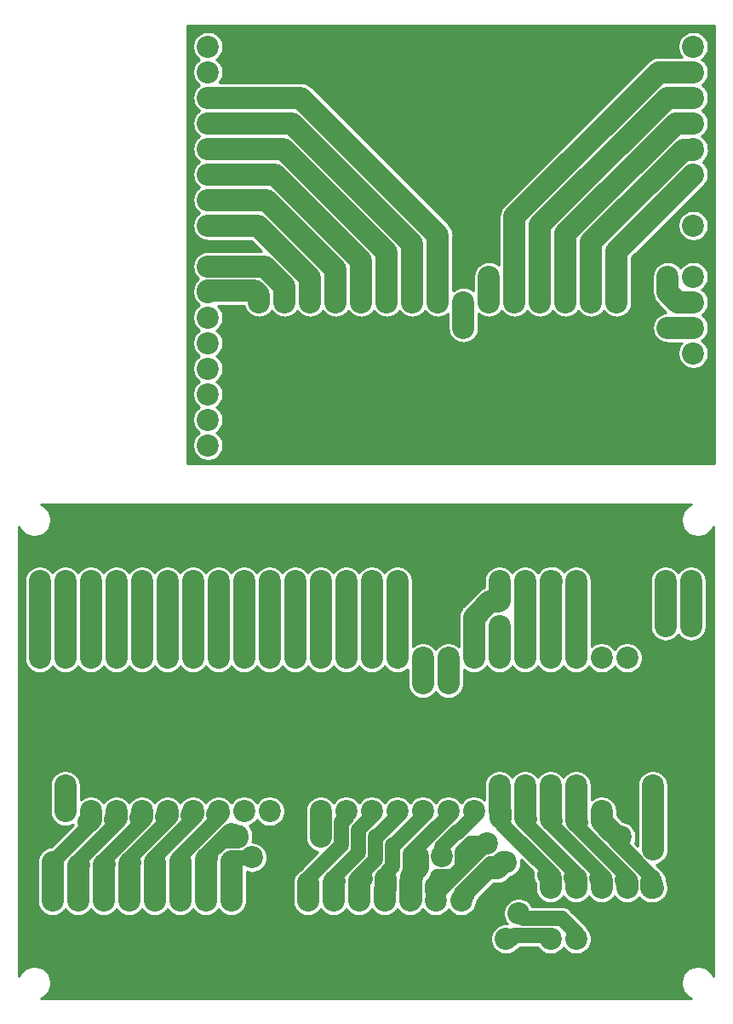
<source format=gbr>
%TF.GenerationSoftware,KiCad,Pcbnew,(5.1.6)-1*%
%TF.CreationDate,2023-08-21T10:03:40-05:00*%
%TF.ProjectId,uno_display_combined,756e6f5f-6469-4737-906c-61795f636f6d,rev?*%
%TF.SameCoordinates,Original*%
%TF.FileFunction,Copper,L2,Bot*%
%TF.FilePolarity,Positive*%
%FSLAX46Y46*%
G04 Gerber Fmt 4.6, Leading zero omitted, Abs format (unit mm)*
G04 Created by KiCad (PCBNEW (5.1.6)-1) date 2023-08-21 10:03:40*
%MOMM*%
%LPD*%
G01*
G04 APERTURE LIST*
%TA.AperFunction,ComponentPad*%
%ADD10C,2.200000*%
%TD*%
%TA.AperFunction,ViaPad*%
%ADD11C,2.200000*%
%TD*%
%TA.AperFunction,Conductor*%
%ADD12C,2.200000*%
%TD*%
%TA.AperFunction,Conductor*%
%ADD13C,1.500000*%
%TD*%
%TA.AperFunction,Conductor*%
%ADD14C,0.254000*%
%TD*%
G04 APERTURE END LIST*
D10*
%TO.P,J1,1*%
%TO.N,LCD_D1*%
X24360000Y69650000D03*
%TO.P,J1,2*%
%TO.N,LCD_D0*%
X26900000Y69650000D03*
%TO.P,J1,3*%
%TO.N,LCD_D7*%
X29440000Y69650000D03*
%TO.P,J1,4*%
%TO.N,LCD_D6*%
X31980000Y69650000D03*
%TO.P,J1,5*%
%TO.N,LCD_D5*%
X34520000Y69650000D03*
%TO.P,J1,6*%
%TO.N,LCD_D4*%
X37060000Y69650000D03*
%TO.P,J1,7*%
%TO.N,LCD_D3*%
X39600000Y69650000D03*
%TO.P,J1,8*%
%TO.N,LCD_D2*%
X42140000Y69650000D03*
%TD*%
%TO.P,J2,8*%
%TO.N,GND*%
X62460000Y69650000D03*
%TO.P,J2,7*%
%TO.N,LCD_RD*%
X59920000Y69650000D03*
%TO.P,J2,6*%
%TO.N,LCD_WR*%
X57380000Y69650000D03*
%TO.P,J2,5*%
%TO.N,LCD_RS*%
X54840000Y69650000D03*
%TO.P,J2,4*%
%TO.N,LCD_CS*%
X52300000Y69650000D03*
%TO.P,J2,3*%
%TO.N,LCD_RST*%
X49760000Y69650000D03*
%TO.P,J2,2*%
%TO.N,+5V*%
X47220000Y69650000D03*
%TO.P,J2,1*%
%TO.N,+3V3*%
X44680000Y69650000D03*
%TD*%
%TO.P,U1,1*%
%TO.N,Net-(U1-Pad1)*%
X19280000Y95050000D03*
%TO.P,U1,2*%
%TO.N,Net-(U1-Pad2)*%
X19280000Y92510000D03*
%TO.P,U1,3*%
%TO.N,LCD_D2*%
X19280000Y89970000D03*
%TO.P,U1,4*%
%TO.N,LCD_D3*%
X19280000Y87430000D03*
%TO.P,U1,5*%
%TO.N,LCD_D4*%
X19280000Y84890000D03*
%TO.P,U1,6*%
%TO.N,LCD_D5*%
X19280000Y82350000D03*
%TO.P,U1,7*%
%TO.N,LCD_D6*%
X19280000Y79810000D03*
%TO.P,U1,8*%
%TO.N,LCD_D7*%
X19280000Y77270000D03*
%TO.P,U1,9*%
%TO.N,LCD_D0*%
X19280000Y73206000D03*
%TO.P,U1,10*%
%TO.N,LCD_D1*%
X19280000Y70666000D03*
%TO.P,U1,11*%
%TO.N,Net-(U1-Pad11)*%
X19280000Y68126000D03*
%TO.P,U1,12*%
%TO.N,Net-(U1-Pad12)*%
X19280000Y65586000D03*
%TO.P,U1,13*%
%TO.N,Net-(U1-Pad13)*%
X19280000Y63046000D03*
%TO.P,U1,14*%
%TO.N,Net-(U1-Pad14)*%
X19280000Y60506000D03*
%TO.P,U1,15*%
%TO.N,Net-(U1-Pad15)*%
X19280000Y57966000D03*
%TO.P,U1,16*%
%TO.N,Net-(U1-Pad16)*%
X19280000Y55426000D03*
%TO.P,U1,17*%
%TO.N,Net-(U1-Pad17)*%
X67540000Y64570000D03*
%TO.P,U1,18*%
%TO.N,+3V3*%
X67540000Y67110000D03*
%TO.P,U1,19*%
%TO.N,+5V*%
X67540000Y69650000D03*
%TO.P,U1,20*%
%TO.N,Net-(U1-Pad20)*%
X67540000Y72190000D03*
%TO.P,U1,21*%
%TO.N,GND*%
X67540000Y74730000D03*
%TO.P,U1,22*%
%TO.N,Net-(U1-Pad22)*%
X67540000Y77270000D03*
%TO.P,U1,23*%
%TO.N,LCD_RD*%
X67540000Y82350000D03*
%TO.P,U1,24*%
%TO.N,LCD_WR*%
X67540000Y84890000D03*
%TO.P,U1,25*%
%TO.N,LCD_RS*%
X67540000Y87430000D03*
%TO.P,U1,26*%
%TO.N,LCD_CS*%
X67540000Y89970000D03*
%TO.P,U1,27*%
%TO.N,LCD_RST*%
X67540000Y92510000D03*
%TO.P,U1,28*%
%TO.N,Net-(U1-Pad28)*%
X67540000Y95050000D03*
%TD*%
%TO.P,J1,6*%
%TO.N,GND*%
X66040000Y11430000D03*
%TO.P,J1,5*%
%TO.N,+3V3*%
X63500000Y11430000D03*
%TO.P,J1,4*%
%TO.N,EXPR1*%
X60960000Y11430000D03*
%TO.P,J1,3*%
%TO.N,EXPR2*%
X58420000Y11430000D03*
%TO.P,J1,2*%
%TO.N,EXPR3*%
X55880000Y11430000D03*
%TO.P,J1,1*%
%TO.N,EXPR4*%
X53340000Y11430000D03*
%TD*%
%TO.P,J4,3*%
%TO.N,GND*%
X58420000Y6350000D03*
%TO.P,J4,2*%
%TO.N,RX3*%
X55880000Y6350000D03*
%TO.P,J4,1*%
%TO.N,TX3*%
X53340000Y6350000D03*
%TD*%
%TO.P,J5,3*%
%TO.N,+5V*%
X67310000Y41910000D03*
%TO.P,J5,2*%
%TO.N,LEDS*%
X64770000Y41910000D03*
%TO.P,J5,1*%
%TO.N,GND*%
X62230000Y41910000D03*
%TD*%
%TO.P,J6,5*%
%TO.N,GND*%
X45720000Y41910000D03*
%TO.P,J6,4*%
%TO.N,ROT2B*%
X48260000Y41910000D03*
%TO.P,J6,3*%
%TO.N,ROT2A*%
X50800000Y41910000D03*
%TO.P,J6,2*%
%TO.N,ROT1B*%
X53340000Y41910000D03*
%TO.P,J6,1*%
%TO.N,ROT1A*%
X55880000Y41910000D03*
%TD*%
%TO.P,J7,5*%
%TO.N,+3V3*%
X27940000Y41910000D03*
%TO.P,J7,4*%
%TO.N,ROT4B*%
X30480000Y41910000D03*
%TO.P,J7,3*%
%TO.N,ROT4A*%
X33020000Y41910000D03*
%TO.P,J7,2*%
%TO.N,ROT3B*%
X35560000Y41910000D03*
%TO.P,J7,1*%
%TO.N,ROT3A*%
X38100000Y41910000D03*
%TD*%
%TO.P,J8,5*%
%TO.N,SW_OUT4*%
X15240000Y41910000D03*
%TO.P,J8,4*%
%TO.N,SW_OUT3*%
X17780000Y41910000D03*
%TO.P,J8,3*%
%TO.N,SW_OUT2*%
X20320000Y41910000D03*
%TO.P,J8,2*%
%TO.N,SW_OUT1*%
X22860000Y41910000D03*
%TO.P,J8,1*%
%TO.N,SW_OUT0*%
X25400000Y41910000D03*
%TD*%
%TO.P,J9,5*%
%TO.N,SW_IN4*%
X2540000Y41910000D03*
%TO.P,J9,4*%
%TO.N,SW_IN3*%
X5080000Y41910000D03*
%TO.P,J9,3*%
%TO.N,SW_IN2*%
X7620000Y41910000D03*
%TO.P,J9,2*%
%TO.N,SW_IN1*%
X10160000Y41910000D03*
%TO.P,J9,1*%
%TO.N,SW_IN0*%
X12700000Y41910000D03*
%TD*%
%TO.P,R1,1*%
%TO.N,EXPR1*%
X55880000Y21590000D03*
%TO.P,R1,2*%
%TO.N,GND*%
X55880000Y29210000D03*
%TD*%
%TO.P,U1,1*%
%TO.N,GND*%
X63500000Y34290000D03*
%TO.P,U1,2*%
%TO.N,Net-(U1-Pad2)*%
X60960000Y34290000D03*
%TO.P,U1,3*%
%TO.N,Net-(U1-Pad3)*%
X58420000Y34290000D03*
%TO.P,U1,4*%
%TO.N,ROT1A*%
X55880000Y34290000D03*
%TO.P,U1,5*%
%TO.N,ROT1B*%
X53340000Y34290000D03*
%TO.P,U1,6*%
%TO.N,ROT2A*%
X50800000Y34290000D03*
%TO.P,U1,7*%
%TO.N,LEDS*%
X48260000Y34290000D03*
%TO.P,U1,8*%
%TO.N,ROT2B*%
X45720000Y34290000D03*
%TO.P,U1,9*%
%TO.N,RX3*%
X43180000Y34290000D03*
%TO.P,U1,10*%
%TO.N,TX3*%
X40640000Y34290000D03*
%TO.P,U1,11*%
%TO.N,ROT3A*%
X38100000Y34290000D03*
%TO.P,U1,12*%
%TO.N,ROT3B*%
X35560000Y34290000D03*
%TO.P,U1,13*%
%TO.N,ROT4A*%
X33020000Y34290000D03*
%TO.P,U1,14*%
%TO.N,ROT4B*%
X30480000Y34290000D03*
%TO.P,U1,15*%
%TO.N,+3V3*%
X27940000Y34290000D03*
%TO.P,U1,16*%
%TO.N,SW_OUT0*%
X25400000Y34290000D03*
%TO.P,U1,17*%
%TO.N,SW_OUT1*%
X22860000Y34290000D03*
%TO.P,U1,18*%
%TO.N,SW_OUT2*%
X20320000Y34290000D03*
%TO.P,U1,19*%
%TO.N,SW_OUT3*%
X17780000Y34290000D03*
%TO.P,U1,20*%
%TO.N,SW_OUT4*%
X15240000Y34290000D03*
%TO.P,U1,21*%
%TO.N,SW_IN0*%
X12700000Y34290000D03*
%TO.P,U1,22*%
%TO.N,SW_IN1*%
X10160000Y34290000D03*
%TO.P,U1,23*%
%TO.N,SW_IN2*%
X7620000Y34290000D03*
%TO.P,U1,24*%
%TO.N,SW_IN3*%
X5080000Y34290000D03*
%TO.P,U1,25*%
%TO.N,SW_IN4*%
X5080000Y19050000D03*
%TO.P,U1,26*%
%TO.N,TFT_DAT0*%
X7620000Y19050000D03*
%TO.P,U1,27*%
%TO.N,TFT_DAT1*%
X10160000Y19050000D03*
%TO.P,U1,28*%
%TO.N,TFT_DAT2*%
X12700000Y19050000D03*
%TO.P,U1,29*%
%TO.N,TFT_DAT3*%
X15240000Y19050000D03*
%TO.P,U1,30*%
%TO.N,TFT_DAT4*%
X17780000Y19050000D03*
%TO.P,U1,31*%
%TO.N,TFT_DAT5*%
X20320000Y19050000D03*
%TO.P,U1,32*%
%TO.N,Net-(U1-Pad32)*%
X22860000Y19050000D03*
%TO.P,U1,33*%
%TO.N,Net-(U1-Pad33)*%
X25400000Y19050000D03*
%TO.P,U1,34*%
%TO.N,GND*%
X27940000Y19050000D03*
%TO.P,U1,35*%
%TO.N,TFT_DAT6*%
X30480000Y19050000D03*
%TO.P,U1,36*%
%TO.N,TFT_RD*%
X33020000Y19050000D03*
%TO.P,U1,37*%
%TO.N,TFT_WR*%
X35560000Y19050000D03*
%TO.P,U1,38*%
%TO.N,TFT_CD_RS*%
X38100000Y19050000D03*
%TO.P,U1,39*%
%TO.N,TFT_CS*%
X40640000Y19050000D03*
%TO.P,U1,40*%
%TO.N,TFT_RES*%
X43180000Y19050000D03*
%TO.P,U1,41*%
%TO.N,TFT_DAT7*%
X45720000Y19050000D03*
%TO.P,U1,42*%
%TO.N,EXPR4*%
X48260000Y19050000D03*
%TO.P,U1,43*%
%TO.N,EXPR3*%
X50800000Y19050000D03*
%TO.P,U1,44*%
%TO.N,EXPR2*%
X53340000Y19050000D03*
%TO.P,U1,45*%
%TO.N,EXPR1*%
X55880000Y19050000D03*
%TO.P,U1,46*%
%TO.N,+3V3*%
X58420000Y19050000D03*
%TO.P,U1,47*%
%TO.N,GND*%
X60960000Y19050000D03*
%TO.P,U1,48*%
%TO.N,+5V*%
X63500000Y19050000D03*
%TD*%
%TO.P,J2,1*%
%TO.N,GND*%
X26670000Y10160000D03*
%TO.P,J2,2*%
%TO.N,TFT_RD*%
X29210000Y10160000D03*
%TO.P,J2,3*%
%TO.N,TFT_WR*%
X31750000Y10160000D03*
%TO.P,J2,4*%
%TO.N,TFT_CD_RS*%
X34290000Y10160000D03*
%TO.P,J2,5*%
%TO.N,TFT_CS*%
X36830000Y10160000D03*
%TO.P,J2,6*%
%TO.N,TFT_RES*%
X39370000Y10160000D03*
%TO.P,J2,7*%
%TO.N,+3V3*%
X41910000Y10160000D03*
%TO.P,J2,8*%
%TO.N,+5V*%
X44450000Y10160000D03*
%TD*%
%TO.P,J3,8*%
%TO.N,TFT_DAT7*%
X21590000Y10160000D03*
%TO.P,J3,7*%
%TO.N,TFT_DAT6*%
X19050000Y10160000D03*
%TO.P,J3,6*%
%TO.N,TFT_DAT5*%
X16510000Y10160000D03*
%TO.P,J3,5*%
%TO.N,TFT_DAT4*%
X13970000Y10160000D03*
%TO.P,J3,4*%
%TO.N,TFT_DAT3*%
X11430000Y10160000D03*
%TO.P,J3,3*%
%TO.N,TFT_DAT2*%
X8890000Y10160000D03*
%TO.P,J3,2*%
%TO.N,TFT_DAT1*%
X6350000Y10160000D03*
%TO.P,J3,1*%
%TO.N,TFT_DAT0*%
X3810000Y10160000D03*
%TD*%
%TO.P,R2,1*%
%TO.N,EXPR2*%
X53340000Y21590000D03*
%TO.P,R2,2*%
%TO.N,GND*%
X53340000Y29210000D03*
%TD*%
%TO.P,R3,2*%
%TO.N,GND*%
X50800000Y29210000D03*
%TO.P,R3,1*%
%TO.N,EXPR3*%
X50800000Y21590000D03*
%TD*%
%TO.P,R4,1*%
%TO.N,EXPR4*%
X48260000Y21590000D03*
%TO.P,R4,2*%
%TO.N,GND*%
X48260000Y29210000D03*
%TD*%
D11*
%TO.N,+3V3*%
X44680000Y67110000D03*
X65000000Y67110000D03*
X60325000Y16510000D03*
X46990000Y15875000D03*
%TO.N,+5V*%
X47220000Y72190000D03*
X65000000Y72190000D03*
X67310000Y37465000D03*
X63500000Y21590000D03*
X48895000Y13970000D03*
X63500000Y15240000D03*
%TO.N,TFT_DAT6*%
X30480000Y16510000D03*
X22225000Y16430900D03*
%TO.N,TFT_DAT7*%
X42545000Y14605000D03*
X23644113Y14455887D03*
%TO.N,RX3*%
X43180000Y31750000D03*
X50165000Y8890000D03*
%TO.N,TX3*%
X40640000Y31750000D03*
X48895000Y6350000D03*
%TO.N,LEDS*%
X48260000Y37465000D03*
X64770000Y37465000D03*
%TO.N,SW_IN4*%
X5080000Y21590000D03*
X2540000Y34290000D03*
%TD*%
D12*
%TO.N,LCD_D1*%
X24360000Y69650000D02*
X24360000Y70351508D01*
X24360000Y70351508D02*
X23905518Y70805990D01*
X23905518Y70805990D02*
X19280000Y70805990D01*
%TO.N,LCD_D0*%
X24899634Y73206000D02*
X26900000Y71205634D01*
X19280000Y73206000D02*
X24899634Y73206000D01*
X26900000Y71205634D02*
X26900000Y69650000D01*
%TO.N,LCD_D7*%
X24229760Y77270000D02*
X29440000Y72059760D01*
X19280000Y77270000D02*
X24229760Y77270000D01*
X29440000Y72059760D02*
X29440000Y69650000D01*
%TO.N,LCD_D6*%
X25083886Y79810000D02*
X31980000Y72913886D01*
X19280000Y79810000D02*
X25083886Y79810000D01*
X31980000Y72913886D02*
X31980000Y69650000D01*
%TO.N,LCD_D5*%
X25938012Y82350000D02*
X34520000Y73768012D01*
X19280000Y82350000D02*
X25938012Y82350000D01*
X34520000Y73768012D02*
X34520000Y69650000D01*
%TO.N,LCD_D4*%
X26792138Y84890000D02*
X37060000Y74622138D01*
X19280000Y84890000D02*
X26792138Y84890000D01*
X37060000Y74622138D02*
X37060000Y69650000D01*
%TO.N,LCD_D3*%
X27646264Y87430000D02*
X39600000Y75476264D01*
X19280000Y87430000D02*
X27646264Y87430000D01*
X39600000Y75476264D02*
X39600000Y69650000D01*
%TO.N,LCD_D2*%
X28500390Y89970000D02*
X42140000Y76330390D01*
X19280000Y89970000D02*
X28500390Y89970000D01*
X42140000Y76330390D02*
X42140000Y69650000D01*
%TO.N,+3V3*%
X67540000Y67110000D02*
X65000000Y67110000D01*
X44680000Y69650000D02*
X44680000Y67110000D01*
X65000000Y67110000D02*
X65000000Y67110000D01*
D13*
X58420000Y17508352D02*
X63364176Y12564176D01*
D12*
X63500000Y11430000D02*
X63360010Y11569990D01*
X63500000Y11430000D02*
X63360010Y11430000D01*
X63360010Y11430000D02*
X63360010Y12065000D01*
D13*
X63364176Y12564176D02*
X63500000Y12428352D01*
D12*
X59236676Y17186650D02*
X59484163Y16939163D01*
X59236676Y17221322D02*
X59236676Y17186650D01*
X58420000Y19050000D02*
X58420000Y18037998D01*
X58420000Y18037998D02*
X59236676Y17221322D01*
D13*
X46990000Y15875000D02*
X41910000Y10795000D01*
X46990000Y15875000D02*
X45443179Y15875000D01*
X45443179Y15875000D02*
X44595001Y15026822D01*
X44595001Y15026822D02*
X44595001Y13970000D01*
X45402500Y14287500D02*
X43669999Y12554999D01*
X46990000Y15875000D02*
X45402500Y14287500D01*
X41910000Y10795000D02*
X41560000Y11145000D01*
X41910000Y10160000D02*
X41910000Y10795000D01*
X41560000Y11715000D02*
X42399999Y12554999D01*
X41560000Y11145000D02*
X41560000Y11715000D01*
X42399999Y12554999D02*
X43180000Y12554999D01*
X42399999Y12554999D02*
X42124150Y12554999D01*
D12*
X27940000Y34290000D02*
X27940000Y41910000D01*
%TO.N,LCD_RD*%
X59920000Y69650000D02*
X59920000Y74730000D01*
X59920000Y74730000D02*
X67540000Y82350000D01*
%TO.N,LCD_WR*%
X57380000Y75584126D02*
X66545883Y84750009D01*
X57380000Y69650000D02*
X57380000Y75584126D01*
X66545883Y84750009D02*
X67540000Y84750009D01*
%TO.N,LCD_RS*%
X54840000Y76438252D02*
X65831748Y87430000D01*
X54840000Y69650000D02*
X54840000Y76438252D01*
X65831748Y87430000D02*
X67540000Y87430000D01*
%TO.N,LCD_CS*%
X52300000Y77292378D02*
X64977622Y89970000D01*
X52300000Y69650000D02*
X52300000Y77292378D01*
X64977622Y89970000D02*
X67540000Y89970000D01*
%TO.N,LCD_RST*%
X49760000Y78146504D02*
X64123496Y92510000D01*
X49760000Y69650000D02*
X49760000Y78146504D01*
X64123496Y92510000D02*
X67540000Y92510000D01*
%TO.N,+5V*%
X47220000Y69650000D02*
X47220000Y72190000D01*
X65984366Y69650000D02*
X65000000Y70634366D01*
X67540000Y69650000D02*
X65984366Y69650000D01*
X65000000Y70634366D02*
X65000000Y72190000D01*
X65000000Y72190000D02*
X65000000Y72190000D01*
X63500000Y19050000D02*
X63500000Y21590000D01*
X63500000Y21590000D02*
X63500000Y21590000D01*
D13*
X48119002Y13970000D02*
X47974001Y13824999D01*
X47974001Y13824999D02*
X47344175Y13824999D01*
X47344175Y13824999D02*
X44450000Y10930824D01*
X44450000Y10930824D02*
X44450000Y10160000D01*
X45085000Y10935998D02*
X45085000Y10795000D01*
X48895000Y13970000D02*
X48119002Y13970000D01*
D12*
X48072501Y13405499D02*
X47554501Y13405499D01*
X48637002Y13970000D02*
X48072501Y13405499D01*
X48895000Y13970000D02*
X48637002Y13970000D01*
D13*
X48119002Y13970000D02*
X47554501Y13405499D01*
X47554501Y13405499D02*
X45085000Y10935998D01*
D12*
X67310000Y37465000D02*
X67310000Y41910000D01*
X63500000Y15327502D02*
X63543751Y15283751D01*
X63500000Y19050000D02*
X63500000Y15327502D01*
%TO.N,EXPR1*%
X55880000Y21590000D02*
X55880000Y19050000D01*
D13*
X55880000Y19050000D02*
X55880000Y17644176D01*
X55880000Y17644176D02*
X60960000Y12564176D01*
X60960000Y12564176D02*
X60960000Y11430000D01*
D12*
X55880000Y18139150D02*
X56019990Y17999160D01*
X55880000Y19050000D02*
X55880000Y18139150D01*
X60960000Y12069202D02*
X60820010Y12209192D01*
X60960000Y11430000D02*
X60960000Y12069202D01*
%TO.N,EXPR2*%
X53340000Y21590000D02*
X53340000Y19050000D01*
D13*
X53340000Y19050000D02*
X53340000Y17780000D01*
X53340000Y17780000D02*
X58420000Y12700000D01*
X58420000Y12700000D02*
X58420000Y11430000D01*
D12*
X53340000Y18274974D02*
X53479990Y18134984D01*
X53340000Y19050000D02*
X53340000Y18274974D01*
X58420000Y12205026D02*
X58280010Y12345016D01*
X58420000Y11430000D02*
X58420000Y12205026D01*
%TO.N,EXPR3*%
X50800000Y21590000D02*
X50800000Y19050000D01*
D13*
X50800000Y18681474D02*
X50800000Y19050000D01*
X50800000Y19050000D02*
X50800000Y17915824D01*
X50800000Y17915824D02*
X55880000Y12835824D01*
X55880000Y12835824D02*
X55880000Y11430000D01*
D12*
X50800000Y18410799D02*
X50939990Y18270809D01*
X50800000Y19050000D02*
X50800000Y18410799D01*
X55880000Y12340850D02*
X55740010Y12480840D01*
X55880000Y11430000D02*
X55880000Y12340850D01*
%TO.N,EXPR4*%
X48260000Y21590000D02*
X48260000Y19050000D01*
D13*
X49166647Y17145000D02*
X53158324Y13153324D01*
X53158324Y13153324D02*
X53340000Y12971648D01*
X53340000Y12971648D02*
X53340000Y11430000D01*
X49166647Y17145000D02*
X48260000Y18051647D01*
D12*
X53340000Y12476674D02*
X53092513Y12724161D01*
X53340000Y11430000D02*
X53340000Y12476674D01*
X48260000Y19050000D02*
X48399990Y19050000D01*
X48399990Y19050000D02*
X48399990Y18415000D01*
D13*
%TO.N,TFT_RES*%
X39425923Y14801921D02*
X43180000Y18555998D01*
X39370000Y14801921D02*
X39425923Y14801921D01*
X43180000Y18555998D02*
X43180000Y19050000D01*
D12*
X39370000Y10160000D02*
X39370000Y12065000D01*
D13*
X39370000Y12065000D02*
X39370000Y14801921D01*
D12*
X39680050Y12699217D02*
X39680050Y13010050D01*
X39509990Y12529157D02*
X39680050Y12699217D01*
X39680050Y13010050D02*
X40144999Y13474999D01*
X39370000Y10160000D02*
X39509990Y10299990D01*
X39509990Y10299990D02*
X39509990Y12529157D01*
X40144999Y13474999D02*
X40144999Y14605000D01*
D13*
%TO.N,TFT_CS*%
X36830000Y10160000D02*
X36830000Y12748318D01*
X36830000Y12748318D02*
X37630040Y13548358D01*
X37630040Y13548358D02*
X37630040Y15681861D01*
X37765863Y15681861D02*
X40640000Y18555998D01*
X37630040Y15681861D02*
X37765863Y15681861D01*
X40640000Y18555998D02*
X40640000Y19050000D01*
D12*
X36937497Y11370893D02*
X36937497Y12360841D01*
X36830000Y10160000D02*
X36830000Y11263396D01*
X36830000Y11263396D02*
X36937497Y11370893D01*
D13*
%TO.N,TFT_CD_RS*%
X34290000Y10160000D02*
X34290000Y12612497D01*
X34290000Y12612497D02*
X35930030Y14252525D01*
X35930030Y14252525D02*
X35930030Y16521852D01*
X36065854Y16521852D02*
X38100000Y18555998D01*
X35930030Y16521852D02*
X36065854Y16521852D01*
X38100000Y18555998D02*
X38100000Y19050000D01*
D12*
X34290000Y12117522D02*
X34537488Y12365010D01*
X34290000Y10160000D02*
X34290000Y12117522D01*
D13*
%TO.N,TFT_WR*%
X31750000Y10160000D02*
X31750000Y12476673D01*
X34230020Y17226018D02*
X35560000Y18555998D01*
X31750000Y12476673D02*
X34230020Y14956692D01*
X34230020Y14956692D02*
X34230020Y17226018D01*
X35560000Y18555998D02*
X35560000Y19050000D01*
D12*
X31750000Y11981698D02*
X31889990Y12121688D01*
X31750000Y10160000D02*
X31750000Y11981698D01*
D13*
%TO.N,TFT_RD*%
X32530010Y17930185D02*
X32530010Y15660858D01*
X33020000Y19050000D02*
X33020000Y18420175D01*
X33020000Y18420175D02*
X32530010Y17930185D01*
X29210000Y12340848D02*
X32530010Y15660858D01*
X29210000Y10160000D02*
X29210000Y12340848D01*
D12*
X29210000Y10160000D02*
X29210000Y11925010D01*
D13*
%TO.N,TFT_DAT2*%
X12700000Y19050000D02*
X12700000Y18007528D01*
X12700000Y18007528D02*
X8890000Y14197528D01*
X8890000Y14197528D02*
X8890000Y10160000D01*
D12*
X8890000Y13702554D02*
X9029990Y13842544D01*
X8890000Y10160000D02*
X8890000Y13702554D01*
X12700000Y18502502D02*
X12560010Y18362512D01*
X12700000Y19050000D02*
X12700000Y18502502D01*
D13*
%TO.N,TFT_DAT3*%
X15240000Y18143352D02*
X11430000Y14333352D01*
X15240000Y19050000D02*
X15240000Y18143352D01*
X11430000Y14333352D02*
X11430000Y10160000D01*
D12*
X11430000Y13838378D02*
X11569990Y13978368D01*
X11430000Y10160000D02*
X11430000Y13838378D01*
X15240000Y18638326D02*
X15100010Y18498336D01*
X15240000Y19050000D02*
X15240000Y18638326D01*
D13*
%TO.N,TFT_DAT4*%
X17780000Y18279176D02*
X13970000Y14469176D01*
X17780000Y19050000D02*
X17780000Y18279176D01*
D12*
X13970000Y10160000D02*
X13970000Y13970000D01*
D13*
X13970000Y14469176D02*
X13970000Y13970000D01*
D12*
X17780000Y18774150D02*
X17640010Y18634160D01*
X17780000Y19050000D02*
X17780000Y18774150D01*
%TO.N,TFT_DAT5*%
X16510000Y10160000D02*
X16510000Y14110026D01*
D13*
X16510000Y14605000D02*
X16510000Y10160000D01*
X20320000Y19050000D02*
X20320000Y18415000D01*
X20320000Y18415000D02*
X16510000Y14605000D01*
D12*
X20320000Y18909974D02*
X20180010Y18769984D01*
X20320000Y19050000D02*
X20320000Y18909974D01*
%TO.N,TFT_DAT6*%
X30480000Y19050000D02*
X30480000Y16510000D01*
X30480000Y16510000D02*
X30480000Y16510000D01*
X22225000Y16430900D02*
X22225000Y16430900D01*
X19050000Y14245850D02*
X19189990Y14385840D01*
X19050000Y10160000D02*
X19050000Y14245850D01*
D13*
X22225000Y16430900D02*
X22225000Y16510000D01*
X19050000Y14245850D02*
X19050000Y14740824D01*
X19050000Y14740824D02*
X21204588Y16895412D01*
X22145900Y16430900D02*
X21795909Y16080909D01*
X22225000Y16430900D02*
X22145900Y16430900D01*
X21795909Y16080909D02*
X20740859Y16080909D01*
X20740859Y16080909D02*
X19792475Y15132525D01*
D12*
X22225000Y16430900D02*
X22225000Y16649999D01*
X22225000Y16649999D02*
X21707999Y16649999D01*
X21707999Y16649999D02*
X21590000Y16767998D01*
D13*
%TO.N,TFT_DAT7*%
X42545000Y15516822D02*
X42545000Y14605000D01*
X43538178Y16510000D02*
X42545000Y15516822D01*
X45720000Y18555998D02*
X45720000Y19050000D01*
X43538178Y16510000D02*
X43994089Y16965911D01*
X44129913Y16965911D02*
X45720000Y18555998D01*
X43994089Y16965911D02*
X44129913Y16965911D01*
D12*
X23644113Y14455887D02*
X23644113Y14455887D01*
D13*
X23283989Y14455887D02*
X23209001Y14380899D01*
X23644113Y14455887D02*
X23283989Y14455887D01*
X23209001Y14380899D02*
X21590000Y14380899D01*
D12*
X21590000Y10160000D02*
X21590000Y14030899D01*
D13*
%TO.N,TFT_DAT0*%
X7620000Y19050000D02*
X7620000Y17780000D01*
X7620000Y17780000D02*
X3810000Y13970000D01*
D12*
X3810000Y10160000D02*
X3810000Y13970000D01*
X7620000Y18230854D02*
X7394573Y18005427D01*
X7620000Y19050000D02*
X7620000Y18230854D01*
D13*
%TO.N,TFT_DAT1*%
X10160000Y17871704D02*
X6350000Y14061704D01*
X10160000Y19050000D02*
X10160000Y17871704D01*
X6350000Y14061704D02*
X6350000Y10160000D01*
D12*
X6350000Y13610850D02*
X6489990Y13750840D01*
X6350000Y10160000D02*
X6350000Y13610850D01*
X10160000Y18366678D02*
X10020010Y18226688D01*
X10160000Y19050000D02*
X10160000Y18366678D01*
%TO.N,RX3*%
X43180000Y34290000D02*
X43180000Y31750000D01*
X43180000Y31750000D02*
X43180000Y31750000D01*
D13*
X55880000Y6350000D02*
X55880000Y6985000D01*
X50654999Y8400001D02*
X50165000Y8890000D01*
X54464999Y8400001D02*
X50654999Y8400001D01*
X55880000Y6985000D02*
X54464999Y8400001D01*
D12*
%TO.N,TX3*%
X40640000Y34290000D02*
X40640000Y31750000D01*
X40640000Y31750000D02*
X40640000Y31750000D01*
D13*
X53340000Y6350000D02*
X52990009Y6699991D01*
X49465018Y6350000D02*
X48895000Y6350000D01*
X49815009Y6699991D02*
X49465018Y6350000D01*
X52990009Y6699991D02*
X49815009Y6699991D01*
D12*
%TO.N,LEDS*%
X48260000Y34290000D02*
X48260000Y37465000D01*
X64770000Y37465000D02*
X64770000Y41910000D01*
%TO.N,ROT1B*%
X53340000Y34290000D02*
X53340000Y41770010D01*
X53340000Y41770010D02*
X53479990Y41910000D01*
%TO.N,ROT1A*%
X55880000Y34290000D02*
X55880000Y41910000D01*
%TO.N,ROT2B*%
X45720000Y38319126D02*
X47265884Y39865010D01*
X45720000Y34290000D02*
X45720000Y38319126D01*
X47265884Y39865010D02*
X47485010Y39865010D01*
X48120010Y39865010D02*
X48260000Y40005000D01*
X47485010Y39865010D02*
X48120010Y39865010D01*
X48260000Y40005000D02*
X48260000Y41910000D01*
%TO.N,ROT2A*%
X50800000Y34290000D02*
X50800000Y41910000D01*
%TO.N,ROT3B*%
X35560000Y34290000D02*
X35560000Y41910000D01*
%TO.N,ROT3A*%
X38100000Y34290000D02*
X38100000Y41910000D01*
%TO.N,ROT4A*%
X33020000Y34290000D02*
X33020000Y41910000D01*
%TO.N,ROT4B*%
X30480000Y34290000D02*
X30480000Y41910000D01*
%TO.N,SW_OUT4*%
X15240000Y41910000D02*
X15240000Y34290000D01*
%TO.N,SW_OUT3*%
X17780000Y34290000D02*
X17780000Y41910000D01*
%TO.N,SW_OUT2*%
X20320000Y34290000D02*
X20320000Y41910000D01*
%TO.N,SW_OUT1*%
X22860000Y34290000D02*
X22860000Y41910000D01*
%TO.N,SW_IN1*%
X10160000Y41910000D02*
X10160000Y34290000D01*
%TO.N,SW_IN2*%
X7620000Y34290000D02*
X7620000Y41910000D01*
%TO.N,SW_IN3*%
X5080000Y41910000D02*
X5080000Y34290000D01*
%TO.N,SW_IN4*%
X5080000Y19050000D02*
X5080000Y21590000D01*
X5080000Y21590000D02*
X5080000Y21590000D01*
X2540000Y34290000D02*
X2540000Y34290000D01*
X2540000Y34290000D02*
X2540000Y41910000D01*
%TO.N,SW_OUT0*%
X25400000Y34290000D02*
X25400000Y41910000D01*
%TO.N,SW_IN0*%
X12700000Y34290000D02*
X12700000Y41910000D01*
%TD*%
D14*
%TO.N,GND*%
G36*
X69628000Y53592000D02*
G01*
X17192000Y53592000D01*
X17192000Y89970000D01*
X17745612Y89970000D01*
X17753000Y89894989D01*
X17753000Y89819604D01*
X17767707Y89745664D01*
X17775095Y89670656D01*
X17796973Y89598534D01*
X17811681Y89524590D01*
X17840532Y89454939D01*
X17862410Y89382815D01*
X17897941Y89316342D01*
X17926790Y89246694D01*
X17968674Y89184011D01*
X18004203Y89117540D01*
X18052015Y89059281D01*
X18093901Y88996594D01*
X18147212Y88943283D01*
X18195024Y88885024D01*
X18253283Y88837212D01*
X18306594Y88783901D01*
X18369281Y88742015D01*
X18420476Y88700000D01*
X18369281Y88657985D01*
X18306594Y88616099D01*
X18253283Y88562788D01*
X18195024Y88514976D01*
X18147212Y88456717D01*
X18093901Y88403406D01*
X18052015Y88340719D01*
X18004203Y88282460D01*
X17968674Y88215989D01*
X17926790Y88153306D01*
X17897941Y88083658D01*
X17862410Y88017185D01*
X17840532Y87945061D01*
X17811681Y87875410D01*
X17796973Y87801466D01*
X17775095Y87729344D01*
X17767707Y87654336D01*
X17753000Y87580396D01*
X17753000Y87505011D01*
X17745612Y87430000D01*
X17753000Y87354989D01*
X17753000Y87279604D01*
X17767707Y87205664D01*
X17775095Y87130656D01*
X17796973Y87058534D01*
X17811681Y86984590D01*
X17840532Y86914939D01*
X17862410Y86842815D01*
X17897941Y86776342D01*
X17926790Y86706694D01*
X17968674Y86644011D01*
X18004203Y86577540D01*
X18052015Y86519281D01*
X18093901Y86456594D01*
X18147212Y86403283D01*
X18195024Y86345024D01*
X18253283Y86297212D01*
X18306594Y86243901D01*
X18369281Y86202015D01*
X18420476Y86160000D01*
X18369281Y86117985D01*
X18306594Y86076099D01*
X18253283Y86022788D01*
X18195024Y85974976D01*
X18147212Y85916717D01*
X18093901Y85863406D01*
X18052015Y85800719D01*
X18004203Y85742460D01*
X17968674Y85675989D01*
X17926790Y85613306D01*
X17897941Y85543658D01*
X17862410Y85477185D01*
X17840532Y85405061D01*
X17811681Y85335410D01*
X17796973Y85261466D01*
X17775095Y85189344D01*
X17767707Y85114336D01*
X17753000Y85040396D01*
X17753000Y84965011D01*
X17745612Y84890000D01*
X17753000Y84814989D01*
X17753000Y84739604D01*
X17767707Y84665664D01*
X17775095Y84590656D01*
X17796973Y84518534D01*
X17811681Y84444590D01*
X17840532Y84374939D01*
X17862410Y84302815D01*
X17897941Y84236342D01*
X17926790Y84166694D01*
X17968674Y84104011D01*
X18004203Y84037540D01*
X18052015Y83979281D01*
X18093901Y83916594D01*
X18147212Y83863283D01*
X18195024Y83805024D01*
X18253283Y83757212D01*
X18306594Y83703901D01*
X18369281Y83662015D01*
X18420476Y83620000D01*
X18369281Y83577985D01*
X18306594Y83536099D01*
X18253283Y83482788D01*
X18195024Y83434976D01*
X18147212Y83376717D01*
X18093901Y83323406D01*
X18052015Y83260719D01*
X18004203Y83202460D01*
X17968674Y83135989D01*
X17926790Y83073306D01*
X17897941Y83003658D01*
X17862410Y82937185D01*
X17840532Y82865061D01*
X17811681Y82795410D01*
X17796973Y82721466D01*
X17775095Y82649344D01*
X17767707Y82574336D01*
X17753000Y82500396D01*
X17753000Y82425011D01*
X17745612Y82350000D01*
X17753000Y82274989D01*
X17753000Y82199604D01*
X17767707Y82125664D01*
X17775095Y82050656D01*
X17796973Y81978534D01*
X17811681Y81904590D01*
X17840532Y81834939D01*
X17862410Y81762815D01*
X17897941Y81696342D01*
X17926790Y81626694D01*
X17968674Y81564011D01*
X18004203Y81497540D01*
X18052015Y81439281D01*
X18093901Y81376594D01*
X18147212Y81323283D01*
X18195024Y81265024D01*
X18253283Y81217212D01*
X18306594Y81163901D01*
X18369281Y81122015D01*
X18420476Y81080000D01*
X18369281Y81037985D01*
X18306594Y80996099D01*
X18253283Y80942788D01*
X18195024Y80894976D01*
X18147212Y80836717D01*
X18093901Y80783406D01*
X18052015Y80720719D01*
X18004203Y80662460D01*
X17968674Y80595989D01*
X17926790Y80533306D01*
X17897941Y80463658D01*
X17862410Y80397185D01*
X17840532Y80325061D01*
X17811681Y80255410D01*
X17796973Y80181466D01*
X17775095Y80109344D01*
X17767707Y80034336D01*
X17753000Y79960396D01*
X17753000Y79885011D01*
X17745612Y79810000D01*
X17753000Y79734989D01*
X17753000Y79659604D01*
X17767707Y79585664D01*
X17775095Y79510656D01*
X17796973Y79438534D01*
X17811681Y79364590D01*
X17840532Y79294939D01*
X17862410Y79222815D01*
X17897941Y79156342D01*
X17926790Y79086694D01*
X17968674Y79024011D01*
X18004203Y78957540D01*
X18052015Y78899281D01*
X18093901Y78836594D01*
X18147212Y78783283D01*
X18195024Y78725024D01*
X18253283Y78677212D01*
X18306594Y78623901D01*
X18369281Y78582015D01*
X18420476Y78540000D01*
X18369281Y78497985D01*
X18306594Y78456099D01*
X18253283Y78402788D01*
X18195024Y78354976D01*
X18147212Y78296717D01*
X18093901Y78243406D01*
X18052015Y78180719D01*
X18004203Y78122460D01*
X17968674Y78055989D01*
X17926790Y77993306D01*
X17897941Y77923658D01*
X17862410Y77857185D01*
X17840532Y77785061D01*
X17811681Y77715410D01*
X17796973Y77641466D01*
X17775095Y77569344D01*
X17767707Y77494336D01*
X17753000Y77420396D01*
X17753000Y77345011D01*
X17745612Y77270000D01*
X17753000Y77194989D01*
X17753000Y77119604D01*
X17767707Y77045664D01*
X17775095Y76970656D01*
X17796973Y76898534D01*
X17811681Y76824590D01*
X17840532Y76754939D01*
X17862410Y76682815D01*
X17897941Y76616342D01*
X17926790Y76546694D01*
X17968674Y76484011D01*
X18004203Y76417540D01*
X18052015Y76359281D01*
X18093901Y76296594D01*
X18147212Y76243283D01*
X18195024Y76185024D01*
X18253283Y76137212D01*
X18306594Y76083901D01*
X18369281Y76042015D01*
X18427540Y75994203D01*
X18494011Y75958674D01*
X18556694Y75916790D01*
X18626342Y75887941D01*
X18692815Y75852410D01*
X18764939Y75830532D01*
X18834590Y75801681D01*
X18908534Y75786973D01*
X18980656Y75765095D01*
X19055664Y75757707D01*
X19129604Y75743000D01*
X23597257Y75743000D01*
X24607257Y74733000D01*
X19129604Y74733000D01*
X19055664Y74718293D01*
X18980656Y74710905D01*
X18908534Y74689027D01*
X18834590Y74674319D01*
X18764939Y74645468D01*
X18692815Y74623590D01*
X18626342Y74588059D01*
X18556694Y74559210D01*
X18494011Y74517326D01*
X18427540Y74481797D01*
X18369281Y74433985D01*
X18306594Y74392099D01*
X18253283Y74338788D01*
X18195024Y74290976D01*
X18147212Y74232717D01*
X18093901Y74179406D01*
X18052015Y74116719D01*
X18004203Y74058460D01*
X17968674Y73991989D01*
X17926790Y73929306D01*
X17897941Y73859658D01*
X17862410Y73793185D01*
X17840532Y73721061D01*
X17811681Y73651410D01*
X17796973Y73577466D01*
X17775095Y73505344D01*
X17767707Y73430336D01*
X17753000Y73356396D01*
X17753000Y73281011D01*
X17745612Y73206000D01*
X17753000Y73130989D01*
X17753000Y73055604D01*
X17767707Y72981664D01*
X17775095Y72906656D01*
X17796973Y72834534D01*
X17811681Y72760590D01*
X17840532Y72690939D01*
X17862410Y72618815D01*
X17897941Y72552342D01*
X17926790Y72482694D01*
X17968674Y72420011D01*
X18004203Y72353540D01*
X18052015Y72295281D01*
X18093901Y72232594D01*
X18147212Y72179283D01*
X18195024Y72121024D01*
X18253283Y72073212D01*
X18306594Y72019901D01*
X18331695Y72003129D01*
X18195024Y71890966D01*
X18004203Y71658450D01*
X17862410Y71393175D01*
X17775095Y71105334D01*
X17745612Y70805990D01*
X17753000Y70730979D01*
X17753000Y70515604D01*
X17811681Y70220590D01*
X17926790Y69942694D01*
X18093901Y69692594D01*
X18306594Y69479901D01*
X18432161Y69396000D01*
X18306594Y69312099D01*
X18093901Y69099406D01*
X17926790Y68849306D01*
X17811681Y68571410D01*
X17753000Y68276396D01*
X17753000Y67975604D01*
X17811681Y67680590D01*
X17926790Y67402694D01*
X18093901Y67152594D01*
X18306594Y66939901D01*
X18432161Y66856000D01*
X18306594Y66772099D01*
X18093901Y66559406D01*
X17926790Y66309306D01*
X17811681Y66031410D01*
X17753000Y65736396D01*
X17753000Y65435604D01*
X17811681Y65140590D01*
X17926790Y64862694D01*
X18093901Y64612594D01*
X18306594Y64399901D01*
X18432161Y64316000D01*
X18306594Y64232099D01*
X18093901Y64019406D01*
X17926790Y63769306D01*
X17811681Y63491410D01*
X17753000Y63196396D01*
X17753000Y62895604D01*
X17811681Y62600590D01*
X17926790Y62322694D01*
X18093901Y62072594D01*
X18306594Y61859901D01*
X18432161Y61776000D01*
X18306594Y61692099D01*
X18093901Y61479406D01*
X17926790Y61229306D01*
X17811681Y60951410D01*
X17753000Y60656396D01*
X17753000Y60355604D01*
X17811681Y60060590D01*
X17926790Y59782694D01*
X18093901Y59532594D01*
X18306594Y59319901D01*
X18432161Y59236000D01*
X18306594Y59152099D01*
X18093901Y58939406D01*
X17926790Y58689306D01*
X17811681Y58411410D01*
X17753000Y58116396D01*
X17753000Y57815604D01*
X17811681Y57520590D01*
X17926790Y57242694D01*
X18093901Y56992594D01*
X18306594Y56779901D01*
X18432161Y56696000D01*
X18306594Y56612099D01*
X18093901Y56399406D01*
X17926790Y56149306D01*
X17811681Y55871410D01*
X17753000Y55576396D01*
X17753000Y55275604D01*
X17811681Y54980590D01*
X17926790Y54702694D01*
X18093901Y54452594D01*
X18306594Y54239901D01*
X18556694Y54072790D01*
X18834590Y53957681D01*
X19129604Y53899000D01*
X19430396Y53899000D01*
X19725410Y53957681D01*
X20003306Y54072790D01*
X20253406Y54239901D01*
X20466099Y54452594D01*
X20633210Y54702694D01*
X20748319Y54980590D01*
X20807000Y55275604D01*
X20807000Y55576396D01*
X20748319Y55871410D01*
X20633210Y56149306D01*
X20466099Y56399406D01*
X20253406Y56612099D01*
X20127839Y56696000D01*
X20253406Y56779901D01*
X20466099Y56992594D01*
X20633210Y57242694D01*
X20748319Y57520590D01*
X20807000Y57815604D01*
X20807000Y58116396D01*
X20748319Y58411410D01*
X20633210Y58689306D01*
X20466099Y58939406D01*
X20253406Y59152099D01*
X20127839Y59236000D01*
X20253406Y59319901D01*
X20466099Y59532594D01*
X20633210Y59782694D01*
X20748319Y60060590D01*
X20807000Y60355604D01*
X20807000Y60656396D01*
X20748319Y60951410D01*
X20633210Y61229306D01*
X20466099Y61479406D01*
X20253406Y61692099D01*
X20127839Y61776000D01*
X20253406Y61859901D01*
X20466099Y62072594D01*
X20633210Y62322694D01*
X20748319Y62600590D01*
X20807000Y62895604D01*
X20807000Y63196396D01*
X20748319Y63491410D01*
X20633210Y63769306D01*
X20466099Y64019406D01*
X20253406Y64232099D01*
X20127839Y64316000D01*
X20253406Y64399901D01*
X20466099Y64612594D01*
X20633210Y64862694D01*
X20748319Y65140590D01*
X20807000Y65435604D01*
X20807000Y65736396D01*
X20748319Y66031410D01*
X20633210Y66309306D01*
X20466099Y66559406D01*
X20253406Y66772099D01*
X20127839Y66856000D01*
X20253406Y66939901D01*
X20466099Y67152594D01*
X20633210Y67402694D01*
X20748319Y67680590D01*
X20807000Y67975604D01*
X20807000Y68276396D01*
X20748319Y68571410D01*
X20633210Y68849306D01*
X20466099Y69099406D01*
X20286515Y69278990D01*
X22876835Y69278990D01*
X22876972Y69278537D01*
X22891681Y69204590D01*
X22920533Y69134936D01*
X22942410Y69062816D01*
X22977939Y68996347D01*
X23006790Y68926694D01*
X23048676Y68864007D01*
X23084203Y68797541D01*
X23132013Y68739285D01*
X23173901Y68676594D01*
X23227213Y68623282D01*
X23275024Y68565024D01*
X23333283Y68517212D01*
X23386594Y68463901D01*
X23449281Y68422015D01*
X23507540Y68374203D01*
X23574011Y68338674D01*
X23636694Y68296790D01*
X23706342Y68267941D01*
X23772815Y68232410D01*
X23844939Y68210532D01*
X23914590Y68181681D01*
X23988534Y68166973D01*
X24060656Y68145095D01*
X24135664Y68137707D01*
X24209604Y68123000D01*
X24284989Y68123000D01*
X24360000Y68115612D01*
X24435011Y68123000D01*
X24510396Y68123000D01*
X24584336Y68137707D01*
X24659343Y68145095D01*
X24731463Y68166972D01*
X24805410Y68181681D01*
X24875064Y68210533D01*
X24947184Y68232410D01*
X25013653Y68267939D01*
X25083306Y68296790D01*
X25145993Y68338676D01*
X25212459Y68374203D01*
X25270715Y68422013D01*
X25333406Y68463901D01*
X25386718Y68517213D01*
X25444976Y68565024D01*
X25492788Y68623283D01*
X25546099Y68676594D01*
X25587985Y68739281D01*
X25630000Y68790477D01*
X25672011Y68739287D01*
X25713901Y68676594D01*
X25767218Y68623277D01*
X25815025Y68565024D01*
X25873278Y68517217D01*
X25926594Y68463901D01*
X25989286Y68422012D01*
X26047541Y68374203D01*
X26114007Y68338676D01*
X26176694Y68296790D01*
X26246347Y68267939D01*
X26312816Y68232410D01*
X26384936Y68210533D01*
X26454590Y68181681D01*
X26528537Y68166972D01*
X26600657Y68145095D01*
X26675664Y68137707D01*
X26749604Y68123000D01*
X26824989Y68123000D01*
X26900000Y68115612D01*
X26975011Y68123000D01*
X27050396Y68123000D01*
X27124336Y68137707D01*
X27199344Y68145095D01*
X27271466Y68166973D01*
X27345410Y68181681D01*
X27415061Y68210532D01*
X27487185Y68232410D01*
X27553658Y68267941D01*
X27623306Y68296790D01*
X27685989Y68338674D01*
X27752460Y68374203D01*
X27810719Y68422015D01*
X27873406Y68463901D01*
X27926717Y68517212D01*
X27984976Y68565024D01*
X28032788Y68623283D01*
X28086099Y68676594D01*
X28127985Y68739281D01*
X28170000Y68790477D01*
X28212011Y68739287D01*
X28253901Y68676594D01*
X28307218Y68623277D01*
X28355025Y68565024D01*
X28413278Y68517217D01*
X28466594Y68463901D01*
X28529286Y68422012D01*
X28587541Y68374203D01*
X28654007Y68338676D01*
X28716694Y68296790D01*
X28786347Y68267939D01*
X28852816Y68232410D01*
X28924936Y68210533D01*
X28994590Y68181681D01*
X29068537Y68166972D01*
X29140657Y68145095D01*
X29215664Y68137707D01*
X29289604Y68123000D01*
X29364989Y68123000D01*
X29440000Y68115612D01*
X29515011Y68123000D01*
X29590396Y68123000D01*
X29664336Y68137707D01*
X29739344Y68145095D01*
X29811466Y68166973D01*
X29885410Y68181681D01*
X29955061Y68210532D01*
X30027185Y68232410D01*
X30093658Y68267941D01*
X30163306Y68296790D01*
X30225989Y68338674D01*
X30292460Y68374203D01*
X30350719Y68422015D01*
X30413406Y68463901D01*
X30466717Y68517212D01*
X30524976Y68565024D01*
X30572788Y68623283D01*
X30626099Y68676594D01*
X30667985Y68739281D01*
X30710000Y68790477D01*
X30752011Y68739287D01*
X30793901Y68676594D01*
X30847218Y68623277D01*
X30895025Y68565024D01*
X30953278Y68517217D01*
X31006594Y68463901D01*
X31069286Y68422012D01*
X31127541Y68374203D01*
X31194007Y68338676D01*
X31256694Y68296790D01*
X31326347Y68267939D01*
X31392816Y68232410D01*
X31464936Y68210533D01*
X31534590Y68181681D01*
X31608537Y68166972D01*
X31680657Y68145095D01*
X31755664Y68137707D01*
X31829604Y68123000D01*
X31904989Y68123000D01*
X31980000Y68115612D01*
X32055011Y68123000D01*
X32130396Y68123000D01*
X32204336Y68137707D01*
X32279344Y68145095D01*
X32351466Y68166973D01*
X32425410Y68181681D01*
X32495061Y68210532D01*
X32567185Y68232410D01*
X32633658Y68267941D01*
X32703306Y68296790D01*
X32765989Y68338674D01*
X32832460Y68374203D01*
X32890719Y68422015D01*
X32953406Y68463901D01*
X33006717Y68517212D01*
X33064976Y68565024D01*
X33112788Y68623283D01*
X33166099Y68676594D01*
X33207985Y68739281D01*
X33250000Y68790477D01*
X33292011Y68739287D01*
X33333901Y68676594D01*
X33387218Y68623277D01*
X33435025Y68565024D01*
X33493278Y68517217D01*
X33546594Y68463901D01*
X33609286Y68422012D01*
X33667541Y68374203D01*
X33734007Y68338676D01*
X33796694Y68296790D01*
X33866347Y68267939D01*
X33932816Y68232410D01*
X34004936Y68210533D01*
X34074590Y68181681D01*
X34148537Y68166972D01*
X34220657Y68145095D01*
X34295664Y68137707D01*
X34369604Y68123000D01*
X34444989Y68123000D01*
X34520000Y68115612D01*
X34595011Y68123000D01*
X34670396Y68123000D01*
X34744336Y68137707D01*
X34819344Y68145095D01*
X34891466Y68166973D01*
X34965410Y68181681D01*
X35035061Y68210532D01*
X35107185Y68232410D01*
X35173658Y68267941D01*
X35243306Y68296790D01*
X35305989Y68338674D01*
X35372460Y68374203D01*
X35430719Y68422015D01*
X35493406Y68463901D01*
X35546717Y68517212D01*
X35604976Y68565024D01*
X35652788Y68623283D01*
X35706099Y68676594D01*
X35747985Y68739281D01*
X35790000Y68790477D01*
X35832011Y68739287D01*
X35873901Y68676594D01*
X35927218Y68623277D01*
X35975025Y68565024D01*
X36033278Y68517217D01*
X36086594Y68463901D01*
X36149286Y68422012D01*
X36207541Y68374203D01*
X36274007Y68338676D01*
X36336694Y68296790D01*
X36406347Y68267939D01*
X36472816Y68232410D01*
X36544936Y68210533D01*
X36614590Y68181681D01*
X36688537Y68166972D01*
X36760657Y68145095D01*
X36835664Y68137707D01*
X36909604Y68123000D01*
X36984989Y68123000D01*
X37060000Y68115612D01*
X37135011Y68123000D01*
X37210396Y68123000D01*
X37284336Y68137707D01*
X37359344Y68145095D01*
X37431466Y68166973D01*
X37505410Y68181681D01*
X37575061Y68210532D01*
X37647185Y68232410D01*
X37713658Y68267941D01*
X37783306Y68296790D01*
X37845989Y68338674D01*
X37912460Y68374203D01*
X37970719Y68422015D01*
X38033406Y68463901D01*
X38086717Y68517212D01*
X38144976Y68565024D01*
X38192788Y68623283D01*
X38246099Y68676594D01*
X38287985Y68739281D01*
X38330000Y68790477D01*
X38372011Y68739287D01*
X38413901Y68676594D01*
X38467218Y68623277D01*
X38515025Y68565024D01*
X38573278Y68517217D01*
X38626594Y68463901D01*
X38689286Y68422012D01*
X38747541Y68374203D01*
X38814007Y68338676D01*
X38876694Y68296790D01*
X38946347Y68267939D01*
X39012816Y68232410D01*
X39084936Y68210533D01*
X39154590Y68181681D01*
X39228537Y68166972D01*
X39300657Y68145095D01*
X39375664Y68137707D01*
X39449604Y68123000D01*
X39524989Y68123000D01*
X39600000Y68115612D01*
X39675011Y68123000D01*
X39750396Y68123000D01*
X39824336Y68137707D01*
X39899344Y68145095D01*
X39971466Y68166973D01*
X40045410Y68181681D01*
X40115061Y68210532D01*
X40187185Y68232410D01*
X40253658Y68267941D01*
X40323306Y68296790D01*
X40385989Y68338674D01*
X40452460Y68374203D01*
X40510719Y68422015D01*
X40573406Y68463901D01*
X40626717Y68517212D01*
X40684976Y68565024D01*
X40732788Y68623283D01*
X40786099Y68676594D01*
X40827985Y68739281D01*
X40870000Y68790477D01*
X40912011Y68739287D01*
X40953901Y68676594D01*
X41007218Y68623277D01*
X41055025Y68565024D01*
X41113278Y68517217D01*
X41166594Y68463901D01*
X41229286Y68422012D01*
X41287541Y68374203D01*
X41354007Y68338676D01*
X41416694Y68296790D01*
X41486347Y68267939D01*
X41552816Y68232410D01*
X41624936Y68210533D01*
X41694590Y68181681D01*
X41768537Y68166972D01*
X41840657Y68145095D01*
X41915664Y68137707D01*
X41989604Y68123000D01*
X42064989Y68123000D01*
X42140000Y68115612D01*
X42215011Y68123000D01*
X42290396Y68123000D01*
X42364336Y68137707D01*
X42439344Y68145095D01*
X42511466Y68166973D01*
X42585410Y68181681D01*
X42655061Y68210532D01*
X42727185Y68232410D01*
X42793658Y68267941D01*
X42863306Y68296790D01*
X42925989Y68338674D01*
X42992460Y68374203D01*
X43050719Y68422015D01*
X43113406Y68463901D01*
X43153000Y68503495D01*
X43153001Y67260401D01*
X43153000Y67260396D01*
X43153000Y66959604D01*
X43167709Y66885654D01*
X43175096Y66810656D01*
X43196971Y66738543D01*
X43211681Y66664590D01*
X43240535Y66594930D01*
X43262411Y66522815D01*
X43297937Y66456350D01*
X43326790Y66386694D01*
X43368679Y66324003D01*
X43404204Y66257540D01*
X43452011Y66199287D01*
X43493901Y66136594D01*
X43547218Y66083277D01*
X43595025Y66025024D01*
X43653278Y65977217D01*
X43706594Y65923901D01*
X43769286Y65882012D01*
X43827541Y65834203D01*
X43894007Y65798676D01*
X43956694Y65756790D01*
X44026347Y65727939D01*
X44092816Y65692410D01*
X44164936Y65670533D01*
X44234590Y65641681D01*
X44308537Y65626972D01*
X44380657Y65605095D01*
X44455664Y65597707D01*
X44529604Y65583000D01*
X44604989Y65583000D01*
X44680000Y65575612D01*
X44755011Y65583000D01*
X44830396Y65583000D01*
X44904336Y65597707D01*
X44979344Y65605095D01*
X45051466Y65626973D01*
X45125410Y65641681D01*
X45195061Y65670532D01*
X45267185Y65692410D01*
X45333658Y65727941D01*
X45403306Y65756790D01*
X45465989Y65798674D01*
X45532460Y65834203D01*
X45590719Y65882015D01*
X45653406Y65923901D01*
X45706717Y65977212D01*
X45764976Y66025024D01*
X45812788Y66083283D01*
X45866099Y66136594D01*
X45907985Y66199281D01*
X45955797Y66257540D01*
X45991326Y66324011D01*
X46033210Y66386694D01*
X46062059Y66456342D01*
X46097590Y66522815D01*
X46119468Y66594939D01*
X46148319Y66664590D01*
X46163027Y66738534D01*
X46184905Y66810656D01*
X46192293Y66885664D01*
X46207000Y66959604D01*
X46207000Y68503495D01*
X46246594Y68463901D01*
X46309281Y68422015D01*
X46367540Y68374203D01*
X46434011Y68338674D01*
X46496694Y68296790D01*
X46566342Y68267941D01*
X46632815Y68232410D01*
X46704939Y68210532D01*
X46774590Y68181681D01*
X46848534Y68166973D01*
X46920656Y68145095D01*
X46995664Y68137707D01*
X47069604Y68123000D01*
X47144989Y68123000D01*
X47220000Y68115612D01*
X47295011Y68123000D01*
X47370396Y68123000D01*
X47444336Y68137707D01*
X47519343Y68145095D01*
X47591463Y68166972D01*
X47665410Y68181681D01*
X47735064Y68210533D01*
X47807184Y68232410D01*
X47873653Y68267939D01*
X47943306Y68296790D01*
X48005993Y68338676D01*
X48072459Y68374203D01*
X48130715Y68422013D01*
X48193406Y68463901D01*
X48246718Y68517213D01*
X48304976Y68565024D01*
X48352788Y68623283D01*
X48406099Y68676594D01*
X48447985Y68739281D01*
X48490000Y68790477D01*
X48532013Y68739285D01*
X48573901Y68676594D01*
X48627213Y68623282D01*
X48675024Y68565024D01*
X48733283Y68517212D01*
X48786594Y68463901D01*
X48849281Y68422015D01*
X48907540Y68374203D01*
X48974011Y68338674D01*
X49036694Y68296790D01*
X49106342Y68267941D01*
X49172815Y68232410D01*
X49244939Y68210532D01*
X49314590Y68181681D01*
X49388534Y68166973D01*
X49460656Y68145095D01*
X49535664Y68137707D01*
X49609604Y68123000D01*
X49684989Y68123000D01*
X49760000Y68115612D01*
X49835011Y68123000D01*
X49910396Y68123000D01*
X49984336Y68137707D01*
X50059343Y68145095D01*
X50131463Y68166972D01*
X50205410Y68181681D01*
X50275064Y68210533D01*
X50347184Y68232410D01*
X50413653Y68267939D01*
X50483306Y68296790D01*
X50545993Y68338676D01*
X50612459Y68374203D01*
X50670715Y68422013D01*
X50733406Y68463901D01*
X50786718Y68517213D01*
X50844976Y68565024D01*
X50892788Y68623283D01*
X50946099Y68676594D01*
X50987985Y68739281D01*
X51030000Y68790477D01*
X51072013Y68739285D01*
X51113901Y68676594D01*
X51167213Y68623282D01*
X51215024Y68565024D01*
X51273283Y68517212D01*
X51326594Y68463901D01*
X51389281Y68422015D01*
X51447540Y68374203D01*
X51514011Y68338674D01*
X51576694Y68296790D01*
X51646342Y68267941D01*
X51712815Y68232410D01*
X51784939Y68210532D01*
X51854590Y68181681D01*
X51928534Y68166973D01*
X52000656Y68145095D01*
X52075664Y68137707D01*
X52149604Y68123000D01*
X52224989Y68123000D01*
X52300000Y68115612D01*
X52375011Y68123000D01*
X52450396Y68123000D01*
X52524336Y68137707D01*
X52599343Y68145095D01*
X52671463Y68166972D01*
X52745410Y68181681D01*
X52815064Y68210533D01*
X52887184Y68232410D01*
X52953653Y68267939D01*
X53023306Y68296790D01*
X53085993Y68338676D01*
X53152459Y68374203D01*
X53210715Y68422013D01*
X53273406Y68463901D01*
X53326718Y68517213D01*
X53384976Y68565024D01*
X53432788Y68623283D01*
X53486099Y68676594D01*
X53527985Y68739281D01*
X53570000Y68790477D01*
X53612013Y68739285D01*
X53653901Y68676594D01*
X53707213Y68623282D01*
X53755024Y68565024D01*
X53813283Y68517212D01*
X53866594Y68463901D01*
X53929281Y68422015D01*
X53987540Y68374203D01*
X54054011Y68338674D01*
X54116694Y68296790D01*
X54186342Y68267941D01*
X54252815Y68232410D01*
X54324939Y68210532D01*
X54394590Y68181681D01*
X54468534Y68166973D01*
X54540656Y68145095D01*
X54615664Y68137707D01*
X54689604Y68123000D01*
X54764989Y68123000D01*
X54840000Y68115612D01*
X54915011Y68123000D01*
X54990396Y68123000D01*
X55064336Y68137707D01*
X55139343Y68145095D01*
X55211463Y68166972D01*
X55285410Y68181681D01*
X55355064Y68210533D01*
X55427184Y68232410D01*
X55493653Y68267939D01*
X55563306Y68296790D01*
X55625993Y68338676D01*
X55692459Y68374203D01*
X55750715Y68422013D01*
X55813406Y68463901D01*
X55866718Y68517213D01*
X55924976Y68565024D01*
X55972788Y68623283D01*
X56026099Y68676594D01*
X56067985Y68739281D01*
X56110000Y68790477D01*
X56152013Y68739285D01*
X56193901Y68676594D01*
X56247213Y68623282D01*
X56295024Y68565024D01*
X56353283Y68517212D01*
X56406594Y68463901D01*
X56469281Y68422015D01*
X56527540Y68374203D01*
X56594011Y68338674D01*
X56656694Y68296790D01*
X56726342Y68267941D01*
X56792815Y68232410D01*
X56864939Y68210532D01*
X56934590Y68181681D01*
X57008534Y68166973D01*
X57080656Y68145095D01*
X57155664Y68137707D01*
X57229604Y68123000D01*
X57304989Y68123000D01*
X57380000Y68115612D01*
X57455011Y68123000D01*
X57530396Y68123000D01*
X57604336Y68137707D01*
X57679343Y68145095D01*
X57751463Y68166972D01*
X57825410Y68181681D01*
X57895064Y68210533D01*
X57967184Y68232410D01*
X58033653Y68267939D01*
X58103306Y68296790D01*
X58165993Y68338676D01*
X58232459Y68374203D01*
X58290715Y68422013D01*
X58353406Y68463901D01*
X58406718Y68517213D01*
X58464976Y68565024D01*
X58512788Y68623283D01*
X58566099Y68676594D01*
X58607985Y68739281D01*
X58650000Y68790477D01*
X58692013Y68739285D01*
X58733901Y68676594D01*
X58787213Y68623282D01*
X58835024Y68565024D01*
X58893283Y68517212D01*
X58946594Y68463901D01*
X59009281Y68422015D01*
X59067540Y68374203D01*
X59134011Y68338674D01*
X59196694Y68296790D01*
X59266342Y68267941D01*
X59332815Y68232410D01*
X59404939Y68210532D01*
X59474590Y68181681D01*
X59548534Y68166973D01*
X59620656Y68145095D01*
X59695664Y68137707D01*
X59769604Y68123000D01*
X59844989Y68123000D01*
X59920000Y68115612D01*
X59995011Y68123000D01*
X60070396Y68123000D01*
X60144336Y68137707D01*
X60219343Y68145095D01*
X60291463Y68166972D01*
X60365410Y68181681D01*
X60435064Y68210533D01*
X60507184Y68232410D01*
X60573653Y68267939D01*
X60643306Y68296790D01*
X60705993Y68338676D01*
X60772459Y68374203D01*
X60830715Y68422013D01*
X60893406Y68463901D01*
X60946718Y68517213D01*
X61004976Y68565024D01*
X61052788Y68623283D01*
X61106099Y68676594D01*
X61147985Y68739281D01*
X61195797Y68797540D01*
X61231326Y68864011D01*
X61273210Y68926694D01*
X61302059Y68996342D01*
X61337590Y69062815D01*
X61359468Y69134939D01*
X61388319Y69204590D01*
X61403027Y69278534D01*
X61424905Y69350656D01*
X61432293Y69425664D01*
X61447000Y69499604D01*
X61447000Y72190000D01*
X63465612Y72190000D01*
X63473000Y72114989D01*
X63473000Y70709367D01*
X63465613Y70634366D01*
X63473000Y70559365D01*
X63473000Y70559356D01*
X63495095Y70335023D01*
X63582410Y70047182D01*
X63724203Y69781907D01*
X63915024Y69549390D01*
X63973293Y69501570D01*
X64839810Y68635052D01*
X64775664Y68622293D01*
X64700656Y68614905D01*
X64628534Y68593027D01*
X64554590Y68578319D01*
X64484939Y68549468D01*
X64412815Y68527590D01*
X64346342Y68492059D01*
X64276694Y68463210D01*
X64214011Y68421326D01*
X64147540Y68385797D01*
X64089281Y68337985D01*
X64026594Y68296099D01*
X63973283Y68242788D01*
X63915024Y68194976D01*
X63867212Y68136717D01*
X63813901Y68083406D01*
X63772015Y68020719D01*
X63724203Y67962460D01*
X63688674Y67895989D01*
X63646790Y67833306D01*
X63617941Y67763658D01*
X63582410Y67697185D01*
X63560532Y67625061D01*
X63531681Y67555410D01*
X63516973Y67481466D01*
X63495095Y67409344D01*
X63487707Y67334336D01*
X63473000Y67260396D01*
X63473000Y67185011D01*
X63465612Y67110000D01*
X63473000Y67034989D01*
X63473000Y66959604D01*
X63487707Y66885664D01*
X63495095Y66810656D01*
X63516973Y66738534D01*
X63531681Y66664590D01*
X63560532Y66594939D01*
X63582410Y66522815D01*
X63617941Y66456342D01*
X63646790Y66386694D01*
X63688674Y66324011D01*
X63724203Y66257540D01*
X63772015Y66199281D01*
X63813901Y66136594D01*
X63867212Y66083283D01*
X63915024Y66025024D01*
X63973283Y65977212D01*
X64026594Y65923901D01*
X64089281Y65882015D01*
X64147540Y65834203D01*
X64214011Y65798674D01*
X64276694Y65756790D01*
X64346342Y65727941D01*
X64412815Y65692410D01*
X64484939Y65670532D01*
X64554590Y65641681D01*
X64628534Y65626973D01*
X64700656Y65605095D01*
X64775664Y65597707D01*
X64849604Y65583000D01*
X66393495Y65583000D01*
X66353901Y65543406D01*
X66186790Y65293306D01*
X66071681Y65015410D01*
X66013000Y64720396D01*
X66013000Y64419604D01*
X66071681Y64124590D01*
X66186790Y63846694D01*
X66353901Y63596594D01*
X66566594Y63383901D01*
X66816694Y63216790D01*
X67094590Y63101681D01*
X67389604Y63043000D01*
X67690396Y63043000D01*
X67985410Y63101681D01*
X68263306Y63216790D01*
X68513406Y63383901D01*
X68726099Y63596594D01*
X68893210Y63846694D01*
X69008319Y64124590D01*
X69067000Y64419604D01*
X69067000Y64720396D01*
X69008319Y65015410D01*
X68893210Y65293306D01*
X68726099Y65543406D01*
X68513406Y65756099D01*
X68394280Y65835696D01*
X68450719Y65882015D01*
X68513406Y65923901D01*
X68566717Y65977212D01*
X68624976Y66025024D01*
X68672788Y66083283D01*
X68726099Y66136594D01*
X68767985Y66199281D01*
X68815797Y66257540D01*
X68851326Y66324011D01*
X68893210Y66386694D01*
X68922059Y66456342D01*
X68957590Y66522815D01*
X68979468Y66594939D01*
X69008319Y66664590D01*
X69023027Y66738534D01*
X69044905Y66810656D01*
X69052293Y66885664D01*
X69067000Y66959604D01*
X69067000Y67034989D01*
X69074388Y67110000D01*
X69067000Y67185011D01*
X69067000Y67260396D01*
X69052293Y67334336D01*
X69044905Y67409344D01*
X69023027Y67481466D01*
X69008319Y67555410D01*
X68979468Y67625061D01*
X68957590Y67697185D01*
X68922059Y67763658D01*
X68893210Y67833306D01*
X68851326Y67895989D01*
X68815797Y67962460D01*
X68767985Y68020719D01*
X68726099Y68083406D01*
X68672788Y68136717D01*
X68624976Y68194976D01*
X68566717Y68242788D01*
X68513406Y68296099D01*
X68450719Y68337985D01*
X68399524Y68380000D01*
X68450719Y68422015D01*
X68513406Y68463901D01*
X68566717Y68517212D01*
X68624976Y68565024D01*
X68672788Y68623283D01*
X68726099Y68676594D01*
X68767985Y68739281D01*
X68815797Y68797540D01*
X68851326Y68864011D01*
X68893210Y68926694D01*
X68922059Y68996342D01*
X68957590Y69062815D01*
X68979468Y69134939D01*
X69008319Y69204590D01*
X69023027Y69278534D01*
X69044905Y69350656D01*
X69052293Y69425664D01*
X69067000Y69499604D01*
X69067000Y69574990D01*
X69074388Y69650000D01*
X69067000Y69725011D01*
X69067000Y69800396D01*
X69052293Y69874336D01*
X69044905Y69949344D01*
X69023027Y70021466D01*
X69008319Y70095410D01*
X68979468Y70165061D01*
X68957590Y70237185D01*
X68922059Y70303658D01*
X68893210Y70373306D01*
X68851326Y70435989D01*
X68815797Y70502460D01*
X68767985Y70560719D01*
X68726099Y70623406D01*
X68672788Y70676717D01*
X68624976Y70734976D01*
X68566717Y70782788D01*
X68513406Y70836099D01*
X68450719Y70877985D01*
X68394280Y70924304D01*
X68513406Y71003901D01*
X68726099Y71216594D01*
X68893210Y71466694D01*
X69008319Y71744590D01*
X69067000Y72039604D01*
X69067000Y72340396D01*
X69008319Y72635410D01*
X68893210Y72913306D01*
X68726099Y73163406D01*
X68513406Y73376099D01*
X68263306Y73543210D01*
X67985410Y73658319D01*
X67690396Y73717000D01*
X67389604Y73717000D01*
X67094590Y73658319D01*
X66816694Y73543210D01*
X66566594Y73376099D01*
X66353901Y73163406D01*
X66274304Y73044280D01*
X66227985Y73100719D01*
X66186099Y73163406D01*
X66132788Y73216717D01*
X66084976Y73274976D01*
X66026717Y73322788D01*
X65973406Y73376099D01*
X65910719Y73417985D01*
X65852460Y73465797D01*
X65785989Y73501326D01*
X65723306Y73543210D01*
X65653658Y73572059D01*
X65587185Y73607590D01*
X65515061Y73629468D01*
X65445410Y73658319D01*
X65371466Y73673027D01*
X65299344Y73694905D01*
X65224336Y73702293D01*
X65150396Y73717000D01*
X65075011Y73717000D01*
X65000000Y73724388D01*
X64924989Y73717000D01*
X64849604Y73717000D01*
X64775664Y73702293D01*
X64700656Y73694905D01*
X64628534Y73673027D01*
X64554590Y73658319D01*
X64484939Y73629468D01*
X64412815Y73607590D01*
X64346342Y73572059D01*
X64276694Y73543210D01*
X64214011Y73501326D01*
X64147540Y73465797D01*
X64089281Y73417985D01*
X64026594Y73376099D01*
X63973283Y73322788D01*
X63915024Y73274976D01*
X63867212Y73216717D01*
X63813901Y73163406D01*
X63772015Y73100719D01*
X63724203Y73042460D01*
X63688674Y72975989D01*
X63646790Y72913306D01*
X63617941Y72843658D01*
X63582410Y72777185D01*
X63560532Y72705061D01*
X63531681Y72635410D01*
X63516973Y72561466D01*
X63495095Y72489344D01*
X63487707Y72414336D01*
X63473000Y72340396D01*
X63473000Y72265011D01*
X63465612Y72190000D01*
X61447000Y72190000D01*
X61447000Y74097497D01*
X64769899Y77420396D01*
X66013000Y77420396D01*
X66013000Y77119604D01*
X66071681Y76824590D01*
X66186790Y76546694D01*
X66353901Y76296594D01*
X66566594Y76083901D01*
X66816694Y75916790D01*
X67094590Y75801681D01*
X67389604Y75743000D01*
X67690396Y75743000D01*
X67985410Y75801681D01*
X68263306Y75916790D01*
X68513406Y76083901D01*
X68726099Y76296594D01*
X68893210Y76546694D01*
X69008319Y76824590D01*
X69067000Y77119604D01*
X69067000Y77420396D01*
X69008319Y77715410D01*
X68893210Y77993306D01*
X68726099Y78243406D01*
X68513406Y78456099D01*
X68263306Y78623210D01*
X67985410Y78738319D01*
X67690396Y78797000D01*
X67389604Y78797000D01*
X67094590Y78738319D01*
X66816694Y78623210D01*
X66566594Y78456099D01*
X66353901Y78243406D01*
X66186790Y77993306D01*
X66071681Y77715410D01*
X66013000Y77420396D01*
X64769899Y77420396D01*
X68513403Y81163899D01*
X68513406Y81163901D01*
X68726099Y81376594D01*
X68767985Y81439281D01*
X68815796Y81497539D01*
X68851324Y81564007D01*
X68893210Y81626694D01*
X68922061Y81696346D01*
X68957589Y81762814D01*
X68979466Y81834933D01*
X69008319Y81904590D01*
X69023028Y81978540D01*
X69044904Y82050655D01*
X69052291Y82125655D01*
X69067000Y82199604D01*
X69067000Y82274998D01*
X69074387Y82349999D01*
X69067000Y82425000D01*
X69067000Y82500396D01*
X69052291Y82574346D01*
X69044904Y82649344D01*
X69023029Y82721456D01*
X69008319Y82795410D01*
X68979464Y82865072D01*
X68957589Y82937184D01*
X68922064Y83003646D01*
X68893210Y83073306D01*
X68851321Y83135998D01*
X68815796Y83202460D01*
X68767990Y83260712D01*
X68726099Y83323406D01*
X68672779Y83376726D01*
X68624975Y83434975D01*
X68566726Y83482779D01*
X68513406Y83536099D01*
X68488306Y83552870D01*
X68624976Y83665033D01*
X68815797Y83897549D01*
X68957590Y84162824D01*
X69044905Y84450665D01*
X69074388Y84750009D01*
X69067000Y84825020D01*
X69067000Y85040396D01*
X69008319Y85335410D01*
X68893210Y85613306D01*
X68726099Y85863406D01*
X68513406Y86076099D01*
X68394280Y86155696D01*
X68450719Y86202015D01*
X68513406Y86243901D01*
X68566717Y86297212D01*
X68624976Y86345024D01*
X68672788Y86403283D01*
X68726099Y86456594D01*
X68767985Y86519281D01*
X68815797Y86577540D01*
X68851326Y86644011D01*
X68893210Y86706694D01*
X68922059Y86776342D01*
X68957590Y86842815D01*
X68979468Y86914939D01*
X69008319Y86984590D01*
X69023027Y87058534D01*
X69044905Y87130656D01*
X69052293Y87205664D01*
X69067000Y87279604D01*
X69067000Y87354989D01*
X69074388Y87430000D01*
X69067000Y87505011D01*
X69067000Y87580396D01*
X69052293Y87654336D01*
X69044905Y87729344D01*
X69023027Y87801466D01*
X69008319Y87875410D01*
X68979468Y87945061D01*
X68957590Y88017185D01*
X68922059Y88083658D01*
X68893210Y88153306D01*
X68851326Y88215989D01*
X68815797Y88282460D01*
X68767985Y88340719D01*
X68726099Y88403406D01*
X68672788Y88456717D01*
X68624976Y88514976D01*
X68566717Y88562788D01*
X68513406Y88616099D01*
X68450719Y88657985D01*
X68399524Y88700000D01*
X68450719Y88742015D01*
X68513406Y88783901D01*
X68566717Y88837212D01*
X68624976Y88885024D01*
X68672788Y88943283D01*
X68726099Y88996594D01*
X68767985Y89059281D01*
X68815797Y89117540D01*
X68851326Y89184011D01*
X68893210Y89246694D01*
X68922059Y89316342D01*
X68957590Y89382815D01*
X68979468Y89454939D01*
X69008319Y89524590D01*
X69023027Y89598534D01*
X69044905Y89670656D01*
X69052293Y89745664D01*
X69067000Y89819604D01*
X69067000Y89894989D01*
X69074388Y89970000D01*
X69067000Y90045011D01*
X69067000Y90120396D01*
X69052293Y90194336D01*
X69044905Y90269344D01*
X69023027Y90341466D01*
X69008319Y90415410D01*
X68979468Y90485061D01*
X68957590Y90557185D01*
X68922059Y90623658D01*
X68893210Y90693306D01*
X68851326Y90755989D01*
X68815797Y90822460D01*
X68767985Y90880719D01*
X68726099Y90943406D01*
X68672788Y90996717D01*
X68624976Y91054976D01*
X68566717Y91102788D01*
X68513406Y91156099D01*
X68450719Y91197985D01*
X68399524Y91240000D01*
X68450719Y91282015D01*
X68513406Y91323901D01*
X68566717Y91377212D01*
X68624976Y91425024D01*
X68672788Y91483283D01*
X68726099Y91536594D01*
X68767985Y91599281D01*
X68815797Y91657540D01*
X68851326Y91724011D01*
X68893210Y91786694D01*
X68922059Y91856342D01*
X68957590Y91922815D01*
X68979468Y91994939D01*
X69008319Y92064590D01*
X69023027Y92138534D01*
X69044905Y92210656D01*
X69052293Y92285664D01*
X69067000Y92359604D01*
X69067000Y92434989D01*
X69074388Y92510000D01*
X69067000Y92585011D01*
X69067000Y92660396D01*
X69052293Y92734336D01*
X69044905Y92809344D01*
X69023027Y92881466D01*
X69008319Y92955410D01*
X68979468Y93025061D01*
X68957590Y93097185D01*
X68922059Y93163658D01*
X68893210Y93233306D01*
X68851326Y93295989D01*
X68815797Y93362460D01*
X68767985Y93420719D01*
X68726099Y93483406D01*
X68672788Y93536717D01*
X68624976Y93594976D01*
X68566717Y93642788D01*
X68513406Y93696099D01*
X68450719Y93737985D01*
X68394280Y93784304D01*
X68513406Y93863901D01*
X68726099Y94076594D01*
X68893210Y94326694D01*
X69008319Y94604590D01*
X69067000Y94899604D01*
X69067000Y95200396D01*
X69008319Y95495410D01*
X68893210Y95773306D01*
X68726099Y96023406D01*
X68513406Y96236099D01*
X68263306Y96403210D01*
X67985410Y96518319D01*
X67690396Y96577000D01*
X67389604Y96577000D01*
X67094590Y96518319D01*
X66816694Y96403210D01*
X66566594Y96236099D01*
X66353901Y96023406D01*
X66186790Y95773306D01*
X66071681Y95495410D01*
X66013000Y95200396D01*
X66013000Y94899604D01*
X66071681Y94604590D01*
X66186790Y94326694D01*
X66353901Y94076594D01*
X66393495Y94037000D01*
X64198500Y94037000D01*
X64123496Y94044387D01*
X64048492Y94037000D01*
X64048485Y94037000D01*
X63851451Y94017594D01*
X63824151Y94014905D01*
X63703543Y93978319D01*
X63536311Y93927590D01*
X63271036Y93785797D01*
X63038520Y93594976D01*
X62990704Y93536712D01*
X48733289Y79279296D01*
X48675025Y79231480D01*
X48627209Y79173216D01*
X48627208Y79173215D01*
X48484204Y78998964D01*
X48342411Y78733689D01*
X48255096Y78445848D01*
X48225613Y78146504D01*
X48233001Y78071493D01*
X48233000Y73336505D01*
X48193406Y73376099D01*
X48130719Y73417985D01*
X48072460Y73465797D01*
X48005989Y73501326D01*
X47943306Y73543210D01*
X47873658Y73572059D01*
X47807185Y73607590D01*
X47735061Y73629468D01*
X47665410Y73658319D01*
X47591466Y73673027D01*
X47519344Y73694905D01*
X47444336Y73702293D01*
X47370396Y73717000D01*
X47295011Y73717000D01*
X47220000Y73724388D01*
X47144989Y73717000D01*
X47069604Y73717000D01*
X46995664Y73702293D01*
X46920657Y73694905D01*
X46848537Y73673028D01*
X46774590Y73658319D01*
X46704936Y73629467D01*
X46632816Y73607590D01*
X46566347Y73572061D01*
X46496694Y73543210D01*
X46434007Y73501324D01*
X46367541Y73465797D01*
X46309286Y73417988D01*
X46246594Y73376099D01*
X46193278Y73322783D01*
X46135025Y73274976D01*
X46087218Y73216723D01*
X46033901Y73163406D01*
X45992011Y73100713D01*
X45944204Y73042460D01*
X45908679Y72975997D01*
X45866790Y72913306D01*
X45837937Y72843650D01*
X45802411Y72777185D01*
X45780535Y72705070D01*
X45751681Y72635410D01*
X45736971Y72561457D01*
X45715096Y72489344D01*
X45707709Y72414346D01*
X45693000Y72340396D01*
X45693000Y72039604D01*
X45693001Y72039599D01*
X45693000Y70796505D01*
X45653406Y70836099D01*
X45590715Y70877987D01*
X45532459Y70925797D01*
X45465993Y70961324D01*
X45403306Y71003210D01*
X45333653Y71032061D01*
X45267184Y71067590D01*
X45195064Y71089467D01*
X45125410Y71118319D01*
X45051463Y71133028D01*
X44979343Y71154905D01*
X44904336Y71162293D01*
X44830396Y71177000D01*
X44755011Y71177000D01*
X44680000Y71184388D01*
X44604989Y71177000D01*
X44529604Y71177000D01*
X44455664Y71162293D01*
X44380656Y71154905D01*
X44308534Y71133027D01*
X44234590Y71118319D01*
X44164939Y71089468D01*
X44092815Y71067590D01*
X44026342Y71032059D01*
X43956694Y71003210D01*
X43894011Y70961326D01*
X43827540Y70925797D01*
X43769281Y70877985D01*
X43706594Y70836099D01*
X43667000Y70796505D01*
X43667000Y76255390D01*
X43674387Y76330391D01*
X43667000Y76405392D01*
X43667000Y76405401D01*
X43644905Y76629734D01*
X43557590Y76917575D01*
X43415797Y77182850D01*
X43224976Y77415366D01*
X43166713Y77463181D01*
X29633187Y90996706D01*
X29585366Y91054976D01*
X29352850Y91245797D01*
X29087575Y91387590D01*
X28799734Y91474905D01*
X28575401Y91497000D01*
X28575391Y91497000D01*
X28500390Y91504387D01*
X28425389Y91497000D01*
X20426505Y91497000D01*
X20466099Y91536594D01*
X20633210Y91786694D01*
X20748319Y92064590D01*
X20807000Y92359604D01*
X20807000Y92660396D01*
X20748319Y92955410D01*
X20633210Y93233306D01*
X20466099Y93483406D01*
X20253406Y93696099D01*
X20127839Y93780000D01*
X20253406Y93863901D01*
X20466099Y94076594D01*
X20633210Y94326694D01*
X20748319Y94604590D01*
X20807000Y94899604D01*
X20807000Y95200396D01*
X20748319Y95495410D01*
X20633210Y95773306D01*
X20466099Y96023406D01*
X20253406Y96236099D01*
X20003306Y96403210D01*
X19725410Y96518319D01*
X19430396Y96577000D01*
X19129604Y96577000D01*
X18834590Y96518319D01*
X18556694Y96403210D01*
X18306594Y96236099D01*
X18093901Y96023406D01*
X17926790Y95773306D01*
X17811681Y95495410D01*
X17753000Y95200396D01*
X17753000Y94899604D01*
X17811681Y94604590D01*
X17926790Y94326694D01*
X18093901Y94076594D01*
X18306594Y93863901D01*
X18432161Y93780000D01*
X18306594Y93696099D01*
X18093901Y93483406D01*
X17926790Y93233306D01*
X17811681Y92955410D01*
X17753000Y92660396D01*
X17753000Y92359604D01*
X17811681Y92064590D01*
X17926790Y91786694D01*
X18093901Y91536594D01*
X18306594Y91323901D01*
X18425720Y91244304D01*
X18369281Y91197985D01*
X18306594Y91156099D01*
X18253283Y91102788D01*
X18195024Y91054976D01*
X18147212Y90996717D01*
X18093901Y90943406D01*
X18052015Y90880719D01*
X18004203Y90822460D01*
X17968674Y90755989D01*
X17926790Y90693306D01*
X17897941Y90623658D01*
X17862410Y90557185D01*
X17840532Y90485061D01*
X17811681Y90415410D01*
X17796973Y90341466D01*
X17775095Y90269344D01*
X17767707Y90194336D01*
X17753000Y90120396D01*
X17753000Y90045011D01*
X17745612Y89970000D01*
X17192000Y89970000D01*
X17192000Y97138000D01*
X69628001Y97138000D01*
X69628000Y53592000D01*
G37*
X69628000Y53592000D02*
X17192000Y53592000D01*
X17192000Y89970000D01*
X17745612Y89970000D01*
X17753000Y89894989D01*
X17753000Y89819604D01*
X17767707Y89745664D01*
X17775095Y89670656D01*
X17796973Y89598534D01*
X17811681Y89524590D01*
X17840532Y89454939D01*
X17862410Y89382815D01*
X17897941Y89316342D01*
X17926790Y89246694D01*
X17968674Y89184011D01*
X18004203Y89117540D01*
X18052015Y89059281D01*
X18093901Y88996594D01*
X18147212Y88943283D01*
X18195024Y88885024D01*
X18253283Y88837212D01*
X18306594Y88783901D01*
X18369281Y88742015D01*
X18420476Y88700000D01*
X18369281Y88657985D01*
X18306594Y88616099D01*
X18253283Y88562788D01*
X18195024Y88514976D01*
X18147212Y88456717D01*
X18093901Y88403406D01*
X18052015Y88340719D01*
X18004203Y88282460D01*
X17968674Y88215989D01*
X17926790Y88153306D01*
X17897941Y88083658D01*
X17862410Y88017185D01*
X17840532Y87945061D01*
X17811681Y87875410D01*
X17796973Y87801466D01*
X17775095Y87729344D01*
X17767707Y87654336D01*
X17753000Y87580396D01*
X17753000Y87505011D01*
X17745612Y87430000D01*
X17753000Y87354989D01*
X17753000Y87279604D01*
X17767707Y87205664D01*
X17775095Y87130656D01*
X17796973Y87058534D01*
X17811681Y86984590D01*
X17840532Y86914939D01*
X17862410Y86842815D01*
X17897941Y86776342D01*
X17926790Y86706694D01*
X17968674Y86644011D01*
X18004203Y86577540D01*
X18052015Y86519281D01*
X18093901Y86456594D01*
X18147212Y86403283D01*
X18195024Y86345024D01*
X18253283Y86297212D01*
X18306594Y86243901D01*
X18369281Y86202015D01*
X18420476Y86160000D01*
X18369281Y86117985D01*
X18306594Y86076099D01*
X18253283Y86022788D01*
X18195024Y85974976D01*
X18147212Y85916717D01*
X18093901Y85863406D01*
X18052015Y85800719D01*
X18004203Y85742460D01*
X17968674Y85675989D01*
X17926790Y85613306D01*
X17897941Y85543658D01*
X17862410Y85477185D01*
X17840532Y85405061D01*
X17811681Y85335410D01*
X17796973Y85261466D01*
X17775095Y85189344D01*
X17767707Y85114336D01*
X17753000Y85040396D01*
X17753000Y84965011D01*
X17745612Y84890000D01*
X17753000Y84814989D01*
X17753000Y84739604D01*
X17767707Y84665664D01*
X17775095Y84590656D01*
X17796973Y84518534D01*
X17811681Y84444590D01*
X17840532Y84374939D01*
X17862410Y84302815D01*
X17897941Y84236342D01*
X17926790Y84166694D01*
X17968674Y84104011D01*
X18004203Y84037540D01*
X18052015Y83979281D01*
X18093901Y83916594D01*
X18147212Y83863283D01*
X18195024Y83805024D01*
X18253283Y83757212D01*
X18306594Y83703901D01*
X18369281Y83662015D01*
X18420476Y83620000D01*
X18369281Y83577985D01*
X18306594Y83536099D01*
X18253283Y83482788D01*
X18195024Y83434976D01*
X18147212Y83376717D01*
X18093901Y83323406D01*
X18052015Y83260719D01*
X18004203Y83202460D01*
X17968674Y83135989D01*
X17926790Y83073306D01*
X17897941Y83003658D01*
X17862410Y82937185D01*
X17840532Y82865061D01*
X17811681Y82795410D01*
X17796973Y82721466D01*
X17775095Y82649344D01*
X17767707Y82574336D01*
X17753000Y82500396D01*
X17753000Y82425011D01*
X17745612Y82350000D01*
X17753000Y82274989D01*
X17753000Y82199604D01*
X17767707Y82125664D01*
X17775095Y82050656D01*
X17796973Y81978534D01*
X17811681Y81904590D01*
X17840532Y81834939D01*
X17862410Y81762815D01*
X17897941Y81696342D01*
X17926790Y81626694D01*
X17968674Y81564011D01*
X18004203Y81497540D01*
X18052015Y81439281D01*
X18093901Y81376594D01*
X18147212Y81323283D01*
X18195024Y81265024D01*
X18253283Y81217212D01*
X18306594Y81163901D01*
X18369281Y81122015D01*
X18420476Y81080000D01*
X18369281Y81037985D01*
X18306594Y80996099D01*
X18253283Y80942788D01*
X18195024Y80894976D01*
X18147212Y80836717D01*
X18093901Y80783406D01*
X18052015Y80720719D01*
X18004203Y80662460D01*
X17968674Y80595989D01*
X17926790Y80533306D01*
X17897941Y80463658D01*
X17862410Y80397185D01*
X17840532Y80325061D01*
X17811681Y80255410D01*
X17796973Y80181466D01*
X17775095Y80109344D01*
X17767707Y80034336D01*
X17753000Y79960396D01*
X17753000Y79885011D01*
X17745612Y79810000D01*
X17753000Y79734989D01*
X17753000Y79659604D01*
X17767707Y79585664D01*
X17775095Y79510656D01*
X17796973Y79438534D01*
X17811681Y79364590D01*
X17840532Y79294939D01*
X17862410Y79222815D01*
X17897941Y79156342D01*
X17926790Y79086694D01*
X17968674Y79024011D01*
X18004203Y78957540D01*
X18052015Y78899281D01*
X18093901Y78836594D01*
X18147212Y78783283D01*
X18195024Y78725024D01*
X18253283Y78677212D01*
X18306594Y78623901D01*
X18369281Y78582015D01*
X18420476Y78540000D01*
X18369281Y78497985D01*
X18306594Y78456099D01*
X18253283Y78402788D01*
X18195024Y78354976D01*
X18147212Y78296717D01*
X18093901Y78243406D01*
X18052015Y78180719D01*
X18004203Y78122460D01*
X17968674Y78055989D01*
X17926790Y77993306D01*
X17897941Y77923658D01*
X17862410Y77857185D01*
X17840532Y77785061D01*
X17811681Y77715410D01*
X17796973Y77641466D01*
X17775095Y77569344D01*
X17767707Y77494336D01*
X17753000Y77420396D01*
X17753000Y77345011D01*
X17745612Y77270000D01*
X17753000Y77194989D01*
X17753000Y77119604D01*
X17767707Y77045664D01*
X17775095Y76970656D01*
X17796973Y76898534D01*
X17811681Y76824590D01*
X17840532Y76754939D01*
X17862410Y76682815D01*
X17897941Y76616342D01*
X17926790Y76546694D01*
X17968674Y76484011D01*
X18004203Y76417540D01*
X18052015Y76359281D01*
X18093901Y76296594D01*
X18147212Y76243283D01*
X18195024Y76185024D01*
X18253283Y76137212D01*
X18306594Y76083901D01*
X18369281Y76042015D01*
X18427540Y75994203D01*
X18494011Y75958674D01*
X18556694Y75916790D01*
X18626342Y75887941D01*
X18692815Y75852410D01*
X18764939Y75830532D01*
X18834590Y75801681D01*
X18908534Y75786973D01*
X18980656Y75765095D01*
X19055664Y75757707D01*
X19129604Y75743000D01*
X23597257Y75743000D01*
X24607257Y74733000D01*
X19129604Y74733000D01*
X19055664Y74718293D01*
X18980656Y74710905D01*
X18908534Y74689027D01*
X18834590Y74674319D01*
X18764939Y74645468D01*
X18692815Y74623590D01*
X18626342Y74588059D01*
X18556694Y74559210D01*
X18494011Y74517326D01*
X18427540Y74481797D01*
X18369281Y74433985D01*
X18306594Y74392099D01*
X18253283Y74338788D01*
X18195024Y74290976D01*
X18147212Y74232717D01*
X18093901Y74179406D01*
X18052015Y74116719D01*
X18004203Y74058460D01*
X17968674Y73991989D01*
X17926790Y73929306D01*
X17897941Y73859658D01*
X17862410Y73793185D01*
X17840532Y73721061D01*
X17811681Y73651410D01*
X17796973Y73577466D01*
X17775095Y73505344D01*
X17767707Y73430336D01*
X17753000Y73356396D01*
X17753000Y73281011D01*
X17745612Y73206000D01*
X17753000Y73130989D01*
X17753000Y73055604D01*
X17767707Y72981664D01*
X17775095Y72906656D01*
X17796973Y72834534D01*
X17811681Y72760590D01*
X17840532Y72690939D01*
X17862410Y72618815D01*
X17897941Y72552342D01*
X17926790Y72482694D01*
X17968674Y72420011D01*
X18004203Y72353540D01*
X18052015Y72295281D01*
X18093901Y72232594D01*
X18147212Y72179283D01*
X18195024Y72121024D01*
X18253283Y72073212D01*
X18306594Y72019901D01*
X18331695Y72003129D01*
X18195024Y71890966D01*
X18004203Y71658450D01*
X17862410Y71393175D01*
X17775095Y71105334D01*
X17745612Y70805990D01*
X17753000Y70730979D01*
X17753000Y70515604D01*
X17811681Y70220590D01*
X17926790Y69942694D01*
X18093901Y69692594D01*
X18306594Y69479901D01*
X18432161Y69396000D01*
X18306594Y69312099D01*
X18093901Y69099406D01*
X17926790Y68849306D01*
X17811681Y68571410D01*
X17753000Y68276396D01*
X17753000Y67975604D01*
X17811681Y67680590D01*
X17926790Y67402694D01*
X18093901Y67152594D01*
X18306594Y66939901D01*
X18432161Y66856000D01*
X18306594Y66772099D01*
X18093901Y66559406D01*
X17926790Y66309306D01*
X17811681Y66031410D01*
X17753000Y65736396D01*
X17753000Y65435604D01*
X17811681Y65140590D01*
X17926790Y64862694D01*
X18093901Y64612594D01*
X18306594Y64399901D01*
X18432161Y64316000D01*
X18306594Y64232099D01*
X18093901Y64019406D01*
X17926790Y63769306D01*
X17811681Y63491410D01*
X17753000Y63196396D01*
X17753000Y62895604D01*
X17811681Y62600590D01*
X17926790Y62322694D01*
X18093901Y62072594D01*
X18306594Y61859901D01*
X18432161Y61776000D01*
X18306594Y61692099D01*
X18093901Y61479406D01*
X17926790Y61229306D01*
X17811681Y60951410D01*
X17753000Y60656396D01*
X17753000Y60355604D01*
X17811681Y60060590D01*
X17926790Y59782694D01*
X18093901Y59532594D01*
X18306594Y59319901D01*
X18432161Y59236000D01*
X18306594Y59152099D01*
X18093901Y58939406D01*
X17926790Y58689306D01*
X17811681Y58411410D01*
X17753000Y58116396D01*
X17753000Y57815604D01*
X17811681Y57520590D01*
X17926790Y57242694D01*
X18093901Y56992594D01*
X18306594Y56779901D01*
X18432161Y56696000D01*
X18306594Y56612099D01*
X18093901Y56399406D01*
X17926790Y56149306D01*
X17811681Y55871410D01*
X17753000Y55576396D01*
X17753000Y55275604D01*
X17811681Y54980590D01*
X17926790Y54702694D01*
X18093901Y54452594D01*
X18306594Y54239901D01*
X18556694Y54072790D01*
X18834590Y53957681D01*
X19129604Y53899000D01*
X19430396Y53899000D01*
X19725410Y53957681D01*
X20003306Y54072790D01*
X20253406Y54239901D01*
X20466099Y54452594D01*
X20633210Y54702694D01*
X20748319Y54980590D01*
X20807000Y55275604D01*
X20807000Y55576396D01*
X20748319Y55871410D01*
X20633210Y56149306D01*
X20466099Y56399406D01*
X20253406Y56612099D01*
X20127839Y56696000D01*
X20253406Y56779901D01*
X20466099Y56992594D01*
X20633210Y57242694D01*
X20748319Y57520590D01*
X20807000Y57815604D01*
X20807000Y58116396D01*
X20748319Y58411410D01*
X20633210Y58689306D01*
X20466099Y58939406D01*
X20253406Y59152099D01*
X20127839Y59236000D01*
X20253406Y59319901D01*
X20466099Y59532594D01*
X20633210Y59782694D01*
X20748319Y60060590D01*
X20807000Y60355604D01*
X20807000Y60656396D01*
X20748319Y60951410D01*
X20633210Y61229306D01*
X20466099Y61479406D01*
X20253406Y61692099D01*
X20127839Y61776000D01*
X20253406Y61859901D01*
X20466099Y62072594D01*
X20633210Y62322694D01*
X20748319Y62600590D01*
X20807000Y62895604D01*
X20807000Y63196396D01*
X20748319Y63491410D01*
X20633210Y63769306D01*
X20466099Y64019406D01*
X20253406Y64232099D01*
X20127839Y64316000D01*
X20253406Y64399901D01*
X20466099Y64612594D01*
X20633210Y64862694D01*
X20748319Y65140590D01*
X20807000Y65435604D01*
X20807000Y65736396D01*
X20748319Y66031410D01*
X20633210Y66309306D01*
X20466099Y66559406D01*
X20253406Y66772099D01*
X20127839Y66856000D01*
X20253406Y66939901D01*
X20466099Y67152594D01*
X20633210Y67402694D01*
X20748319Y67680590D01*
X20807000Y67975604D01*
X20807000Y68276396D01*
X20748319Y68571410D01*
X20633210Y68849306D01*
X20466099Y69099406D01*
X20286515Y69278990D01*
X22876835Y69278990D01*
X22876972Y69278537D01*
X22891681Y69204590D01*
X22920533Y69134936D01*
X22942410Y69062816D01*
X22977939Y68996347D01*
X23006790Y68926694D01*
X23048676Y68864007D01*
X23084203Y68797541D01*
X23132013Y68739285D01*
X23173901Y68676594D01*
X23227213Y68623282D01*
X23275024Y68565024D01*
X23333283Y68517212D01*
X23386594Y68463901D01*
X23449281Y68422015D01*
X23507540Y68374203D01*
X23574011Y68338674D01*
X23636694Y68296790D01*
X23706342Y68267941D01*
X23772815Y68232410D01*
X23844939Y68210532D01*
X23914590Y68181681D01*
X23988534Y68166973D01*
X24060656Y68145095D01*
X24135664Y68137707D01*
X24209604Y68123000D01*
X24284989Y68123000D01*
X24360000Y68115612D01*
X24435011Y68123000D01*
X24510396Y68123000D01*
X24584336Y68137707D01*
X24659343Y68145095D01*
X24731463Y68166972D01*
X24805410Y68181681D01*
X24875064Y68210533D01*
X24947184Y68232410D01*
X25013653Y68267939D01*
X25083306Y68296790D01*
X25145993Y68338676D01*
X25212459Y68374203D01*
X25270715Y68422013D01*
X25333406Y68463901D01*
X25386718Y68517213D01*
X25444976Y68565024D01*
X25492788Y68623283D01*
X25546099Y68676594D01*
X25587985Y68739281D01*
X25630000Y68790477D01*
X25672011Y68739287D01*
X25713901Y68676594D01*
X25767218Y68623277D01*
X25815025Y68565024D01*
X25873278Y68517217D01*
X25926594Y68463901D01*
X25989286Y68422012D01*
X26047541Y68374203D01*
X26114007Y68338676D01*
X26176694Y68296790D01*
X26246347Y68267939D01*
X26312816Y68232410D01*
X26384936Y68210533D01*
X26454590Y68181681D01*
X26528537Y68166972D01*
X26600657Y68145095D01*
X26675664Y68137707D01*
X26749604Y68123000D01*
X26824989Y68123000D01*
X26900000Y68115612D01*
X26975011Y68123000D01*
X27050396Y68123000D01*
X27124336Y68137707D01*
X27199344Y68145095D01*
X27271466Y68166973D01*
X27345410Y68181681D01*
X27415061Y68210532D01*
X27487185Y68232410D01*
X27553658Y68267941D01*
X27623306Y68296790D01*
X27685989Y68338674D01*
X27752460Y68374203D01*
X27810719Y68422015D01*
X27873406Y68463901D01*
X27926717Y68517212D01*
X27984976Y68565024D01*
X28032788Y68623283D01*
X28086099Y68676594D01*
X28127985Y68739281D01*
X28170000Y68790477D01*
X28212011Y68739287D01*
X28253901Y68676594D01*
X28307218Y68623277D01*
X28355025Y68565024D01*
X28413278Y68517217D01*
X28466594Y68463901D01*
X28529286Y68422012D01*
X28587541Y68374203D01*
X28654007Y68338676D01*
X28716694Y68296790D01*
X28786347Y68267939D01*
X28852816Y68232410D01*
X28924936Y68210533D01*
X28994590Y68181681D01*
X29068537Y68166972D01*
X29140657Y68145095D01*
X29215664Y68137707D01*
X29289604Y68123000D01*
X29364989Y68123000D01*
X29440000Y68115612D01*
X29515011Y68123000D01*
X29590396Y68123000D01*
X29664336Y68137707D01*
X29739344Y68145095D01*
X29811466Y68166973D01*
X29885410Y68181681D01*
X29955061Y68210532D01*
X30027185Y68232410D01*
X30093658Y68267941D01*
X30163306Y68296790D01*
X30225989Y68338674D01*
X30292460Y68374203D01*
X30350719Y68422015D01*
X30413406Y68463901D01*
X30466717Y68517212D01*
X30524976Y68565024D01*
X30572788Y68623283D01*
X30626099Y68676594D01*
X30667985Y68739281D01*
X30710000Y68790477D01*
X30752011Y68739287D01*
X30793901Y68676594D01*
X30847218Y68623277D01*
X30895025Y68565024D01*
X30953278Y68517217D01*
X31006594Y68463901D01*
X31069286Y68422012D01*
X31127541Y68374203D01*
X31194007Y68338676D01*
X31256694Y68296790D01*
X31326347Y68267939D01*
X31392816Y68232410D01*
X31464936Y68210533D01*
X31534590Y68181681D01*
X31608537Y68166972D01*
X31680657Y68145095D01*
X31755664Y68137707D01*
X31829604Y68123000D01*
X31904989Y68123000D01*
X31980000Y68115612D01*
X32055011Y68123000D01*
X32130396Y68123000D01*
X32204336Y68137707D01*
X32279344Y68145095D01*
X32351466Y68166973D01*
X32425410Y68181681D01*
X32495061Y68210532D01*
X32567185Y68232410D01*
X32633658Y68267941D01*
X32703306Y68296790D01*
X32765989Y68338674D01*
X32832460Y68374203D01*
X32890719Y68422015D01*
X32953406Y68463901D01*
X33006717Y68517212D01*
X33064976Y68565024D01*
X33112788Y68623283D01*
X33166099Y68676594D01*
X33207985Y68739281D01*
X33250000Y68790477D01*
X33292011Y68739287D01*
X33333901Y68676594D01*
X33387218Y68623277D01*
X33435025Y68565024D01*
X33493278Y68517217D01*
X33546594Y68463901D01*
X33609286Y68422012D01*
X33667541Y68374203D01*
X33734007Y68338676D01*
X33796694Y68296790D01*
X33866347Y68267939D01*
X33932816Y68232410D01*
X34004936Y68210533D01*
X34074590Y68181681D01*
X34148537Y68166972D01*
X34220657Y68145095D01*
X34295664Y68137707D01*
X34369604Y68123000D01*
X34444989Y68123000D01*
X34520000Y68115612D01*
X34595011Y68123000D01*
X34670396Y68123000D01*
X34744336Y68137707D01*
X34819344Y68145095D01*
X34891466Y68166973D01*
X34965410Y68181681D01*
X35035061Y68210532D01*
X35107185Y68232410D01*
X35173658Y68267941D01*
X35243306Y68296790D01*
X35305989Y68338674D01*
X35372460Y68374203D01*
X35430719Y68422015D01*
X35493406Y68463901D01*
X35546717Y68517212D01*
X35604976Y68565024D01*
X35652788Y68623283D01*
X35706099Y68676594D01*
X35747985Y68739281D01*
X35790000Y68790477D01*
X35832011Y68739287D01*
X35873901Y68676594D01*
X35927218Y68623277D01*
X35975025Y68565024D01*
X36033278Y68517217D01*
X36086594Y68463901D01*
X36149286Y68422012D01*
X36207541Y68374203D01*
X36274007Y68338676D01*
X36336694Y68296790D01*
X36406347Y68267939D01*
X36472816Y68232410D01*
X36544936Y68210533D01*
X36614590Y68181681D01*
X36688537Y68166972D01*
X36760657Y68145095D01*
X36835664Y68137707D01*
X36909604Y68123000D01*
X36984989Y68123000D01*
X37060000Y68115612D01*
X37135011Y68123000D01*
X37210396Y68123000D01*
X37284336Y68137707D01*
X37359344Y68145095D01*
X37431466Y68166973D01*
X37505410Y68181681D01*
X37575061Y68210532D01*
X37647185Y68232410D01*
X37713658Y68267941D01*
X37783306Y68296790D01*
X37845989Y68338674D01*
X37912460Y68374203D01*
X37970719Y68422015D01*
X38033406Y68463901D01*
X38086717Y68517212D01*
X38144976Y68565024D01*
X38192788Y68623283D01*
X38246099Y68676594D01*
X38287985Y68739281D01*
X38330000Y68790477D01*
X38372011Y68739287D01*
X38413901Y68676594D01*
X38467218Y68623277D01*
X38515025Y68565024D01*
X38573278Y68517217D01*
X38626594Y68463901D01*
X38689286Y68422012D01*
X38747541Y68374203D01*
X38814007Y68338676D01*
X38876694Y68296790D01*
X38946347Y68267939D01*
X39012816Y68232410D01*
X39084936Y68210533D01*
X39154590Y68181681D01*
X39228537Y68166972D01*
X39300657Y68145095D01*
X39375664Y68137707D01*
X39449604Y68123000D01*
X39524989Y68123000D01*
X39600000Y68115612D01*
X39675011Y68123000D01*
X39750396Y68123000D01*
X39824336Y68137707D01*
X39899344Y68145095D01*
X39971466Y68166973D01*
X40045410Y68181681D01*
X40115061Y68210532D01*
X40187185Y68232410D01*
X40253658Y68267941D01*
X40323306Y68296790D01*
X40385989Y68338674D01*
X40452460Y68374203D01*
X40510719Y68422015D01*
X40573406Y68463901D01*
X40626717Y68517212D01*
X40684976Y68565024D01*
X40732788Y68623283D01*
X40786099Y68676594D01*
X40827985Y68739281D01*
X40870000Y68790477D01*
X40912011Y68739287D01*
X40953901Y68676594D01*
X41007218Y68623277D01*
X41055025Y68565024D01*
X41113278Y68517217D01*
X41166594Y68463901D01*
X41229286Y68422012D01*
X41287541Y68374203D01*
X41354007Y68338676D01*
X41416694Y68296790D01*
X41486347Y68267939D01*
X41552816Y68232410D01*
X41624936Y68210533D01*
X41694590Y68181681D01*
X41768537Y68166972D01*
X41840657Y68145095D01*
X41915664Y68137707D01*
X41989604Y68123000D01*
X42064989Y68123000D01*
X42140000Y68115612D01*
X42215011Y68123000D01*
X42290396Y68123000D01*
X42364336Y68137707D01*
X42439344Y68145095D01*
X42511466Y68166973D01*
X42585410Y68181681D01*
X42655061Y68210532D01*
X42727185Y68232410D01*
X42793658Y68267941D01*
X42863306Y68296790D01*
X42925989Y68338674D01*
X42992460Y68374203D01*
X43050719Y68422015D01*
X43113406Y68463901D01*
X43153000Y68503495D01*
X43153001Y67260401D01*
X43153000Y67260396D01*
X43153000Y66959604D01*
X43167709Y66885654D01*
X43175096Y66810656D01*
X43196971Y66738543D01*
X43211681Y66664590D01*
X43240535Y66594930D01*
X43262411Y66522815D01*
X43297937Y66456350D01*
X43326790Y66386694D01*
X43368679Y66324003D01*
X43404204Y66257540D01*
X43452011Y66199287D01*
X43493901Y66136594D01*
X43547218Y66083277D01*
X43595025Y66025024D01*
X43653278Y65977217D01*
X43706594Y65923901D01*
X43769286Y65882012D01*
X43827541Y65834203D01*
X43894007Y65798676D01*
X43956694Y65756790D01*
X44026347Y65727939D01*
X44092816Y65692410D01*
X44164936Y65670533D01*
X44234590Y65641681D01*
X44308537Y65626972D01*
X44380657Y65605095D01*
X44455664Y65597707D01*
X44529604Y65583000D01*
X44604989Y65583000D01*
X44680000Y65575612D01*
X44755011Y65583000D01*
X44830396Y65583000D01*
X44904336Y65597707D01*
X44979344Y65605095D01*
X45051466Y65626973D01*
X45125410Y65641681D01*
X45195061Y65670532D01*
X45267185Y65692410D01*
X45333658Y65727941D01*
X45403306Y65756790D01*
X45465989Y65798674D01*
X45532460Y65834203D01*
X45590719Y65882015D01*
X45653406Y65923901D01*
X45706717Y65977212D01*
X45764976Y66025024D01*
X45812788Y66083283D01*
X45866099Y66136594D01*
X45907985Y66199281D01*
X45955797Y66257540D01*
X45991326Y66324011D01*
X46033210Y66386694D01*
X46062059Y66456342D01*
X46097590Y66522815D01*
X46119468Y66594939D01*
X46148319Y66664590D01*
X46163027Y66738534D01*
X46184905Y66810656D01*
X46192293Y66885664D01*
X46207000Y66959604D01*
X46207000Y68503495D01*
X46246594Y68463901D01*
X46309281Y68422015D01*
X46367540Y68374203D01*
X46434011Y68338674D01*
X46496694Y68296790D01*
X46566342Y68267941D01*
X46632815Y68232410D01*
X46704939Y68210532D01*
X46774590Y68181681D01*
X46848534Y68166973D01*
X46920656Y68145095D01*
X46995664Y68137707D01*
X47069604Y68123000D01*
X47144989Y68123000D01*
X47220000Y68115612D01*
X47295011Y68123000D01*
X47370396Y68123000D01*
X47444336Y68137707D01*
X47519343Y68145095D01*
X47591463Y68166972D01*
X47665410Y68181681D01*
X47735064Y68210533D01*
X47807184Y68232410D01*
X47873653Y68267939D01*
X47943306Y68296790D01*
X48005993Y68338676D01*
X48072459Y68374203D01*
X48130715Y68422013D01*
X48193406Y68463901D01*
X48246718Y68517213D01*
X48304976Y68565024D01*
X48352788Y68623283D01*
X48406099Y68676594D01*
X48447985Y68739281D01*
X48490000Y68790477D01*
X48532013Y68739285D01*
X48573901Y68676594D01*
X48627213Y68623282D01*
X48675024Y68565024D01*
X48733283Y68517212D01*
X48786594Y68463901D01*
X48849281Y68422015D01*
X48907540Y68374203D01*
X48974011Y68338674D01*
X49036694Y68296790D01*
X49106342Y68267941D01*
X49172815Y68232410D01*
X49244939Y68210532D01*
X49314590Y68181681D01*
X49388534Y68166973D01*
X49460656Y68145095D01*
X49535664Y68137707D01*
X49609604Y68123000D01*
X49684989Y68123000D01*
X49760000Y68115612D01*
X49835011Y68123000D01*
X49910396Y68123000D01*
X49984336Y68137707D01*
X50059343Y68145095D01*
X50131463Y68166972D01*
X50205410Y68181681D01*
X50275064Y68210533D01*
X50347184Y68232410D01*
X50413653Y68267939D01*
X50483306Y68296790D01*
X50545993Y68338676D01*
X50612459Y68374203D01*
X50670715Y68422013D01*
X50733406Y68463901D01*
X50786718Y68517213D01*
X50844976Y68565024D01*
X50892788Y68623283D01*
X50946099Y68676594D01*
X50987985Y68739281D01*
X51030000Y68790477D01*
X51072013Y68739285D01*
X51113901Y68676594D01*
X51167213Y68623282D01*
X51215024Y68565024D01*
X51273283Y68517212D01*
X51326594Y68463901D01*
X51389281Y68422015D01*
X51447540Y68374203D01*
X51514011Y68338674D01*
X51576694Y68296790D01*
X51646342Y68267941D01*
X51712815Y68232410D01*
X51784939Y68210532D01*
X51854590Y68181681D01*
X51928534Y68166973D01*
X52000656Y68145095D01*
X52075664Y68137707D01*
X52149604Y68123000D01*
X52224989Y68123000D01*
X52300000Y68115612D01*
X52375011Y68123000D01*
X52450396Y68123000D01*
X52524336Y68137707D01*
X52599343Y68145095D01*
X52671463Y68166972D01*
X52745410Y68181681D01*
X52815064Y68210533D01*
X52887184Y68232410D01*
X52953653Y68267939D01*
X53023306Y68296790D01*
X53085993Y68338676D01*
X53152459Y68374203D01*
X53210715Y68422013D01*
X53273406Y68463901D01*
X53326718Y68517213D01*
X53384976Y68565024D01*
X53432788Y68623283D01*
X53486099Y68676594D01*
X53527985Y68739281D01*
X53570000Y68790477D01*
X53612013Y68739285D01*
X53653901Y68676594D01*
X53707213Y68623282D01*
X53755024Y68565024D01*
X53813283Y68517212D01*
X53866594Y68463901D01*
X53929281Y68422015D01*
X53987540Y68374203D01*
X54054011Y68338674D01*
X54116694Y68296790D01*
X54186342Y68267941D01*
X54252815Y68232410D01*
X54324939Y68210532D01*
X54394590Y68181681D01*
X54468534Y68166973D01*
X54540656Y68145095D01*
X54615664Y68137707D01*
X54689604Y68123000D01*
X54764989Y68123000D01*
X54840000Y68115612D01*
X54915011Y68123000D01*
X54990396Y68123000D01*
X55064336Y68137707D01*
X55139343Y68145095D01*
X55211463Y68166972D01*
X55285410Y68181681D01*
X55355064Y68210533D01*
X55427184Y68232410D01*
X55493653Y68267939D01*
X55563306Y68296790D01*
X55625993Y68338676D01*
X55692459Y68374203D01*
X55750715Y68422013D01*
X55813406Y68463901D01*
X55866718Y68517213D01*
X55924976Y68565024D01*
X55972788Y68623283D01*
X56026099Y68676594D01*
X56067985Y68739281D01*
X56110000Y68790477D01*
X56152013Y68739285D01*
X56193901Y68676594D01*
X56247213Y68623282D01*
X56295024Y68565024D01*
X56353283Y68517212D01*
X56406594Y68463901D01*
X56469281Y68422015D01*
X56527540Y68374203D01*
X56594011Y68338674D01*
X56656694Y68296790D01*
X56726342Y68267941D01*
X56792815Y68232410D01*
X56864939Y68210532D01*
X56934590Y68181681D01*
X57008534Y68166973D01*
X57080656Y68145095D01*
X57155664Y68137707D01*
X57229604Y68123000D01*
X57304989Y68123000D01*
X57380000Y68115612D01*
X57455011Y68123000D01*
X57530396Y68123000D01*
X57604336Y68137707D01*
X57679343Y68145095D01*
X57751463Y68166972D01*
X57825410Y68181681D01*
X57895064Y68210533D01*
X57967184Y68232410D01*
X58033653Y68267939D01*
X58103306Y68296790D01*
X58165993Y68338676D01*
X58232459Y68374203D01*
X58290715Y68422013D01*
X58353406Y68463901D01*
X58406718Y68517213D01*
X58464976Y68565024D01*
X58512788Y68623283D01*
X58566099Y68676594D01*
X58607985Y68739281D01*
X58650000Y68790477D01*
X58692013Y68739285D01*
X58733901Y68676594D01*
X58787213Y68623282D01*
X58835024Y68565024D01*
X58893283Y68517212D01*
X58946594Y68463901D01*
X59009281Y68422015D01*
X59067540Y68374203D01*
X59134011Y68338674D01*
X59196694Y68296790D01*
X59266342Y68267941D01*
X59332815Y68232410D01*
X59404939Y68210532D01*
X59474590Y68181681D01*
X59548534Y68166973D01*
X59620656Y68145095D01*
X59695664Y68137707D01*
X59769604Y68123000D01*
X59844989Y68123000D01*
X59920000Y68115612D01*
X59995011Y68123000D01*
X60070396Y68123000D01*
X60144336Y68137707D01*
X60219343Y68145095D01*
X60291463Y68166972D01*
X60365410Y68181681D01*
X60435064Y68210533D01*
X60507184Y68232410D01*
X60573653Y68267939D01*
X60643306Y68296790D01*
X60705993Y68338676D01*
X60772459Y68374203D01*
X60830715Y68422013D01*
X60893406Y68463901D01*
X60946718Y68517213D01*
X61004976Y68565024D01*
X61052788Y68623283D01*
X61106099Y68676594D01*
X61147985Y68739281D01*
X61195797Y68797540D01*
X61231326Y68864011D01*
X61273210Y68926694D01*
X61302059Y68996342D01*
X61337590Y69062815D01*
X61359468Y69134939D01*
X61388319Y69204590D01*
X61403027Y69278534D01*
X61424905Y69350656D01*
X61432293Y69425664D01*
X61447000Y69499604D01*
X61447000Y72190000D01*
X63465612Y72190000D01*
X63473000Y72114989D01*
X63473000Y70709367D01*
X63465613Y70634366D01*
X63473000Y70559365D01*
X63473000Y70559356D01*
X63495095Y70335023D01*
X63582410Y70047182D01*
X63724203Y69781907D01*
X63915024Y69549390D01*
X63973293Y69501570D01*
X64839810Y68635052D01*
X64775664Y68622293D01*
X64700656Y68614905D01*
X64628534Y68593027D01*
X64554590Y68578319D01*
X64484939Y68549468D01*
X64412815Y68527590D01*
X64346342Y68492059D01*
X64276694Y68463210D01*
X64214011Y68421326D01*
X64147540Y68385797D01*
X64089281Y68337985D01*
X64026594Y68296099D01*
X63973283Y68242788D01*
X63915024Y68194976D01*
X63867212Y68136717D01*
X63813901Y68083406D01*
X63772015Y68020719D01*
X63724203Y67962460D01*
X63688674Y67895989D01*
X63646790Y67833306D01*
X63617941Y67763658D01*
X63582410Y67697185D01*
X63560532Y67625061D01*
X63531681Y67555410D01*
X63516973Y67481466D01*
X63495095Y67409344D01*
X63487707Y67334336D01*
X63473000Y67260396D01*
X63473000Y67185011D01*
X63465612Y67110000D01*
X63473000Y67034989D01*
X63473000Y66959604D01*
X63487707Y66885664D01*
X63495095Y66810656D01*
X63516973Y66738534D01*
X63531681Y66664590D01*
X63560532Y66594939D01*
X63582410Y66522815D01*
X63617941Y66456342D01*
X63646790Y66386694D01*
X63688674Y66324011D01*
X63724203Y66257540D01*
X63772015Y66199281D01*
X63813901Y66136594D01*
X63867212Y66083283D01*
X63915024Y66025024D01*
X63973283Y65977212D01*
X64026594Y65923901D01*
X64089281Y65882015D01*
X64147540Y65834203D01*
X64214011Y65798674D01*
X64276694Y65756790D01*
X64346342Y65727941D01*
X64412815Y65692410D01*
X64484939Y65670532D01*
X64554590Y65641681D01*
X64628534Y65626973D01*
X64700656Y65605095D01*
X64775664Y65597707D01*
X64849604Y65583000D01*
X66393495Y65583000D01*
X66353901Y65543406D01*
X66186790Y65293306D01*
X66071681Y65015410D01*
X66013000Y64720396D01*
X66013000Y64419604D01*
X66071681Y64124590D01*
X66186790Y63846694D01*
X66353901Y63596594D01*
X66566594Y63383901D01*
X66816694Y63216790D01*
X67094590Y63101681D01*
X67389604Y63043000D01*
X67690396Y63043000D01*
X67985410Y63101681D01*
X68263306Y63216790D01*
X68513406Y63383901D01*
X68726099Y63596594D01*
X68893210Y63846694D01*
X69008319Y64124590D01*
X69067000Y64419604D01*
X69067000Y64720396D01*
X69008319Y65015410D01*
X68893210Y65293306D01*
X68726099Y65543406D01*
X68513406Y65756099D01*
X68394280Y65835696D01*
X68450719Y65882015D01*
X68513406Y65923901D01*
X68566717Y65977212D01*
X68624976Y66025024D01*
X68672788Y66083283D01*
X68726099Y66136594D01*
X68767985Y66199281D01*
X68815797Y66257540D01*
X68851326Y66324011D01*
X68893210Y66386694D01*
X68922059Y66456342D01*
X68957590Y66522815D01*
X68979468Y66594939D01*
X69008319Y66664590D01*
X69023027Y66738534D01*
X69044905Y66810656D01*
X69052293Y66885664D01*
X69067000Y66959604D01*
X69067000Y67034989D01*
X69074388Y67110000D01*
X69067000Y67185011D01*
X69067000Y67260396D01*
X69052293Y67334336D01*
X69044905Y67409344D01*
X69023027Y67481466D01*
X69008319Y67555410D01*
X68979468Y67625061D01*
X68957590Y67697185D01*
X68922059Y67763658D01*
X68893210Y67833306D01*
X68851326Y67895989D01*
X68815797Y67962460D01*
X68767985Y68020719D01*
X68726099Y68083406D01*
X68672788Y68136717D01*
X68624976Y68194976D01*
X68566717Y68242788D01*
X68513406Y68296099D01*
X68450719Y68337985D01*
X68399524Y68380000D01*
X68450719Y68422015D01*
X68513406Y68463901D01*
X68566717Y68517212D01*
X68624976Y68565024D01*
X68672788Y68623283D01*
X68726099Y68676594D01*
X68767985Y68739281D01*
X68815797Y68797540D01*
X68851326Y68864011D01*
X68893210Y68926694D01*
X68922059Y68996342D01*
X68957590Y69062815D01*
X68979468Y69134939D01*
X69008319Y69204590D01*
X69023027Y69278534D01*
X69044905Y69350656D01*
X69052293Y69425664D01*
X69067000Y69499604D01*
X69067000Y69574990D01*
X69074388Y69650000D01*
X69067000Y69725011D01*
X69067000Y69800396D01*
X69052293Y69874336D01*
X69044905Y69949344D01*
X69023027Y70021466D01*
X69008319Y70095410D01*
X68979468Y70165061D01*
X68957590Y70237185D01*
X68922059Y70303658D01*
X68893210Y70373306D01*
X68851326Y70435989D01*
X68815797Y70502460D01*
X68767985Y70560719D01*
X68726099Y70623406D01*
X68672788Y70676717D01*
X68624976Y70734976D01*
X68566717Y70782788D01*
X68513406Y70836099D01*
X68450719Y70877985D01*
X68394280Y70924304D01*
X68513406Y71003901D01*
X68726099Y71216594D01*
X68893210Y71466694D01*
X69008319Y71744590D01*
X69067000Y72039604D01*
X69067000Y72340396D01*
X69008319Y72635410D01*
X68893210Y72913306D01*
X68726099Y73163406D01*
X68513406Y73376099D01*
X68263306Y73543210D01*
X67985410Y73658319D01*
X67690396Y73717000D01*
X67389604Y73717000D01*
X67094590Y73658319D01*
X66816694Y73543210D01*
X66566594Y73376099D01*
X66353901Y73163406D01*
X66274304Y73044280D01*
X66227985Y73100719D01*
X66186099Y73163406D01*
X66132788Y73216717D01*
X66084976Y73274976D01*
X66026717Y73322788D01*
X65973406Y73376099D01*
X65910719Y73417985D01*
X65852460Y73465797D01*
X65785989Y73501326D01*
X65723306Y73543210D01*
X65653658Y73572059D01*
X65587185Y73607590D01*
X65515061Y73629468D01*
X65445410Y73658319D01*
X65371466Y73673027D01*
X65299344Y73694905D01*
X65224336Y73702293D01*
X65150396Y73717000D01*
X65075011Y73717000D01*
X65000000Y73724388D01*
X64924989Y73717000D01*
X64849604Y73717000D01*
X64775664Y73702293D01*
X64700656Y73694905D01*
X64628534Y73673027D01*
X64554590Y73658319D01*
X64484939Y73629468D01*
X64412815Y73607590D01*
X64346342Y73572059D01*
X64276694Y73543210D01*
X64214011Y73501326D01*
X64147540Y73465797D01*
X64089281Y73417985D01*
X64026594Y73376099D01*
X63973283Y73322788D01*
X63915024Y73274976D01*
X63867212Y73216717D01*
X63813901Y73163406D01*
X63772015Y73100719D01*
X63724203Y73042460D01*
X63688674Y72975989D01*
X63646790Y72913306D01*
X63617941Y72843658D01*
X63582410Y72777185D01*
X63560532Y72705061D01*
X63531681Y72635410D01*
X63516973Y72561466D01*
X63495095Y72489344D01*
X63487707Y72414336D01*
X63473000Y72340396D01*
X63473000Y72265011D01*
X63465612Y72190000D01*
X61447000Y72190000D01*
X61447000Y74097497D01*
X64769899Y77420396D01*
X66013000Y77420396D01*
X66013000Y77119604D01*
X66071681Y76824590D01*
X66186790Y76546694D01*
X66353901Y76296594D01*
X66566594Y76083901D01*
X66816694Y75916790D01*
X67094590Y75801681D01*
X67389604Y75743000D01*
X67690396Y75743000D01*
X67985410Y75801681D01*
X68263306Y75916790D01*
X68513406Y76083901D01*
X68726099Y76296594D01*
X68893210Y76546694D01*
X69008319Y76824590D01*
X69067000Y77119604D01*
X69067000Y77420396D01*
X69008319Y77715410D01*
X68893210Y77993306D01*
X68726099Y78243406D01*
X68513406Y78456099D01*
X68263306Y78623210D01*
X67985410Y78738319D01*
X67690396Y78797000D01*
X67389604Y78797000D01*
X67094590Y78738319D01*
X66816694Y78623210D01*
X66566594Y78456099D01*
X66353901Y78243406D01*
X66186790Y77993306D01*
X66071681Y77715410D01*
X66013000Y77420396D01*
X64769899Y77420396D01*
X68513403Y81163899D01*
X68513406Y81163901D01*
X68726099Y81376594D01*
X68767985Y81439281D01*
X68815796Y81497539D01*
X68851324Y81564007D01*
X68893210Y81626694D01*
X68922061Y81696346D01*
X68957589Y81762814D01*
X68979466Y81834933D01*
X69008319Y81904590D01*
X69023028Y81978540D01*
X69044904Y82050655D01*
X69052291Y82125655D01*
X69067000Y82199604D01*
X69067000Y82274998D01*
X69074387Y82349999D01*
X69067000Y82425000D01*
X69067000Y82500396D01*
X69052291Y82574346D01*
X69044904Y82649344D01*
X69023029Y82721456D01*
X69008319Y82795410D01*
X68979464Y82865072D01*
X68957589Y82937184D01*
X68922064Y83003646D01*
X68893210Y83073306D01*
X68851321Y83135998D01*
X68815796Y83202460D01*
X68767990Y83260712D01*
X68726099Y83323406D01*
X68672779Y83376726D01*
X68624975Y83434975D01*
X68566726Y83482779D01*
X68513406Y83536099D01*
X68488306Y83552870D01*
X68624976Y83665033D01*
X68815797Y83897549D01*
X68957590Y84162824D01*
X69044905Y84450665D01*
X69074388Y84750009D01*
X69067000Y84825020D01*
X69067000Y85040396D01*
X69008319Y85335410D01*
X68893210Y85613306D01*
X68726099Y85863406D01*
X68513406Y86076099D01*
X68394280Y86155696D01*
X68450719Y86202015D01*
X68513406Y86243901D01*
X68566717Y86297212D01*
X68624976Y86345024D01*
X68672788Y86403283D01*
X68726099Y86456594D01*
X68767985Y86519281D01*
X68815797Y86577540D01*
X68851326Y86644011D01*
X68893210Y86706694D01*
X68922059Y86776342D01*
X68957590Y86842815D01*
X68979468Y86914939D01*
X69008319Y86984590D01*
X69023027Y87058534D01*
X69044905Y87130656D01*
X69052293Y87205664D01*
X69067000Y87279604D01*
X69067000Y87354989D01*
X69074388Y87430000D01*
X69067000Y87505011D01*
X69067000Y87580396D01*
X69052293Y87654336D01*
X69044905Y87729344D01*
X69023027Y87801466D01*
X69008319Y87875410D01*
X68979468Y87945061D01*
X68957590Y88017185D01*
X68922059Y88083658D01*
X68893210Y88153306D01*
X68851326Y88215989D01*
X68815797Y88282460D01*
X68767985Y88340719D01*
X68726099Y88403406D01*
X68672788Y88456717D01*
X68624976Y88514976D01*
X68566717Y88562788D01*
X68513406Y88616099D01*
X68450719Y88657985D01*
X68399524Y88700000D01*
X68450719Y88742015D01*
X68513406Y88783901D01*
X68566717Y88837212D01*
X68624976Y88885024D01*
X68672788Y88943283D01*
X68726099Y88996594D01*
X68767985Y89059281D01*
X68815797Y89117540D01*
X68851326Y89184011D01*
X68893210Y89246694D01*
X68922059Y89316342D01*
X68957590Y89382815D01*
X68979468Y89454939D01*
X69008319Y89524590D01*
X69023027Y89598534D01*
X69044905Y89670656D01*
X69052293Y89745664D01*
X69067000Y89819604D01*
X69067000Y89894989D01*
X69074388Y89970000D01*
X69067000Y90045011D01*
X69067000Y90120396D01*
X69052293Y90194336D01*
X69044905Y90269344D01*
X69023027Y90341466D01*
X69008319Y90415410D01*
X68979468Y90485061D01*
X68957590Y90557185D01*
X68922059Y90623658D01*
X68893210Y90693306D01*
X68851326Y90755989D01*
X68815797Y90822460D01*
X68767985Y90880719D01*
X68726099Y90943406D01*
X68672788Y90996717D01*
X68624976Y91054976D01*
X68566717Y91102788D01*
X68513406Y91156099D01*
X68450719Y91197985D01*
X68399524Y91240000D01*
X68450719Y91282015D01*
X68513406Y91323901D01*
X68566717Y91377212D01*
X68624976Y91425024D01*
X68672788Y91483283D01*
X68726099Y91536594D01*
X68767985Y91599281D01*
X68815797Y91657540D01*
X68851326Y91724011D01*
X68893210Y91786694D01*
X68922059Y91856342D01*
X68957590Y91922815D01*
X68979468Y91994939D01*
X69008319Y92064590D01*
X69023027Y92138534D01*
X69044905Y92210656D01*
X69052293Y92285664D01*
X69067000Y92359604D01*
X69067000Y92434989D01*
X69074388Y92510000D01*
X69067000Y92585011D01*
X69067000Y92660396D01*
X69052293Y92734336D01*
X69044905Y92809344D01*
X69023027Y92881466D01*
X69008319Y92955410D01*
X68979468Y93025061D01*
X68957590Y93097185D01*
X68922059Y93163658D01*
X68893210Y93233306D01*
X68851326Y93295989D01*
X68815797Y93362460D01*
X68767985Y93420719D01*
X68726099Y93483406D01*
X68672788Y93536717D01*
X68624976Y93594976D01*
X68566717Y93642788D01*
X68513406Y93696099D01*
X68450719Y93737985D01*
X68394280Y93784304D01*
X68513406Y93863901D01*
X68726099Y94076594D01*
X68893210Y94326694D01*
X69008319Y94604590D01*
X69067000Y94899604D01*
X69067000Y95200396D01*
X69008319Y95495410D01*
X68893210Y95773306D01*
X68726099Y96023406D01*
X68513406Y96236099D01*
X68263306Y96403210D01*
X67985410Y96518319D01*
X67690396Y96577000D01*
X67389604Y96577000D01*
X67094590Y96518319D01*
X66816694Y96403210D01*
X66566594Y96236099D01*
X66353901Y96023406D01*
X66186790Y95773306D01*
X66071681Y95495410D01*
X66013000Y95200396D01*
X66013000Y94899604D01*
X66071681Y94604590D01*
X66186790Y94326694D01*
X66353901Y94076594D01*
X66393495Y94037000D01*
X64198500Y94037000D01*
X64123496Y94044387D01*
X64048492Y94037000D01*
X64048485Y94037000D01*
X63851451Y94017594D01*
X63824151Y94014905D01*
X63703543Y93978319D01*
X63536311Y93927590D01*
X63271036Y93785797D01*
X63038520Y93594976D01*
X62990704Y93536712D01*
X48733289Y79279296D01*
X48675025Y79231480D01*
X48627209Y79173216D01*
X48627208Y79173215D01*
X48484204Y78998964D01*
X48342411Y78733689D01*
X48255096Y78445848D01*
X48225613Y78146504D01*
X48233001Y78071493D01*
X48233000Y73336505D01*
X48193406Y73376099D01*
X48130719Y73417985D01*
X48072460Y73465797D01*
X48005989Y73501326D01*
X47943306Y73543210D01*
X47873658Y73572059D01*
X47807185Y73607590D01*
X47735061Y73629468D01*
X47665410Y73658319D01*
X47591466Y73673027D01*
X47519344Y73694905D01*
X47444336Y73702293D01*
X47370396Y73717000D01*
X47295011Y73717000D01*
X47220000Y73724388D01*
X47144989Y73717000D01*
X47069604Y73717000D01*
X46995664Y73702293D01*
X46920657Y73694905D01*
X46848537Y73673028D01*
X46774590Y73658319D01*
X46704936Y73629467D01*
X46632816Y73607590D01*
X46566347Y73572061D01*
X46496694Y73543210D01*
X46434007Y73501324D01*
X46367541Y73465797D01*
X46309286Y73417988D01*
X46246594Y73376099D01*
X46193278Y73322783D01*
X46135025Y73274976D01*
X46087218Y73216723D01*
X46033901Y73163406D01*
X45992011Y73100713D01*
X45944204Y73042460D01*
X45908679Y72975997D01*
X45866790Y72913306D01*
X45837937Y72843650D01*
X45802411Y72777185D01*
X45780535Y72705070D01*
X45751681Y72635410D01*
X45736971Y72561457D01*
X45715096Y72489344D01*
X45707709Y72414346D01*
X45693000Y72340396D01*
X45693000Y72039604D01*
X45693001Y72039599D01*
X45693000Y70796505D01*
X45653406Y70836099D01*
X45590715Y70877987D01*
X45532459Y70925797D01*
X45465993Y70961324D01*
X45403306Y71003210D01*
X45333653Y71032061D01*
X45267184Y71067590D01*
X45195064Y71089467D01*
X45125410Y71118319D01*
X45051463Y71133028D01*
X44979343Y71154905D01*
X44904336Y71162293D01*
X44830396Y71177000D01*
X44755011Y71177000D01*
X44680000Y71184388D01*
X44604989Y71177000D01*
X44529604Y71177000D01*
X44455664Y71162293D01*
X44380656Y71154905D01*
X44308534Y71133027D01*
X44234590Y71118319D01*
X44164939Y71089468D01*
X44092815Y71067590D01*
X44026342Y71032059D01*
X43956694Y71003210D01*
X43894011Y70961326D01*
X43827540Y70925797D01*
X43769281Y70877985D01*
X43706594Y70836099D01*
X43667000Y70796505D01*
X43667000Y76255390D01*
X43674387Y76330391D01*
X43667000Y76405392D01*
X43667000Y76405401D01*
X43644905Y76629734D01*
X43557590Y76917575D01*
X43415797Y77182850D01*
X43224976Y77415366D01*
X43166713Y77463181D01*
X29633187Y90996706D01*
X29585366Y91054976D01*
X29352850Y91245797D01*
X29087575Y91387590D01*
X28799734Y91474905D01*
X28575401Y91497000D01*
X28575391Y91497000D01*
X28500390Y91504387D01*
X28425389Y91497000D01*
X20426505Y91497000D01*
X20466099Y91536594D01*
X20633210Y91786694D01*
X20748319Y92064590D01*
X20807000Y92359604D01*
X20807000Y92660396D01*
X20748319Y92955410D01*
X20633210Y93233306D01*
X20466099Y93483406D01*
X20253406Y93696099D01*
X20127839Y93780000D01*
X20253406Y93863901D01*
X20466099Y94076594D01*
X20633210Y94326694D01*
X20748319Y94604590D01*
X20807000Y94899604D01*
X20807000Y95200396D01*
X20748319Y95495410D01*
X20633210Y95773306D01*
X20466099Y96023406D01*
X20253406Y96236099D01*
X20003306Y96403210D01*
X19725410Y96518319D01*
X19430396Y96577000D01*
X19129604Y96577000D01*
X18834590Y96518319D01*
X18556694Y96403210D01*
X18306594Y96236099D01*
X18093901Y96023406D01*
X17926790Y95773306D01*
X17811681Y95495410D01*
X17753000Y95200396D01*
X17753000Y94899604D01*
X17811681Y94604590D01*
X17926790Y94326694D01*
X18093901Y94076594D01*
X18306594Y93863901D01*
X18432161Y93780000D01*
X18306594Y93696099D01*
X18093901Y93483406D01*
X17926790Y93233306D01*
X17811681Y92955410D01*
X17753000Y92660396D01*
X17753000Y92359604D01*
X17811681Y92064590D01*
X17926790Y91786694D01*
X18093901Y91536594D01*
X18306594Y91323901D01*
X18425720Y91244304D01*
X18369281Y91197985D01*
X18306594Y91156099D01*
X18253283Y91102788D01*
X18195024Y91054976D01*
X18147212Y90996717D01*
X18093901Y90943406D01*
X18052015Y90880719D01*
X18004203Y90822460D01*
X17968674Y90755989D01*
X17926790Y90693306D01*
X17897941Y90623658D01*
X17862410Y90557185D01*
X17840532Y90485061D01*
X17811681Y90415410D01*
X17796973Y90341466D01*
X17775095Y90269344D01*
X17767707Y90194336D01*
X17753000Y90120396D01*
X17753000Y90045011D01*
X17745612Y89970000D01*
X17192000Y89970000D01*
X17192000Y97138000D01*
X69628001Y97138000D01*
X69628000Y53592000D01*
G36*
X67205643Y49486138D02*
G01*
X66930975Y49302611D01*
X66697389Y49069025D01*
X66513862Y48794357D01*
X66387446Y48489163D01*
X66323000Y48165170D01*
X66323000Y47834830D01*
X66387446Y47510837D01*
X66513862Y47205643D01*
X66697389Y46930975D01*
X66930975Y46697389D01*
X67205643Y46513862D01*
X67510837Y46387446D01*
X67834830Y46323000D01*
X68165170Y46323000D01*
X68489163Y46387446D01*
X68794357Y46513862D01*
X69069025Y46697389D01*
X69302611Y46930975D01*
X69486138Y47205643D01*
X69548001Y47354993D01*
X69548000Y2645010D01*
X69486138Y2794357D01*
X69302611Y3069025D01*
X69069025Y3302611D01*
X68794357Y3486138D01*
X68489163Y3612554D01*
X68165170Y3677000D01*
X67834830Y3677000D01*
X67510837Y3612554D01*
X67205643Y3486138D01*
X66930975Y3302611D01*
X66697389Y3069025D01*
X66513862Y2794357D01*
X66387446Y2489163D01*
X66323000Y2165170D01*
X66323000Y1834830D01*
X66387446Y1510837D01*
X66513862Y1205643D01*
X66697389Y930975D01*
X66930975Y697389D01*
X67205643Y513862D01*
X67354990Y452000D01*
X2645010Y452000D01*
X2794357Y513862D01*
X3069025Y697389D01*
X3302611Y930975D01*
X3486138Y1205643D01*
X3612554Y1510837D01*
X3677000Y1834830D01*
X3677000Y2165170D01*
X3612554Y2489163D01*
X3486138Y2794357D01*
X3302611Y3069025D01*
X3069025Y3302611D01*
X2794357Y3486138D01*
X2489163Y3612554D01*
X2165170Y3677000D01*
X1834830Y3677000D01*
X1510837Y3612554D01*
X1205643Y3486138D01*
X930975Y3302611D01*
X697389Y3069025D01*
X513862Y2794357D01*
X452000Y2645010D01*
X452000Y6500396D01*
X47368000Y6500396D01*
X47368000Y6199604D01*
X47426681Y5904590D01*
X47541790Y5626694D01*
X47708901Y5376594D01*
X47921594Y5163901D01*
X48171694Y4996790D01*
X48449590Y4881681D01*
X48744604Y4823000D01*
X49045396Y4823000D01*
X49340410Y4881681D01*
X49618306Y4996790D01*
X49868406Y5163901D01*
X50012618Y5308113D01*
X50122088Y5366626D01*
X50301309Y5513709D01*
X50308927Y5522991D01*
X52056082Y5522991D01*
X52153901Y5376594D01*
X52366594Y5163901D01*
X52616694Y4996790D01*
X52894590Y4881681D01*
X53189604Y4823000D01*
X53490396Y4823000D01*
X53785410Y4881681D01*
X54063306Y4996790D01*
X54313406Y5163901D01*
X54526099Y5376594D01*
X54610000Y5502161D01*
X54693901Y5376594D01*
X54906594Y5163901D01*
X55156694Y4996790D01*
X55434590Y4881681D01*
X55729604Y4823000D01*
X56030396Y4823000D01*
X56325410Y4881681D01*
X56603306Y4996790D01*
X56853406Y5163901D01*
X57066099Y5376594D01*
X57233210Y5626694D01*
X57348319Y5904590D01*
X57407000Y6199604D01*
X57407000Y6500396D01*
X57348319Y6795410D01*
X57233210Y7073306D01*
X57066099Y7323406D01*
X56981706Y7407799D01*
X56972667Y7437597D01*
X56863374Y7642070D01*
X56812631Y7703901D01*
X56753144Y7776386D01*
X56753142Y7776388D01*
X56716291Y7821291D01*
X56671388Y7858142D01*
X55338149Y9191379D01*
X55301290Y9236292D01*
X55122069Y9383375D01*
X54917596Y9492668D01*
X54695731Y9559970D01*
X54522811Y9577001D01*
X54464999Y9582695D01*
X54407187Y9577001D01*
X51533248Y9577001D01*
X51518210Y9613306D01*
X51351099Y9863406D01*
X51138406Y10076099D01*
X50888306Y10243210D01*
X50610410Y10358319D01*
X50315396Y10417000D01*
X50014604Y10417000D01*
X49719590Y10358319D01*
X49441694Y10243210D01*
X49191594Y10076099D01*
X48978901Y9863406D01*
X48811790Y9613306D01*
X48696681Y9335410D01*
X48638000Y9040396D01*
X48638000Y8739604D01*
X48696681Y8444590D01*
X48811790Y8166694D01*
X48978901Y7916594D01*
X49018495Y7877000D01*
X48744604Y7877000D01*
X48449590Y7818319D01*
X48171694Y7703210D01*
X47921594Y7536099D01*
X47708901Y7323406D01*
X47541790Y7073306D01*
X47426681Y6795410D01*
X47368000Y6500396D01*
X452000Y6500396D01*
X452000Y10310396D01*
X2283000Y10310396D01*
X2283000Y10009604D01*
X2297707Y9935663D01*
X2305095Y9860657D01*
X2326972Y9788537D01*
X2341681Y9714590D01*
X2370533Y9644936D01*
X2392410Y9572816D01*
X2427939Y9506347D01*
X2456790Y9436694D01*
X2498676Y9374007D01*
X2534203Y9307541D01*
X2582013Y9249285D01*
X2623901Y9186594D01*
X2677213Y9133282D01*
X2725024Y9075024D01*
X2783283Y9027212D01*
X2836594Y8973901D01*
X2899281Y8932015D01*
X2957540Y8884203D01*
X3024011Y8848674D01*
X3086694Y8806790D01*
X3156342Y8777941D01*
X3222815Y8742410D01*
X3294939Y8720532D01*
X3364590Y8691681D01*
X3438534Y8676973D01*
X3510656Y8655095D01*
X3585664Y8647707D01*
X3659604Y8633000D01*
X3734989Y8633000D01*
X3810000Y8625612D01*
X3885011Y8633000D01*
X3960396Y8633000D01*
X4034336Y8647707D01*
X4109343Y8655095D01*
X4181463Y8676972D01*
X4255410Y8691681D01*
X4325064Y8720533D01*
X4397184Y8742410D01*
X4463653Y8777939D01*
X4533306Y8806790D01*
X4595993Y8848676D01*
X4662459Y8884203D01*
X4720715Y8932013D01*
X4783406Y8973901D01*
X4836718Y9027213D01*
X4894976Y9075024D01*
X4942788Y9133283D01*
X4996099Y9186594D01*
X5037985Y9249281D01*
X5080000Y9300477D01*
X5122013Y9249285D01*
X5163901Y9186594D01*
X5217213Y9133282D01*
X5265024Y9075024D01*
X5323283Y9027212D01*
X5376594Y8973901D01*
X5439281Y8932015D01*
X5497540Y8884203D01*
X5564011Y8848674D01*
X5626694Y8806790D01*
X5696342Y8777941D01*
X5762815Y8742410D01*
X5834939Y8720532D01*
X5904590Y8691681D01*
X5978534Y8676973D01*
X6050656Y8655095D01*
X6125664Y8647707D01*
X6199604Y8633000D01*
X6274989Y8633000D01*
X6350000Y8625612D01*
X6425011Y8633000D01*
X6500396Y8633000D01*
X6574336Y8647707D01*
X6649343Y8655095D01*
X6721463Y8676972D01*
X6795410Y8691681D01*
X6865064Y8720533D01*
X6937184Y8742410D01*
X7003653Y8777939D01*
X7073306Y8806790D01*
X7135993Y8848676D01*
X7202459Y8884203D01*
X7260715Y8932013D01*
X7323406Y8973901D01*
X7376718Y9027213D01*
X7434976Y9075024D01*
X7482788Y9133283D01*
X7536099Y9186594D01*
X7577985Y9249281D01*
X7620000Y9300477D01*
X7662013Y9249285D01*
X7703901Y9186594D01*
X7757213Y9133282D01*
X7805024Y9075024D01*
X7863283Y9027212D01*
X7916594Y8973901D01*
X7979281Y8932015D01*
X8037540Y8884203D01*
X8104011Y8848674D01*
X8166694Y8806790D01*
X8236342Y8777941D01*
X8302815Y8742410D01*
X8374939Y8720532D01*
X8444590Y8691681D01*
X8518534Y8676973D01*
X8590656Y8655095D01*
X8665664Y8647707D01*
X8739604Y8633000D01*
X8814989Y8633000D01*
X8890000Y8625612D01*
X8965011Y8633000D01*
X9040396Y8633000D01*
X9114336Y8647707D01*
X9189343Y8655095D01*
X9261463Y8676972D01*
X9335410Y8691681D01*
X9405064Y8720533D01*
X9477184Y8742410D01*
X9543653Y8777939D01*
X9613306Y8806790D01*
X9675993Y8848676D01*
X9742459Y8884203D01*
X9800715Y8932013D01*
X9863406Y8973901D01*
X9916718Y9027213D01*
X9974976Y9075024D01*
X10022788Y9133283D01*
X10076099Y9186594D01*
X10117985Y9249281D01*
X10160000Y9300477D01*
X10202013Y9249285D01*
X10243901Y9186594D01*
X10297213Y9133282D01*
X10345024Y9075024D01*
X10403283Y9027212D01*
X10456594Y8973901D01*
X10519281Y8932015D01*
X10577540Y8884203D01*
X10644011Y8848674D01*
X10706694Y8806790D01*
X10776342Y8777941D01*
X10842815Y8742410D01*
X10914939Y8720532D01*
X10984590Y8691681D01*
X11058534Y8676973D01*
X11130656Y8655095D01*
X11205664Y8647707D01*
X11279604Y8633000D01*
X11354989Y8633000D01*
X11430000Y8625612D01*
X11505011Y8633000D01*
X11580396Y8633000D01*
X11654336Y8647707D01*
X11729343Y8655095D01*
X11801463Y8676972D01*
X11875410Y8691681D01*
X11945064Y8720533D01*
X12017184Y8742410D01*
X12083653Y8777939D01*
X12153306Y8806790D01*
X12215993Y8848676D01*
X12282459Y8884203D01*
X12340715Y8932013D01*
X12403406Y8973901D01*
X12456718Y9027213D01*
X12514976Y9075024D01*
X12562788Y9133283D01*
X12616099Y9186594D01*
X12657985Y9249281D01*
X12700000Y9300477D01*
X12742013Y9249285D01*
X12783901Y9186594D01*
X12837213Y9133282D01*
X12885024Y9075024D01*
X12943283Y9027212D01*
X12996594Y8973901D01*
X13059281Y8932015D01*
X13117540Y8884203D01*
X13184011Y8848674D01*
X13246694Y8806790D01*
X13316342Y8777941D01*
X13382815Y8742410D01*
X13454939Y8720532D01*
X13524590Y8691681D01*
X13598534Y8676973D01*
X13670656Y8655095D01*
X13745664Y8647707D01*
X13819604Y8633000D01*
X13894989Y8633000D01*
X13970000Y8625612D01*
X14045011Y8633000D01*
X14120396Y8633000D01*
X14194336Y8647707D01*
X14269343Y8655095D01*
X14341463Y8676972D01*
X14415410Y8691681D01*
X14485064Y8720533D01*
X14557184Y8742410D01*
X14623653Y8777939D01*
X14693306Y8806790D01*
X14755993Y8848676D01*
X14822459Y8884203D01*
X14880715Y8932013D01*
X14943406Y8973901D01*
X14996718Y9027213D01*
X15054976Y9075024D01*
X15102788Y9133283D01*
X15156099Y9186594D01*
X15197985Y9249281D01*
X15240000Y9300477D01*
X15282013Y9249285D01*
X15323901Y9186594D01*
X15377213Y9133282D01*
X15425024Y9075024D01*
X15483283Y9027212D01*
X15536594Y8973901D01*
X15599281Y8932015D01*
X15657540Y8884203D01*
X15724011Y8848674D01*
X15786694Y8806790D01*
X15856342Y8777941D01*
X15922815Y8742410D01*
X15994939Y8720532D01*
X16064590Y8691681D01*
X16138534Y8676973D01*
X16210656Y8655095D01*
X16285664Y8647707D01*
X16359604Y8633000D01*
X16434989Y8633000D01*
X16510000Y8625612D01*
X16585011Y8633000D01*
X16660396Y8633000D01*
X16734336Y8647707D01*
X16809343Y8655095D01*
X16881463Y8676972D01*
X16955410Y8691681D01*
X17025064Y8720533D01*
X17097184Y8742410D01*
X17163653Y8777939D01*
X17233306Y8806790D01*
X17295993Y8848676D01*
X17362459Y8884203D01*
X17420715Y8932013D01*
X17483406Y8973901D01*
X17536718Y9027213D01*
X17594976Y9075024D01*
X17642788Y9133283D01*
X17696099Y9186594D01*
X17737985Y9249281D01*
X17780000Y9300477D01*
X17822013Y9249285D01*
X17863901Y9186594D01*
X17917213Y9133282D01*
X17965024Y9075024D01*
X18023283Y9027212D01*
X18076594Y8973901D01*
X18139281Y8932015D01*
X18197540Y8884203D01*
X18264011Y8848674D01*
X18326694Y8806790D01*
X18396342Y8777941D01*
X18462815Y8742410D01*
X18534939Y8720532D01*
X18604590Y8691681D01*
X18678534Y8676973D01*
X18750656Y8655095D01*
X18825664Y8647707D01*
X18899604Y8633000D01*
X18974989Y8633000D01*
X19050000Y8625612D01*
X19125011Y8633000D01*
X19200396Y8633000D01*
X19274336Y8647707D01*
X19349343Y8655095D01*
X19421463Y8676972D01*
X19495410Y8691681D01*
X19565064Y8720533D01*
X19637184Y8742410D01*
X19703653Y8777939D01*
X19773306Y8806790D01*
X19835993Y8848676D01*
X19902459Y8884203D01*
X19960715Y8932013D01*
X20023406Y8973901D01*
X20076718Y9027213D01*
X20134976Y9075024D01*
X20182788Y9133283D01*
X20236099Y9186594D01*
X20277985Y9249281D01*
X20320000Y9300477D01*
X20362013Y9249285D01*
X20403901Y9186594D01*
X20457213Y9133282D01*
X20505024Y9075024D01*
X20563283Y9027212D01*
X20616594Y8973901D01*
X20679281Y8932015D01*
X20737540Y8884203D01*
X20804011Y8848674D01*
X20866694Y8806790D01*
X20936342Y8777941D01*
X21002815Y8742410D01*
X21074939Y8720532D01*
X21144590Y8691681D01*
X21218534Y8676973D01*
X21290656Y8655095D01*
X21365664Y8647707D01*
X21439604Y8633000D01*
X21514989Y8633000D01*
X21590000Y8625612D01*
X21665011Y8633000D01*
X21740396Y8633000D01*
X21814336Y8647707D01*
X21889343Y8655095D01*
X21961463Y8676972D01*
X22035410Y8691681D01*
X22105064Y8720533D01*
X22177184Y8742410D01*
X22243653Y8777939D01*
X22313306Y8806790D01*
X22375993Y8848676D01*
X22442459Y8884203D01*
X22500715Y8932013D01*
X22563406Y8973901D01*
X22616718Y9027213D01*
X22674976Y9075024D01*
X22722788Y9133283D01*
X22776099Y9186594D01*
X22817985Y9249281D01*
X22865797Y9307540D01*
X22901326Y9374011D01*
X22943210Y9436694D01*
X22972059Y9506342D01*
X23007590Y9572815D01*
X23029468Y9644939D01*
X23058319Y9714590D01*
X23073027Y9788534D01*
X23094905Y9860656D01*
X23102293Y9935664D01*
X23117000Y10009604D01*
X23117000Y12000021D01*
X27683000Y12000021D01*
X27683000Y10009604D01*
X27697707Y9935663D01*
X27705095Y9860657D01*
X27726972Y9788537D01*
X27741681Y9714590D01*
X27770533Y9644936D01*
X27792410Y9572816D01*
X27827939Y9506347D01*
X27856790Y9436694D01*
X27898676Y9374007D01*
X27934203Y9307541D01*
X27982013Y9249285D01*
X28023901Y9186594D01*
X28077213Y9133282D01*
X28125024Y9075024D01*
X28183283Y9027212D01*
X28236594Y8973901D01*
X28299281Y8932015D01*
X28357540Y8884203D01*
X28424011Y8848674D01*
X28486694Y8806790D01*
X28556342Y8777941D01*
X28622815Y8742410D01*
X28694939Y8720532D01*
X28764590Y8691681D01*
X28838534Y8676973D01*
X28910656Y8655095D01*
X28985664Y8647707D01*
X29059604Y8633000D01*
X29134989Y8633000D01*
X29210000Y8625612D01*
X29285011Y8633000D01*
X29360396Y8633000D01*
X29434336Y8647707D01*
X29509343Y8655095D01*
X29581463Y8676972D01*
X29655410Y8691681D01*
X29725064Y8720533D01*
X29797184Y8742410D01*
X29863653Y8777939D01*
X29933306Y8806790D01*
X29995993Y8848676D01*
X30062459Y8884203D01*
X30120715Y8932013D01*
X30183406Y8973901D01*
X30236718Y9027213D01*
X30294976Y9075024D01*
X30342788Y9133283D01*
X30396099Y9186594D01*
X30437985Y9249281D01*
X30480000Y9300477D01*
X30522013Y9249285D01*
X30563901Y9186594D01*
X30617213Y9133282D01*
X30665024Y9075024D01*
X30723283Y9027212D01*
X30776594Y8973901D01*
X30839281Y8932015D01*
X30897540Y8884203D01*
X30964011Y8848674D01*
X31026694Y8806790D01*
X31096342Y8777941D01*
X31162815Y8742410D01*
X31234939Y8720532D01*
X31304590Y8691681D01*
X31378534Y8676973D01*
X31450656Y8655095D01*
X31525664Y8647707D01*
X31599604Y8633000D01*
X31674989Y8633000D01*
X31750000Y8625612D01*
X31825011Y8633000D01*
X31900396Y8633000D01*
X31974336Y8647707D01*
X32049343Y8655095D01*
X32121463Y8676972D01*
X32195410Y8691681D01*
X32265064Y8720533D01*
X32337184Y8742410D01*
X32403653Y8777939D01*
X32473306Y8806790D01*
X32535993Y8848676D01*
X32602459Y8884203D01*
X32660715Y8932013D01*
X32723406Y8973901D01*
X32776718Y9027213D01*
X32834976Y9075024D01*
X32882788Y9133283D01*
X32936099Y9186594D01*
X32977985Y9249281D01*
X33020000Y9300477D01*
X33062013Y9249285D01*
X33103901Y9186594D01*
X33157213Y9133282D01*
X33205024Y9075024D01*
X33263283Y9027212D01*
X33316594Y8973901D01*
X33379281Y8932015D01*
X33437540Y8884203D01*
X33504011Y8848674D01*
X33566694Y8806790D01*
X33636342Y8777941D01*
X33702815Y8742410D01*
X33774939Y8720532D01*
X33844590Y8691681D01*
X33918534Y8676973D01*
X33990656Y8655095D01*
X34065664Y8647707D01*
X34139604Y8633000D01*
X34214989Y8633000D01*
X34290000Y8625612D01*
X34365011Y8633000D01*
X34440396Y8633000D01*
X34514336Y8647707D01*
X34589343Y8655095D01*
X34661463Y8676972D01*
X34735410Y8691681D01*
X34805064Y8720533D01*
X34877184Y8742410D01*
X34943653Y8777939D01*
X35013306Y8806790D01*
X35075993Y8848676D01*
X35142459Y8884203D01*
X35200715Y8932013D01*
X35263406Y8973901D01*
X35316718Y9027213D01*
X35374976Y9075024D01*
X35422788Y9133283D01*
X35476099Y9186594D01*
X35517985Y9249281D01*
X35560000Y9300477D01*
X35602013Y9249285D01*
X35643901Y9186594D01*
X35697213Y9133282D01*
X35745024Y9075024D01*
X35803283Y9027212D01*
X35856594Y8973901D01*
X35919281Y8932015D01*
X35977540Y8884203D01*
X36044011Y8848674D01*
X36106694Y8806790D01*
X36176342Y8777941D01*
X36242815Y8742410D01*
X36314939Y8720532D01*
X36384590Y8691681D01*
X36458534Y8676973D01*
X36530656Y8655095D01*
X36605664Y8647707D01*
X36679604Y8633000D01*
X36754989Y8633000D01*
X36830000Y8625612D01*
X36905011Y8633000D01*
X36980396Y8633000D01*
X37054336Y8647707D01*
X37129343Y8655095D01*
X37201463Y8676972D01*
X37275410Y8691681D01*
X37345064Y8720533D01*
X37417184Y8742410D01*
X37483653Y8777939D01*
X37553306Y8806790D01*
X37615993Y8848676D01*
X37682459Y8884203D01*
X37740715Y8932013D01*
X37803406Y8973901D01*
X37856718Y9027213D01*
X37914976Y9075024D01*
X37962788Y9133283D01*
X38016099Y9186594D01*
X38057985Y9249281D01*
X38100000Y9300477D01*
X38142013Y9249285D01*
X38183901Y9186594D01*
X38237213Y9133282D01*
X38285024Y9075024D01*
X38343283Y9027212D01*
X38396594Y8973901D01*
X38459281Y8932015D01*
X38517540Y8884203D01*
X38584011Y8848674D01*
X38646694Y8806790D01*
X38716342Y8777941D01*
X38782815Y8742410D01*
X38854939Y8720532D01*
X38924590Y8691681D01*
X38998534Y8676973D01*
X39070656Y8655095D01*
X39145664Y8647707D01*
X39219604Y8633000D01*
X39294989Y8633000D01*
X39370000Y8625612D01*
X39445011Y8633000D01*
X39520396Y8633000D01*
X39594336Y8647707D01*
X39669343Y8655095D01*
X39741463Y8676972D01*
X39815410Y8691681D01*
X39885064Y8720533D01*
X39957184Y8742410D01*
X40023653Y8777939D01*
X40093306Y8806790D01*
X40155993Y8848676D01*
X40222459Y8884203D01*
X40280715Y8932013D01*
X40343406Y8973901D01*
X40396718Y9027213D01*
X40454976Y9075024D01*
X40502788Y9133283D01*
X40536708Y9167203D01*
X40594966Y9215014D01*
X40655570Y9288860D01*
X40723901Y9186594D01*
X40936594Y8973901D01*
X41186694Y8806790D01*
X41464590Y8691681D01*
X41759604Y8633000D01*
X42060396Y8633000D01*
X42355410Y8691681D01*
X42633306Y8806790D01*
X42883406Y8973901D01*
X43096099Y9186594D01*
X43180000Y9312161D01*
X43263901Y9186594D01*
X43476594Y8973901D01*
X43726694Y8806790D01*
X44004590Y8691681D01*
X44299604Y8633000D01*
X44600396Y8633000D01*
X44895410Y8691681D01*
X45173306Y8806790D01*
X45423406Y8973901D01*
X45636099Y9186594D01*
X45803210Y9436694D01*
X45918319Y9714590D01*
X45977000Y10009604D01*
X45977000Y10026591D01*
X46068374Y10137931D01*
X46177667Y10342404D01*
X46187130Y10373600D01*
X47692030Y11878499D01*
X47997500Y11878499D01*
X48072501Y11871112D01*
X48147502Y11878499D01*
X48147512Y11878499D01*
X48371845Y11900594D01*
X48659686Y11987909D01*
X48924961Y12129702D01*
X49157477Y12320523D01*
X49205298Y12378793D01*
X49325151Y12498646D01*
X49340410Y12501681D01*
X49410061Y12530532D01*
X49482185Y12552410D01*
X49548658Y12587941D01*
X49618306Y12616790D01*
X49680989Y12658674D01*
X49747460Y12694203D01*
X49805719Y12742015D01*
X49868406Y12783901D01*
X49921717Y12837212D01*
X49979976Y12885024D01*
X50027788Y12943283D01*
X50081099Y12996594D01*
X50122985Y13059281D01*
X50170797Y13117540D01*
X50206326Y13184011D01*
X50248210Y13246694D01*
X50277059Y13316342D01*
X50312590Y13382815D01*
X50334468Y13454939D01*
X50363319Y13524590D01*
X50378027Y13598534D01*
X50399905Y13670656D01*
X50407293Y13745664D01*
X50422000Y13819604D01*
X50422000Y13894989D01*
X50429388Y13970000D01*
X50422000Y14045011D01*
X50422000Y14120396D01*
X50407293Y14194336D01*
X50402323Y14244796D01*
X51595989Y13051129D01*
X51587609Y13023505D01*
X51558126Y12724161D01*
X51587609Y12424817D01*
X51674924Y12136976D01*
X51813000Y11878655D01*
X51813000Y11279604D01*
X51827707Y11205663D01*
X51835095Y11130657D01*
X51856972Y11058537D01*
X51871681Y10984590D01*
X51900533Y10914936D01*
X51922410Y10842816D01*
X51957939Y10776347D01*
X51986790Y10706694D01*
X52028676Y10644007D01*
X52064203Y10577541D01*
X52112013Y10519285D01*
X52153901Y10456594D01*
X52207213Y10403282D01*
X52255024Y10345024D01*
X52313283Y10297212D01*
X52366594Y10243901D01*
X52429281Y10202015D01*
X52487540Y10154203D01*
X52554011Y10118674D01*
X52616694Y10076790D01*
X52686342Y10047941D01*
X52752815Y10012410D01*
X52824939Y9990532D01*
X52894590Y9961681D01*
X52968534Y9946973D01*
X53040656Y9925095D01*
X53115664Y9917707D01*
X53189604Y9903000D01*
X53264989Y9903000D01*
X53340000Y9895612D01*
X53415011Y9903000D01*
X53490396Y9903000D01*
X53564336Y9917707D01*
X53639343Y9925095D01*
X53711463Y9946972D01*
X53785410Y9961681D01*
X53855064Y9990533D01*
X53927184Y10012410D01*
X53993653Y10047939D01*
X54063306Y10076790D01*
X54125993Y10118676D01*
X54192459Y10154203D01*
X54250715Y10202013D01*
X54313406Y10243901D01*
X54366718Y10297213D01*
X54424976Y10345024D01*
X54472788Y10403283D01*
X54526099Y10456594D01*
X54567985Y10519281D01*
X54610000Y10570477D01*
X54652013Y10519285D01*
X54693901Y10456594D01*
X54747213Y10403282D01*
X54795024Y10345024D01*
X54853283Y10297212D01*
X54906594Y10243901D01*
X54969281Y10202015D01*
X55027540Y10154203D01*
X55094011Y10118674D01*
X55156694Y10076790D01*
X55226342Y10047941D01*
X55292815Y10012410D01*
X55364939Y9990532D01*
X55434590Y9961681D01*
X55508534Y9946973D01*
X55580656Y9925095D01*
X55655664Y9917707D01*
X55729604Y9903000D01*
X55804989Y9903000D01*
X55880000Y9895612D01*
X55955011Y9903000D01*
X56030396Y9903000D01*
X56104336Y9917707D01*
X56179343Y9925095D01*
X56251463Y9946972D01*
X56325410Y9961681D01*
X56395064Y9990533D01*
X56467184Y10012410D01*
X56533653Y10047939D01*
X56603306Y10076790D01*
X56665993Y10118676D01*
X56732459Y10154203D01*
X56790715Y10202013D01*
X56853406Y10243901D01*
X56906718Y10297213D01*
X56964976Y10345024D01*
X57012788Y10403283D01*
X57066099Y10456594D01*
X57107985Y10519281D01*
X57150000Y10570477D01*
X57192013Y10519285D01*
X57233901Y10456594D01*
X57287213Y10403282D01*
X57335024Y10345024D01*
X57393283Y10297212D01*
X57446594Y10243901D01*
X57509281Y10202015D01*
X57567540Y10154203D01*
X57634011Y10118674D01*
X57696694Y10076790D01*
X57766342Y10047941D01*
X57832815Y10012410D01*
X57904939Y9990532D01*
X57974590Y9961681D01*
X58048534Y9946973D01*
X58120656Y9925095D01*
X58195664Y9917707D01*
X58269604Y9903000D01*
X58344989Y9903000D01*
X58420000Y9895612D01*
X58495011Y9903000D01*
X58570396Y9903000D01*
X58644336Y9917707D01*
X58719343Y9925095D01*
X58791463Y9946972D01*
X58865410Y9961681D01*
X58935064Y9990533D01*
X59007184Y10012410D01*
X59073653Y10047939D01*
X59143306Y10076790D01*
X59205993Y10118676D01*
X59272459Y10154203D01*
X59330715Y10202013D01*
X59393406Y10243901D01*
X59446718Y10297213D01*
X59504976Y10345024D01*
X59552788Y10403283D01*
X59606099Y10456594D01*
X59647985Y10519281D01*
X59690000Y10570477D01*
X59732013Y10519285D01*
X59773901Y10456594D01*
X59827213Y10403282D01*
X59875024Y10345024D01*
X59933283Y10297212D01*
X59986594Y10243901D01*
X60049281Y10202015D01*
X60107540Y10154203D01*
X60174011Y10118674D01*
X60236694Y10076790D01*
X60306342Y10047941D01*
X60372815Y10012410D01*
X60444939Y9990532D01*
X60514590Y9961681D01*
X60588534Y9946973D01*
X60660656Y9925095D01*
X60735664Y9917707D01*
X60809604Y9903000D01*
X60884989Y9903000D01*
X60960000Y9895612D01*
X61035011Y9903000D01*
X61110396Y9903000D01*
X61184336Y9917707D01*
X61259343Y9925095D01*
X61331463Y9946972D01*
X61405410Y9961681D01*
X61475064Y9990533D01*
X61547184Y10012410D01*
X61613653Y10047939D01*
X61683306Y10076790D01*
X61745993Y10118676D01*
X61812459Y10154203D01*
X61870715Y10202013D01*
X61933406Y10243901D01*
X61986718Y10297213D01*
X62044976Y10345024D01*
X62092788Y10403283D01*
X62146099Y10456594D01*
X62162871Y10481695D01*
X62264123Y10358319D01*
X62275034Y10345024D01*
X62507550Y10154203D01*
X62772825Y10012410D01*
X63060666Y9925095D01*
X63360010Y9895612D01*
X63430009Y9902506D01*
X63500000Y9895613D01*
X63575004Y9903000D01*
X63650396Y9903000D01*
X63724336Y9917707D01*
X63799344Y9925095D01*
X63871466Y9946973D01*
X63945410Y9961681D01*
X64015061Y9990532D01*
X64087185Y10012410D01*
X64153658Y10047941D01*
X64223306Y10076790D01*
X64285989Y10118674D01*
X64352460Y10154203D01*
X64410719Y10202015D01*
X64473406Y10243901D01*
X64526717Y10297212D01*
X64584976Y10345024D01*
X64632788Y10403283D01*
X64686099Y10456594D01*
X64727985Y10519281D01*
X64775797Y10577540D01*
X64811326Y10644011D01*
X64853210Y10706694D01*
X64882059Y10776342D01*
X64917590Y10842815D01*
X64939468Y10914939D01*
X64968319Y10984590D01*
X64983027Y11058534D01*
X65004905Y11130656D01*
X65012293Y11205664D01*
X65027000Y11279604D01*
X65027000Y11354990D01*
X65034388Y11430000D01*
X65027000Y11505011D01*
X65027000Y11580396D01*
X65012293Y11654336D01*
X65004905Y11729344D01*
X64983027Y11801466D01*
X64968319Y11875410D01*
X64939468Y11945061D01*
X64917590Y12017185D01*
X64887010Y12074396D01*
X64887010Y12140010D01*
X64864915Y12364343D01*
X64777600Y12652185D01*
X64635807Y12917460D01*
X64444986Y13149976D01*
X64400294Y13186654D01*
X64373143Y13219737D01*
X64237329Y13355551D01*
X64237320Y13355562D01*
X63841808Y13751074D01*
X63945410Y13771681D01*
X64223306Y13886790D01*
X64473406Y14053901D01*
X64570477Y14150972D01*
X64628726Y14198776D01*
X64676530Y14257025D01*
X64686099Y14266594D01*
X64693617Y14277846D01*
X64819547Y14431291D01*
X64961340Y14696567D01*
X65048655Y14984407D01*
X65078138Y15283752D01*
X65048655Y15583095D01*
X65027000Y15654482D01*
X65027000Y21514989D01*
X65034388Y21590000D01*
X65027000Y21665011D01*
X65027000Y21740396D01*
X65012293Y21814336D01*
X65004905Y21889344D01*
X64983027Y21961466D01*
X64968319Y22035410D01*
X64939468Y22105061D01*
X64917590Y22177185D01*
X64882059Y22243658D01*
X64853210Y22313306D01*
X64811326Y22375989D01*
X64775797Y22442460D01*
X64727985Y22500719D01*
X64686099Y22563406D01*
X64632788Y22616717D01*
X64584976Y22674976D01*
X64526717Y22722788D01*
X64473406Y22776099D01*
X64410719Y22817985D01*
X64352460Y22865797D01*
X64285989Y22901326D01*
X64223306Y22943210D01*
X64153658Y22972059D01*
X64087185Y23007590D01*
X64015061Y23029468D01*
X63945410Y23058319D01*
X63871466Y23073027D01*
X63799344Y23094905D01*
X63724336Y23102293D01*
X63650396Y23117000D01*
X63575011Y23117000D01*
X63500000Y23124388D01*
X63424989Y23117000D01*
X63349604Y23117000D01*
X63275664Y23102293D01*
X63200656Y23094905D01*
X63128534Y23073027D01*
X63054590Y23058319D01*
X62984939Y23029468D01*
X62912815Y23007590D01*
X62846342Y22972059D01*
X62776694Y22943210D01*
X62714011Y22901326D01*
X62647540Y22865797D01*
X62589281Y22817985D01*
X62526594Y22776099D01*
X62473283Y22722788D01*
X62415024Y22674976D01*
X62367212Y22616717D01*
X62313901Y22563406D01*
X62272015Y22500719D01*
X62224203Y22442460D01*
X62188674Y22375989D01*
X62146790Y22313306D01*
X62117941Y22243658D01*
X62082410Y22177185D01*
X62060532Y22105061D01*
X62031681Y22035410D01*
X62016973Y21961466D01*
X61995095Y21889344D01*
X61987707Y21814336D01*
X61973000Y21740396D01*
X61973000Y21665011D01*
X61965612Y21590000D01*
X61973000Y21514989D01*
X61973000Y21439604D01*
X61973001Y21439599D01*
X61973000Y19200396D01*
X61973000Y19125010D01*
X61973001Y15619880D01*
X61715694Y15877187D01*
X61793319Y16064590D01*
X61852000Y16359604D01*
X61852000Y16660396D01*
X61793319Y16955410D01*
X61678210Y17233306D01*
X61511099Y17483406D01*
X61298406Y17696099D01*
X61048306Y17863210D01*
X60770410Y17978319D01*
X60563317Y18019512D01*
X60516407Y18066422D01*
X60512473Y18073782D01*
X60321652Y18306298D01*
X60263383Y18354118D01*
X59947000Y18670501D01*
X59947000Y19200396D01*
X59932293Y19274336D01*
X59924905Y19349344D01*
X59903027Y19421466D01*
X59888319Y19495410D01*
X59859468Y19565061D01*
X59837590Y19637185D01*
X59802059Y19703658D01*
X59773210Y19773306D01*
X59731326Y19835989D01*
X59695797Y19902460D01*
X59647985Y19960719D01*
X59606099Y20023406D01*
X59552788Y20076717D01*
X59504976Y20134976D01*
X59446718Y20182787D01*
X59393406Y20236099D01*
X59330715Y20277987D01*
X59272459Y20325797D01*
X59205993Y20361324D01*
X59143306Y20403210D01*
X59073653Y20432061D01*
X59007184Y20467590D01*
X58935064Y20489467D01*
X58865410Y20518319D01*
X58791463Y20533028D01*
X58719343Y20554905D01*
X58644336Y20562293D01*
X58570396Y20577000D01*
X58495011Y20577000D01*
X58420000Y20584388D01*
X58344989Y20577000D01*
X58269604Y20577000D01*
X58195664Y20562293D01*
X58120656Y20554905D01*
X58048534Y20533027D01*
X57974590Y20518319D01*
X57904939Y20489468D01*
X57832815Y20467590D01*
X57766342Y20432059D01*
X57696694Y20403210D01*
X57634011Y20361326D01*
X57567540Y20325797D01*
X57509281Y20277985D01*
X57446594Y20236099D01*
X57407000Y20196505D01*
X57407000Y21740396D01*
X57392293Y21814336D01*
X57384905Y21889344D01*
X57363027Y21961466D01*
X57348319Y22035410D01*
X57319468Y22105061D01*
X57297590Y22177185D01*
X57262059Y22243658D01*
X57233210Y22313306D01*
X57191326Y22375989D01*
X57155797Y22442460D01*
X57107985Y22500719D01*
X57066099Y22563406D01*
X57012788Y22616717D01*
X56964976Y22674976D01*
X56906718Y22722787D01*
X56853406Y22776099D01*
X56790715Y22817987D01*
X56732459Y22865797D01*
X56665993Y22901324D01*
X56603306Y22943210D01*
X56533653Y22972061D01*
X56467184Y23007590D01*
X56395064Y23029467D01*
X56325410Y23058319D01*
X56251463Y23073028D01*
X56179343Y23094905D01*
X56104336Y23102293D01*
X56030396Y23117000D01*
X55955011Y23117000D01*
X55880000Y23124388D01*
X55804989Y23117000D01*
X55729604Y23117000D01*
X55655664Y23102293D01*
X55580656Y23094905D01*
X55508534Y23073027D01*
X55434590Y23058319D01*
X55364939Y23029468D01*
X55292815Y23007590D01*
X55226342Y22972059D01*
X55156694Y22943210D01*
X55094011Y22901326D01*
X55027540Y22865797D01*
X54969281Y22817985D01*
X54906594Y22776099D01*
X54853283Y22722788D01*
X54795024Y22674976D01*
X54747213Y22616718D01*
X54693901Y22563406D01*
X54652013Y22500715D01*
X54610000Y22449523D01*
X54567985Y22500719D01*
X54526099Y22563406D01*
X54472788Y22616717D01*
X54424976Y22674976D01*
X54366718Y22722787D01*
X54313406Y22776099D01*
X54250715Y22817987D01*
X54192459Y22865797D01*
X54125993Y22901324D01*
X54063306Y22943210D01*
X53993653Y22972061D01*
X53927184Y23007590D01*
X53855064Y23029467D01*
X53785410Y23058319D01*
X53711463Y23073028D01*
X53639343Y23094905D01*
X53564336Y23102293D01*
X53490396Y23117000D01*
X53415011Y23117000D01*
X53340000Y23124388D01*
X53264989Y23117000D01*
X53189604Y23117000D01*
X53115664Y23102293D01*
X53040656Y23094905D01*
X52968534Y23073027D01*
X52894590Y23058319D01*
X52824939Y23029468D01*
X52752815Y23007590D01*
X52686342Y22972059D01*
X52616694Y22943210D01*
X52554011Y22901326D01*
X52487540Y22865797D01*
X52429281Y22817985D01*
X52366594Y22776099D01*
X52313283Y22722788D01*
X52255024Y22674976D01*
X52207213Y22616718D01*
X52153901Y22563406D01*
X52112013Y22500715D01*
X52070000Y22449523D01*
X52027985Y22500719D01*
X51986099Y22563406D01*
X51932788Y22616717D01*
X51884976Y22674976D01*
X51826718Y22722787D01*
X51773406Y22776099D01*
X51710715Y22817987D01*
X51652459Y22865797D01*
X51585993Y22901324D01*
X51523306Y22943210D01*
X51453653Y22972061D01*
X51387184Y23007590D01*
X51315064Y23029467D01*
X51245410Y23058319D01*
X51171463Y23073028D01*
X51099343Y23094905D01*
X51024336Y23102293D01*
X50950396Y23117000D01*
X50875011Y23117000D01*
X50800000Y23124388D01*
X50724989Y23117000D01*
X50649604Y23117000D01*
X50575664Y23102293D01*
X50500656Y23094905D01*
X50428534Y23073027D01*
X50354590Y23058319D01*
X50284939Y23029468D01*
X50212815Y23007590D01*
X50146342Y22972059D01*
X50076694Y22943210D01*
X50014011Y22901326D01*
X49947540Y22865797D01*
X49889281Y22817985D01*
X49826594Y22776099D01*
X49773283Y22722788D01*
X49715024Y22674976D01*
X49667213Y22616718D01*
X49613901Y22563406D01*
X49572013Y22500715D01*
X49530000Y22449523D01*
X49487985Y22500719D01*
X49446099Y22563406D01*
X49392788Y22616717D01*
X49344976Y22674976D01*
X49286718Y22722787D01*
X49233406Y22776099D01*
X49170715Y22817987D01*
X49112459Y22865797D01*
X49045993Y22901324D01*
X48983306Y22943210D01*
X48913653Y22972061D01*
X48847184Y23007590D01*
X48775064Y23029467D01*
X48705410Y23058319D01*
X48631463Y23073028D01*
X48559343Y23094905D01*
X48484336Y23102293D01*
X48410396Y23117000D01*
X48335011Y23117000D01*
X48260000Y23124388D01*
X48184989Y23117000D01*
X48109604Y23117000D01*
X48035664Y23102293D01*
X47960656Y23094905D01*
X47888534Y23073027D01*
X47814590Y23058319D01*
X47744939Y23029468D01*
X47672815Y23007590D01*
X47606342Y22972059D01*
X47536694Y22943210D01*
X47474011Y22901326D01*
X47407540Y22865797D01*
X47349281Y22817985D01*
X47286594Y22776099D01*
X47233283Y22722788D01*
X47175024Y22674976D01*
X47127213Y22616718D01*
X47073901Y22563406D01*
X47032013Y22500715D01*
X46984203Y22442459D01*
X46948676Y22375993D01*
X46906790Y22313306D01*
X46877939Y22243653D01*
X46842410Y22177184D01*
X46820533Y22105064D01*
X46791681Y22035410D01*
X46776972Y21961463D01*
X46755095Y21889343D01*
X46747707Y21814337D01*
X46733000Y21740396D01*
X46733000Y21665010D01*
X46733001Y20196504D01*
X46693406Y20236099D01*
X46443306Y20403210D01*
X46165410Y20518319D01*
X45870396Y20577000D01*
X45569604Y20577000D01*
X45274590Y20518319D01*
X44996694Y20403210D01*
X44746594Y20236099D01*
X44533901Y20023406D01*
X44450000Y19897839D01*
X44366099Y20023406D01*
X44153406Y20236099D01*
X43903306Y20403210D01*
X43625410Y20518319D01*
X43330396Y20577000D01*
X43029604Y20577000D01*
X42734590Y20518319D01*
X42456694Y20403210D01*
X42206594Y20236099D01*
X41993901Y20023406D01*
X41910000Y19897839D01*
X41826099Y20023406D01*
X41613406Y20236099D01*
X41363306Y20403210D01*
X41085410Y20518319D01*
X40790396Y20577000D01*
X40489604Y20577000D01*
X40194590Y20518319D01*
X39916694Y20403210D01*
X39666594Y20236099D01*
X39453901Y20023406D01*
X39370000Y19897839D01*
X39286099Y20023406D01*
X39073406Y20236099D01*
X38823306Y20403210D01*
X38545410Y20518319D01*
X38250396Y20577000D01*
X37949604Y20577000D01*
X37654590Y20518319D01*
X37376694Y20403210D01*
X37126594Y20236099D01*
X36913901Y20023406D01*
X36830000Y19897839D01*
X36746099Y20023406D01*
X36533406Y20236099D01*
X36283306Y20403210D01*
X36005410Y20518319D01*
X35710396Y20577000D01*
X35409604Y20577000D01*
X35114590Y20518319D01*
X34836694Y20403210D01*
X34586594Y20236099D01*
X34373901Y20023406D01*
X34290000Y19897839D01*
X34206099Y20023406D01*
X33993406Y20236099D01*
X33743306Y20403210D01*
X33465410Y20518319D01*
X33170396Y20577000D01*
X32869604Y20577000D01*
X32574590Y20518319D01*
X32296694Y20403210D01*
X32046594Y20236099D01*
X31833901Y20023406D01*
X31754304Y19904280D01*
X31707985Y19960719D01*
X31666099Y20023406D01*
X31612788Y20076717D01*
X31564976Y20134976D01*
X31506718Y20182787D01*
X31453406Y20236099D01*
X31390715Y20277987D01*
X31332459Y20325797D01*
X31265993Y20361324D01*
X31203306Y20403210D01*
X31133653Y20432061D01*
X31067184Y20467590D01*
X30995064Y20489467D01*
X30925410Y20518319D01*
X30851463Y20533028D01*
X30779343Y20554905D01*
X30704336Y20562293D01*
X30630396Y20577000D01*
X30555011Y20577000D01*
X30480000Y20584388D01*
X30404989Y20577000D01*
X30329604Y20577000D01*
X30255664Y20562293D01*
X30180656Y20554905D01*
X30108534Y20533027D01*
X30034590Y20518319D01*
X29964939Y20489468D01*
X29892815Y20467590D01*
X29826342Y20432059D01*
X29756694Y20403210D01*
X29694011Y20361326D01*
X29627540Y20325797D01*
X29569281Y20277985D01*
X29506594Y20236099D01*
X29453283Y20182788D01*
X29395024Y20134976D01*
X29347213Y20076718D01*
X29293901Y20023406D01*
X29252013Y19960715D01*
X29204203Y19902459D01*
X29168676Y19835993D01*
X29126790Y19773306D01*
X29097939Y19703653D01*
X29062410Y19637184D01*
X29040533Y19565064D01*
X29011681Y19495410D01*
X28996972Y19421463D01*
X28975095Y19349343D01*
X28967707Y19274337D01*
X28953000Y19200396D01*
X28953000Y19125010D01*
X28953001Y16660401D01*
X28953000Y16660396D01*
X28953000Y16585011D01*
X28945612Y16510000D01*
X28953000Y16434989D01*
X28953000Y16359604D01*
X28967707Y16285664D01*
X28975095Y16210656D01*
X28996973Y16138534D01*
X29011681Y16064590D01*
X29040532Y15994939D01*
X29062410Y15922815D01*
X29097941Y15856342D01*
X29126790Y15786694D01*
X29168674Y15724011D01*
X29204203Y15657540D01*
X29252015Y15599281D01*
X29293901Y15536594D01*
X29347212Y15483283D01*
X29395024Y15425024D01*
X29453283Y15377212D01*
X29506594Y15323901D01*
X29569281Y15282015D01*
X29627540Y15234203D01*
X29694011Y15198674D01*
X29756694Y15156790D01*
X29826342Y15127941D01*
X29892815Y15092410D01*
X29964939Y15070532D01*
X30034590Y15041681D01*
X30108534Y15026973D01*
X30180656Y15005095D01*
X30207113Y15002489D01*
X28460422Y13255799D01*
X28357541Y13200807D01*
X28125025Y13009986D01*
X27934204Y12777470D01*
X27792411Y12512195D01*
X27705096Y12224354D01*
X27683000Y12000021D01*
X23117000Y12000021D01*
X23117000Y13020074D01*
X23129052Y13016419D01*
X23198703Y12987568D01*
X23272647Y12972860D01*
X23344769Y12950982D01*
X23419777Y12943594D01*
X23493717Y12928887D01*
X23794509Y12928887D01*
X23868449Y12943594D01*
X23943457Y12950982D01*
X24015579Y12972860D01*
X24089523Y12987568D01*
X24159174Y13016419D01*
X24231298Y13038297D01*
X24297771Y13073828D01*
X24367419Y13102677D01*
X24430102Y13144561D01*
X24496573Y13180090D01*
X24554832Y13227902D01*
X24617519Y13269788D01*
X24670830Y13323099D01*
X24729089Y13370911D01*
X24776901Y13429170D01*
X24830212Y13482481D01*
X24872098Y13545168D01*
X24919910Y13603427D01*
X24955439Y13669898D01*
X24997323Y13732581D01*
X25026172Y13802229D01*
X25061703Y13868702D01*
X25083581Y13940826D01*
X25112432Y14010477D01*
X25127140Y14084421D01*
X25149018Y14156543D01*
X25156406Y14231551D01*
X25171113Y14305491D01*
X25171113Y14380876D01*
X25178501Y14455887D01*
X25171113Y14530898D01*
X25171113Y14606283D01*
X25156406Y14680223D01*
X25149018Y14755231D01*
X25127140Y14827353D01*
X25112432Y14901297D01*
X25083581Y14970948D01*
X25061703Y15043072D01*
X25026172Y15109545D01*
X24997323Y15179193D01*
X24955439Y15241876D01*
X24919910Y15308347D01*
X24872098Y15366606D01*
X24830212Y15429293D01*
X24776901Y15482604D01*
X24729089Y15540863D01*
X24670830Y15588675D01*
X24617519Y15641986D01*
X24554832Y15683872D01*
X24496573Y15731684D01*
X24430102Y15767213D01*
X24367419Y15809097D01*
X24297771Y15837946D01*
X24231298Y15873477D01*
X24159174Y15895355D01*
X24089523Y15924206D01*
X24015579Y15938914D01*
X23943457Y15960792D01*
X23868449Y15968180D01*
X23794509Y15982887D01*
X23692241Y15982887D01*
X23693319Y15985490D01*
X23708027Y16059434D01*
X23729905Y16131556D01*
X23737293Y16206564D01*
X23752000Y16280504D01*
X23752000Y16355890D01*
X23759388Y16430900D01*
X23752000Y16505911D01*
X23752000Y16574988D01*
X23759388Y16649999D01*
X23729905Y16949343D01*
X23642590Y17237184D01*
X23500797Y17502459D01*
X23402706Y17621983D01*
X23583306Y17696790D01*
X23833406Y17863901D01*
X24046099Y18076594D01*
X24130000Y18202161D01*
X24213901Y18076594D01*
X24426594Y17863901D01*
X24676694Y17696790D01*
X24954590Y17581681D01*
X25249604Y17523000D01*
X25550396Y17523000D01*
X25845410Y17581681D01*
X26123306Y17696790D01*
X26373406Y17863901D01*
X26586099Y18076594D01*
X26753210Y18326694D01*
X26868319Y18604590D01*
X26927000Y18899604D01*
X26927000Y19200396D01*
X26868319Y19495410D01*
X26753210Y19773306D01*
X26586099Y20023406D01*
X26373406Y20236099D01*
X26123306Y20403210D01*
X25845410Y20518319D01*
X25550396Y20577000D01*
X25249604Y20577000D01*
X24954590Y20518319D01*
X24676694Y20403210D01*
X24426594Y20236099D01*
X24213901Y20023406D01*
X24130000Y19897839D01*
X24046099Y20023406D01*
X23833406Y20236099D01*
X23583306Y20403210D01*
X23305410Y20518319D01*
X23010396Y20577000D01*
X22709604Y20577000D01*
X22414590Y20518319D01*
X22136694Y20403210D01*
X21886594Y20236099D01*
X21673901Y20023406D01*
X21594304Y19904280D01*
X21547985Y19960719D01*
X21506099Y20023406D01*
X21452788Y20076717D01*
X21404976Y20134976D01*
X21346718Y20182787D01*
X21293406Y20236099D01*
X21230715Y20277987D01*
X21172459Y20325797D01*
X21105993Y20361324D01*
X21043306Y20403210D01*
X20973653Y20432061D01*
X20907184Y20467590D01*
X20835064Y20489467D01*
X20765410Y20518319D01*
X20691463Y20533028D01*
X20619343Y20554905D01*
X20544336Y20562293D01*
X20470396Y20577000D01*
X20395011Y20577000D01*
X20320000Y20584388D01*
X20244989Y20577000D01*
X20169604Y20577000D01*
X20095664Y20562293D01*
X20020656Y20554905D01*
X19948534Y20533027D01*
X19874590Y20518319D01*
X19804939Y20489468D01*
X19732815Y20467590D01*
X19666342Y20432059D01*
X19596694Y20403210D01*
X19534011Y20361326D01*
X19467540Y20325797D01*
X19409281Y20277985D01*
X19346594Y20236099D01*
X19293283Y20182788D01*
X19235024Y20134976D01*
X19187213Y20076718D01*
X19133901Y20023406D01*
X19092013Y19960715D01*
X19050000Y19909523D01*
X19007985Y19960719D01*
X18966099Y20023406D01*
X18912788Y20076717D01*
X18864976Y20134976D01*
X18806718Y20182787D01*
X18753406Y20236099D01*
X18690715Y20277987D01*
X18632459Y20325797D01*
X18565993Y20361324D01*
X18503306Y20403210D01*
X18433653Y20432061D01*
X18367184Y20467590D01*
X18295064Y20489467D01*
X18225410Y20518319D01*
X18151463Y20533028D01*
X18079343Y20554905D01*
X18004336Y20562293D01*
X17930396Y20577000D01*
X17855011Y20577000D01*
X17780000Y20584388D01*
X17704989Y20577000D01*
X17629604Y20577000D01*
X17555664Y20562293D01*
X17480656Y20554905D01*
X17408534Y20533027D01*
X17334590Y20518319D01*
X17264939Y20489468D01*
X17192815Y20467590D01*
X17126342Y20432059D01*
X17056694Y20403210D01*
X16994011Y20361326D01*
X16927540Y20325797D01*
X16869281Y20277985D01*
X16806594Y20236099D01*
X16753283Y20182788D01*
X16695024Y20134976D01*
X16647213Y20076718D01*
X16593901Y20023406D01*
X16552013Y19960715D01*
X16510000Y19909523D01*
X16467985Y19960719D01*
X16426099Y20023406D01*
X16372788Y20076717D01*
X16324976Y20134976D01*
X16266718Y20182787D01*
X16213406Y20236099D01*
X16150715Y20277987D01*
X16092459Y20325797D01*
X16025993Y20361324D01*
X15963306Y20403210D01*
X15893653Y20432061D01*
X15827184Y20467590D01*
X15755064Y20489467D01*
X15685410Y20518319D01*
X15611463Y20533028D01*
X15539343Y20554905D01*
X15464336Y20562293D01*
X15390396Y20577000D01*
X15315011Y20577000D01*
X15240000Y20584388D01*
X15164989Y20577000D01*
X15089604Y20577000D01*
X15015664Y20562293D01*
X14940656Y20554905D01*
X14868534Y20533027D01*
X14794590Y20518319D01*
X14724939Y20489468D01*
X14652815Y20467590D01*
X14586342Y20432059D01*
X14516694Y20403210D01*
X14454011Y20361326D01*
X14387540Y20325797D01*
X14329281Y20277985D01*
X14266594Y20236099D01*
X14213283Y20182788D01*
X14155024Y20134976D01*
X14107213Y20076718D01*
X14053901Y20023406D01*
X14012013Y19960715D01*
X13970000Y19909523D01*
X13927985Y19960719D01*
X13886099Y20023406D01*
X13832788Y20076717D01*
X13784976Y20134976D01*
X13726718Y20182787D01*
X13673406Y20236099D01*
X13610715Y20277987D01*
X13552459Y20325797D01*
X13485993Y20361324D01*
X13423306Y20403210D01*
X13353653Y20432061D01*
X13287184Y20467590D01*
X13215064Y20489467D01*
X13145410Y20518319D01*
X13071463Y20533028D01*
X12999343Y20554905D01*
X12924336Y20562293D01*
X12850396Y20577000D01*
X12775011Y20577000D01*
X12700000Y20584388D01*
X12624989Y20577000D01*
X12549604Y20577000D01*
X12475664Y20562293D01*
X12400656Y20554905D01*
X12328534Y20533027D01*
X12254590Y20518319D01*
X12184939Y20489468D01*
X12112815Y20467590D01*
X12046342Y20432059D01*
X11976694Y20403210D01*
X11914011Y20361326D01*
X11847540Y20325797D01*
X11789281Y20277985D01*
X11726594Y20236099D01*
X11673283Y20182788D01*
X11615024Y20134976D01*
X11567213Y20076718D01*
X11513901Y20023406D01*
X11472013Y19960715D01*
X11430000Y19909523D01*
X11387985Y19960719D01*
X11346099Y20023406D01*
X11292788Y20076717D01*
X11244976Y20134976D01*
X11186718Y20182787D01*
X11133406Y20236099D01*
X11070715Y20277987D01*
X11012459Y20325797D01*
X10945993Y20361324D01*
X10883306Y20403210D01*
X10813653Y20432061D01*
X10747184Y20467590D01*
X10675064Y20489467D01*
X10605410Y20518319D01*
X10531463Y20533028D01*
X10459343Y20554905D01*
X10384336Y20562293D01*
X10310396Y20577000D01*
X10235011Y20577000D01*
X10160000Y20584388D01*
X10084989Y20577000D01*
X10009604Y20577000D01*
X9935664Y20562293D01*
X9860656Y20554905D01*
X9788534Y20533027D01*
X9714590Y20518319D01*
X9644939Y20489468D01*
X9572815Y20467590D01*
X9506342Y20432059D01*
X9436694Y20403210D01*
X9374011Y20361326D01*
X9307540Y20325797D01*
X9249281Y20277985D01*
X9186594Y20236099D01*
X9133283Y20182788D01*
X9075024Y20134976D01*
X9027213Y20076718D01*
X8973901Y20023406D01*
X8932013Y19960715D01*
X8890000Y19909523D01*
X8847985Y19960719D01*
X8806099Y20023406D01*
X8752788Y20076717D01*
X8704976Y20134976D01*
X8646718Y20182787D01*
X8593406Y20236099D01*
X8530715Y20277987D01*
X8472459Y20325797D01*
X8405993Y20361324D01*
X8343306Y20403210D01*
X8273653Y20432061D01*
X8207184Y20467590D01*
X8135064Y20489467D01*
X8065410Y20518319D01*
X7991463Y20533028D01*
X7919343Y20554905D01*
X7844336Y20562293D01*
X7770396Y20577000D01*
X7695011Y20577000D01*
X7620000Y20584388D01*
X7544989Y20577000D01*
X7469604Y20577000D01*
X7395664Y20562293D01*
X7320656Y20554905D01*
X7248534Y20533027D01*
X7174590Y20518319D01*
X7104939Y20489468D01*
X7032815Y20467590D01*
X6966342Y20432059D01*
X6896694Y20403210D01*
X6834011Y20361326D01*
X6767540Y20325797D01*
X6709281Y20277985D01*
X6646594Y20236099D01*
X6607000Y20196505D01*
X6607000Y21514989D01*
X6614388Y21590000D01*
X6607000Y21665011D01*
X6607000Y21740396D01*
X6592293Y21814336D01*
X6584905Y21889344D01*
X6563027Y21961466D01*
X6548319Y22035410D01*
X6519468Y22105061D01*
X6497590Y22177185D01*
X6462059Y22243658D01*
X6433210Y22313306D01*
X6391326Y22375989D01*
X6355797Y22442460D01*
X6307985Y22500719D01*
X6266099Y22563406D01*
X6212788Y22616717D01*
X6164976Y22674976D01*
X6106717Y22722788D01*
X6053406Y22776099D01*
X5990719Y22817985D01*
X5932460Y22865797D01*
X5865989Y22901326D01*
X5803306Y22943210D01*
X5733658Y22972059D01*
X5667185Y23007590D01*
X5595061Y23029468D01*
X5525410Y23058319D01*
X5451466Y23073027D01*
X5379344Y23094905D01*
X5304336Y23102293D01*
X5230396Y23117000D01*
X5155011Y23117000D01*
X5080000Y23124388D01*
X5004989Y23117000D01*
X4929604Y23117000D01*
X4855664Y23102293D01*
X4780656Y23094905D01*
X4708534Y23073027D01*
X4634590Y23058319D01*
X4564939Y23029468D01*
X4492815Y23007590D01*
X4426342Y22972059D01*
X4356694Y22943210D01*
X4294011Y22901326D01*
X4227540Y22865797D01*
X4169281Y22817985D01*
X4106594Y22776099D01*
X4053283Y22722788D01*
X3995024Y22674976D01*
X3947212Y22616717D01*
X3893901Y22563406D01*
X3852015Y22500719D01*
X3804203Y22442460D01*
X3768674Y22375989D01*
X3726790Y22313306D01*
X3697941Y22243658D01*
X3662410Y22177185D01*
X3640532Y22105061D01*
X3611681Y22035410D01*
X3596973Y21961466D01*
X3575095Y21889344D01*
X3567707Y21814336D01*
X3553000Y21740396D01*
X3553000Y21665011D01*
X3545612Y21590000D01*
X3553000Y21514989D01*
X3553000Y21439604D01*
X3553001Y21439599D01*
X3553000Y19200396D01*
X3553000Y18899604D01*
X3567707Y18825663D01*
X3575095Y18750657D01*
X3596972Y18678537D01*
X3611681Y18604590D01*
X3640533Y18534936D01*
X3662410Y18462816D01*
X3697939Y18396347D01*
X3726790Y18326694D01*
X3768676Y18264007D01*
X3804203Y18197541D01*
X3852013Y18139285D01*
X3893901Y18076594D01*
X3947213Y18023282D01*
X3995024Y17965024D01*
X4053283Y17917212D01*
X4106594Y17863901D01*
X4169281Y17822015D01*
X4227540Y17774203D01*
X4294011Y17738674D01*
X4356694Y17696790D01*
X4426342Y17667941D01*
X4492815Y17632410D01*
X4564939Y17610532D01*
X4634590Y17581681D01*
X4708534Y17566973D01*
X4780656Y17545095D01*
X4855664Y17537707D01*
X4929604Y17523000D01*
X5004989Y17523000D01*
X5080000Y17515612D01*
X5155011Y17523000D01*
X5230396Y17523000D01*
X5304336Y17537707D01*
X5379343Y17545095D01*
X5451463Y17566972D01*
X5525410Y17581681D01*
X5595064Y17610533D01*
X5667184Y17632410D01*
X5733653Y17667939D01*
X5803306Y17696790D01*
X5865993Y17738676D01*
X5885435Y17749068D01*
X5888941Y17713471D01*
X3665641Y15490170D01*
X3510657Y15474905D01*
X3222816Y15387590D01*
X2957541Y15245797D01*
X2725025Y15054976D01*
X2534204Y14822460D01*
X2392411Y14557185D01*
X2305096Y14269344D01*
X2283001Y14045011D01*
X2283000Y10310396D01*
X452000Y10310396D01*
X452000Y34290000D01*
X1005612Y34290000D01*
X1013000Y34214990D01*
X1013000Y34139604D01*
X1027707Y34065664D01*
X1035095Y33990656D01*
X1056973Y33918534D01*
X1071681Y33844590D01*
X1100532Y33774939D01*
X1122410Y33702815D01*
X1157941Y33636342D01*
X1186790Y33566694D01*
X1228674Y33504011D01*
X1264203Y33437540D01*
X1312015Y33379281D01*
X1353901Y33316594D01*
X1407213Y33263282D01*
X1455024Y33205024D01*
X1513283Y33157212D01*
X1566594Y33103901D01*
X1629281Y33062015D01*
X1687540Y33014203D01*
X1754011Y32978674D01*
X1816694Y32936790D01*
X1886342Y32907941D01*
X1952815Y32872410D01*
X2024939Y32850532D01*
X2094590Y32821681D01*
X2168534Y32806973D01*
X2240656Y32785095D01*
X2315664Y32777707D01*
X2389604Y32763000D01*
X2464989Y32763000D01*
X2540000Y32755612D01*
X2615011Y32763000D01*
X2690396Y32763000D01*
X2764336Y32777707D01*
X2839344Y32785095D01*
X2911466Y32806973D01*
X2985410Y32821681D01*
X3055061Y32850532D01*
X3127185Y32872410D01*
X3193658Y32907941D01*
X3263306Y32936790D01*
X3325989Y32978674D01*
X3392460Y33014203D01*
X3450719Y33062015D01*
X3513406Y33103901D01*
X3566717Y33157212D01*
X3624976Y33205024D01*
X3672788Y33263283D01*
X3726099Y33316594D01*
X3767985Y33379281D01*
X3810001Y33430477D01*
X3852011Y33379287D01*
X3893901Y33316594D01*
X3947218Y33263277D01*
X3995025Y33205024D01*
X4053278Y33157217D01*
X4106594Y33103901D01*
X4169286Y33062012D01*
X4227541Y33014203D01*
X4294007Y32978676D01*
X4356694Y32936790D01*
X4426347Y32907939D01*
X4492816Y32872410D01*
X4564936Y32850533D01*
X4634590Y32821681D01*
X4708537Y32806972D01*
X4780657Y32785095D01*
X4855664Y32777707D01*
X4929604Y32763000D01*
X5004989Y32763000D01*
X5080000Y32755612D01*
X5155011Y32763000D01*
X5230396Y32763000D01*
X5304336Y32777707D01*
X5379344Y32785095D01*
X5451466Y32806973D01*
X5525410Y32821681D01*
X5595061Y32850532D01*
X5667185Y32872410D01*
X5733658Y32907941D01*
X5803306Y32936790D01*
X5865989Y32978674D01*
X5932460Y33014203D01*
X5990719Y33062015D01*
X6053406Y33103901D01*
X6106717Y33157212D01*
X6164976Y33205024D01*
X6212788Y33263283D01*
X6266099Y33316594D01*
X6307985Y33379281D01*
X6350000Y33430477D01*
X6392013Y33379285D01*
X6433901Y33316594D01*
X6487213Y33263282D01*
X6535024Y33205024D01*
X6593283Y33157212D01*
X6646594Y33103901D01*
X6709281Y33062015D01*
X6767540Y33014203D01*
X6834011Y32978674D01*
X6896694Y32936790D01*
X6966342Y32907941D01*
X7032815Y32872410D01*
X7104939Y32850532D01*
X7174590Y32821681D01*
X7248534Y32806973D01*
X7320656Y32785095D01*
X7395664Y32777707D01*
X7469604Y32763000D01*
X7544989Y32763000D01*
X7620000Y32755612D01*
X7695011Y32763000D01*
X7770396Y32763000D01*
X7844336Y32777707D01*
X7919343Y32785095D01*
X7991463Y32806972D01*
X8065410Y32821681D01*
X8135064Y32850533D01*
X8207184Y32872410D01*
X8273653Y32907939D01*
X8343306Y32936790D01*
X8405993Y32978676D01*
X8472459Y33014203D01*
X8530715Y33062013D01*
X8593406Y33103901D01*
X8646718Y33157213D01*
X8704976Y33205024D01*
X8752788Y33263283D01*
X8806099Y33316594D01*
X8847985Y33379281D01*
X8890001Y33430477D01*
X8932011Y33379287D01*
X8973901Y33316594D01*
X9027218Y33263277D01*
X9075025Y33205024D01*
X9133278Y33157217D01*
X9186594Y33103901D01*
X9249286Y33062012D01*
X9307541Y33014203D01*
X9374007Y32978676D01*
X9436694Y32936790D01*
X9506347Y32907939D01*
X9572816Y32872410D01*
X9644936Y32850533D01*
X9714590Y32821681D01*
X9788537Y32806972D01*
X9860657Y32785095D01*
X9935664Y32777707D01*
X10009604Y32763000D01*
X10084989Y32763000D01*
X10160000Y32755612D01*
X10235011Y32763000D01*
X10310396Y32763000D01*
X10384336Y32777707D01*
X10459344Y32785095D01*
X10531466Y32806973D01*
X10605410Y32821681D01*
X10675061Y32850532D01*
X10747185Y32872410D01*
X10813658Y32907941D01*
X10883306Y32936790D01*
X10945989Y32978674D01*
X11012460Y33014203D01*
X11070719Y33062015D01*
X11133406Y33103901D01*
X11186717Y33157212D01*
X11244976Y33205024D01*
X11292788Y33263283D01*
X11346099Y33316594D01*
X11387985Y33379281D01*
X11430000Y33430477D01*
X11472013Y33379285D01*
X11513901Y33316594D01*
X11567213Y33263282D01*
X11615024Y33205024D01*
X11673283Y33157212D01*
X11726594Y33103901D01*
X11789281Y33062015D01*
X11847540Y33014203D01*
X11914011Y32978674D01*
X11976694Y32936790D01*
X12046342Y32907941D01*
X12112815Y32872410D01*
X12184939Y32850532D01*
X12254590Y32821681D01*
X12328534Y32806973D01*
X12400656Y32785095D01*
X12475664Y32777707D01*
X12549604Y32763000D01*
X12624989Y32763000D01*
X12700000Y32755612D01*
X12775011Y32763000D01*
X12850396Y32763000D01*
X12924336Y32777707D01*
X12999343Y32785095D01*
X13071463Y32806972D01*
X13145410Y32821681D01*
X13215064Y32850533D01*
X13287184Y32872410D01*
X13353653Y32907939D01*
X13423306Y32936790D01*
X13485993Y32978676D01*
X13552459Y33014203D01*
X13610715Y33062013D01*
X13673406Y33103901D01*
X13726718Y33157213D01*
X13784976Y33205024D01*
X13832788Y33263283D01*
X13886099Y33316594D01*
X13927985Y33379281D01*
X13970001Y33430477D01*
X14012011Y33379287D01*
X14053901Y33316594D01*
X14107218Y33263277D01*
X14155025Y33205024D01*
X14213278Y33157217D01*
X14266594Y33103901D01*
X14329286Y33062012D01*
X14387541Y33014203D01*
X14454007Y32978676D01*
X14516694Y32936790D01*
X14586347Y32907939D01*
X14652816Y32872410D01*
X14724936Y32850533D01*
X14794590Y32821681D01*
X14868537Y32806972D01*
X14940657Y32785095D01*
X15015664Y32777707D01*
X15089604Y32763000D01*
X15164989Y32763000D01*
X15240000Y32755612D01*
X15315011Y32763000D01*
X15390396Y32763000D01*
X15464336Y32777707D01*
X15539344Y32785095D01*
X15611466Y32806973D01*
X15685410Y32821681D01*
X15755061Y32850532D01*
X15827185Y32872410D01*
X15893658Y32907941D01*
X15963306Y32936790D01*
X16025989Y32978674D01*
X16092460Y33014203D01*
X16150719Y33062015D01*
X16213406Y33103901D01*
X16266717Y33157212D01*
X16324976Y33205024D01*
X16372788Y33263283D01*
X16426099Y33316594D01*
X16467985Y33379281D01*
X16510000Y33430477D01*
X16552013Y33379285D01*
X16593901Y33316594D01*
X16647213Y33263282D01*
X16695024Y33205024D01*
X16753283Y33157212D01*
X16806594Y33103901D01*
X16869281Y33062015D01*
X16927540Y33014203D01*
X16994011Y32978674D01*
X17056694Y32936790D01*
X17126342Y32907941D01*
X17192815Y32872410D01*
X17264939Y32850532D01*
X17334590Y32821681D01*
X17408534Y32806973D01*
X17480656Y32785095D01*
X17555664Y32777707D01*
X17629604Y32763000D01*
X17704989Y32763000D01*
X17780000Y32755612D01*
X17855011Y32763000D01*
X17930396Y32763000D01*
X18004336Y32777707D01*
X18079343Y32785095D01*
X18151463Y32806972D01*
X18225410Y32821681D01*
X18295064Y32850533D01*
X18367184Y32872410D01*
X18433653Y32907939D01*
X18503306Y32936790D01*
X18565993Y32978676D01*
X18632459Y33014203D01*
X18690715Y33062013D01*
X18753406Y33103901D01*
X18806718Y33157213D01*
X18864976Y33205024D01*
X18912788Y33263283D01*
X18966099Y33316594D01*
X19007985Y33379281D01*
X19050000Y33430477D01*
X19092013Y33379285D01*
X19133901Y33316594D01*
X19187213Y33263282D01*
X19235024Y33205024D01*
X19293283Y33157212D01*
X19346594Y33103901D01*
X19409281Y33062015D01*
X19467540Y33014203D01*
X19534011Y32978674D01*
X19596694Y32936790D01*
X19666342Y32907941D01*
X19732815Y32872410D01*
X19804939Y32850532D01*
X19874590Y32821681D01*
X19948534Y32806973D01*
X20020656Y32785095D01*
X20095664Y32777707D01*
X20169604Y32763000D01*
X20244989Y32763000D01*
X20320000Y32755612D01*
X20395011Y32763000D01*
X20470396Y32763000D01*
X20544336Y32777707D01*
X20619343Y32785095D01*
X20691463Y32806972D01*
X20765410Y32821681D01*
X20835064Y32850533D01*
X20907184Y32872410D01*
X20973653Y32907939D01*
X21043306Y32936790D01*
X21105993Y32978676D01*
X21172459Y33014203D01*
X21230715Y33062013D01*
X21293406Y33103901D01*
X21346718Y33157213D01*
X21404976Y33205024D01*
X21452788Y33263283D01*
X21506099Y33316594D01*
X21547985Y33379281D01*
X21590000Y33430477D01*
X21632013Y33379285D01*
X21673901Y33316594D01*
X21727213Y33263282D01*
X21775024Y33205024D01*
X21833283Y33157212D01*
X21886594Y33103901D01*
X21949281Y33062015D01*
X22007540Y33014203D01*
X22074011Y32978674D01*
X22136694Y32936790D01*
X22206342Y32907941D01*
X22272815Y32872410D01*
X22344939Y32850532D01*
X22414590Y32821681D01*
X22488534Y32806973D01*
X22560656Y32785095D01*
X22635664Y32777707D01*
X22709604Y32763000D01*
X22784989Y32763000D01*
X22860000Y32755612D01*
X22935011Y32763000D01*
X23010396Y32763000D01*
X23084336Y32777707D01*
X23159343Y32785095D01*
X23231463Y32806972D01*
X23305410Y32821681D01*
X23375064Y32850533D01*
X23447184Y32872410D01*
X23513653Y32907939D01*
X23583306Y32936790D01*
X23645993Y32978676D01*
X23712459Y33014203D01*
X23770715Y33062013D01*
X23833406Y33103901D01*
X23886718Y33157213D01*
X23944976Y33205024D01*
X23992788Y33263283D01*
X24046099Y33316594D01*
X24087985Y33379281D01*
X24130000Y33430477D01*
X24172013Y33379285D01*
X24213901Y33316594D01*
X24267213Y33263282D01*
X24315024Y33205024D01*
X24373283Y33157212D01*
X24426594Y33103901D01*
X24489281Y33062015D01*
X24547540Y33014203D01*
X24614011Y32978674D01*
X24676694Y32936790D01*
X24746342Y32907941D01*
X24812815Y32872410D01*
X24884939Y32850532D01*
X24954590Y32821681D01*
X25028534Y32806973D01*
X25100656Y32785095D01*
X25175664Y32777707D01*
X25249604Y32763000D01*
X25324989Y32763000D01*
X25400000Y32755612D01*
X25475011Y32763000D01*
X25550396Y32763000D01*
X25624336Y32777707D01*
X25699343Y32785095D01*
X25771463Y32806972D01*
X25845410Y32821681D01*
X25915064Y32850533D01*
X25987184Y32872410D01*
X26053653Y32907939D01*
X26123306Y32936790D01*
X26185993Y32978676D01*
X26252459Y33014203D01*
X26310715Y33062013D01*
X26373406Y33103901D01*
X26426718Y33157213D01*
X26484976Y33205024D01*
X26532788Y33263283D01*
X26586099Y33316594D01*
X26627985Y33379281D01*
X26670000Y33430477D01*
X26712013Y33379285D01*
X26753901Y33316594D01*
X26807213Y33263282D01*
X26855024Y33205024D01*
X26913283Y33157212D01*
X26966594Y33103901D01*
X27029281Y33062015D01*
X27087540Y33014203D01*
X27154011Y32978674D01*
X27216694Y32936790D01*
X27286342Y32907941D01*
X27352815Y32872410D01*
X27424939Y32850532D01*
X27494590Y32821681D01*
X27568534Y32806973D01*
X27640656Y32785095D01*
X27715664Y32777707D01*
X27789604Y32763000D01*
X27864989Y32763000D01*
X27940000Y32755612D01*
X28015011Y32763000D01*
X28090396Y32763000D01*
X28164336Y32777707D01*
X28239343Y32785095D01*
X28311463Y32806972D01*
X28385410Y32821681D01*
X28455064Y32850533D01*
X28527184Y32872410D01*
X28593653Y32907939D01*
X28663306Y32936790D01*
X28725993Y32978676D01*
X28792459Y33014203D01*
X28850715Y33062013D01*
X28913406Y33103901D01*
X28966718Y33157213D01*
X29024976Y33205024D01*
X29072788Y33263283D01*
X29126099Y33316594D01*
X29167985Y33379281D01*
X29210000Y33430477D01*
X29252013Y33379285D01*
X29293901Y33316594D01*
X29347213Y33263282D01*
X29395024Y33205024D01*
X29453283Y33157212D01*
X29506594Y33103901D01*
X29569281Y33062015D01*
X29627540Y33014203D01*
X29694011Y32978674D01*
X29756694Y32936790D01*
X29826342Y32907941D01*
X29892815Y32872410D01*
X29964939Y32850532D01*
X30034590Y32821681D01*
X30108534Y32806973D01*
X30180656Y32785095D01*
X30255664Y32777707D01*
X30329604Y32763000D01*
X30404989Y32763000D01*
X30480000Y32755612D01*
X30555011Y32763000D01*
X30630396Y32763000D01*
X30704336Y32777707D01*
X30779343Y32785095D01*
X30851463Y32806972D01*
X30925410Y32821681D01*
X30995064Y32850533D01*
X31067184Y32872410D01*
X31133653Y32907939D01*
X31203306Y32936790D01*
X31265993Y32978676D01*
X31332459Y33014203D01*
X31390715Y33062013D01*
X31453406Y33103901D01*
X31506718Y33157213D01*
X31564976Y33205024D01*
X31612788Y33263283D01*
X31666099Y33316594D01*
X31707985Y33379281D01*
X31750000Y33430477D01*
X31792013Y33379285D01*
X31833901Y33316594D01*
X31887213Y33263282D01*
X31935024Y33205024D01*
X31993283Y33157212D01*
X32046594Y33103901D01*
X32109281Y33062015D01*
X32167540Y33014203D01*
X32234011Y32978674D01*
X32296694Y32936790D01*
X32366342Y32907941D01*
X32432815Y32872410D01*
X32504939Y32850532D01*
X32574590Y32821681D01*
X32648534Y32806973D01*
X32720656Y32785095D01*
X32795664Y32777707D01*
X32869604Y32763000D01*
X32944989Y32763000D01*
X33020000Y32755612D01*
X33095011Y32763000D01*
X33170396Y32763000D01*
X33244336Y32777707D01*
X33319343Y32785095D01*
X33391463Y32806972D01*
X33465410Y32821681D01*
X33535064Y32850533D01*
X33607184Y32872410D01*
X33673653Y32907939D01*
X33743306Y32936790D01*
X33805993Y32978676D01*
X33872459Y33014203D01*
X33930715Y33062013D01*
X33993406Y33103901D01*
X34046718Y33157213D01*
X34104976Y33205024D01*
X34152788Y33263283D01*
X34206099Y33316594D01*
X34247985Y33379281D01*
X34290000Y33430477D01*
X34332013Y33379285D01*
X34373901Y33316594D01*
X34427213Y33263282D01*
X34475024Y33205024D01*
X34533283Y33157212D01*
X34586594Y33103901D01*
X34649281Y33062015D01*
X34707540Y33014203D01*
X34774011Y32978674D01*
X34836694Y32936790D01*
X34906342Y32907941D01*
X34972815Y32872410D01*
X35044939Y32850532D01*
X35114590Y32821681D01*
X35188534Y32806973D01*
X35260656Y32785095D01*
X35335664Y32777707D01*
X35409604Y32763000D01*
X35484989Y32763000D01*
X35560000Y32755612D01*
X35635011Y32763000D01*
X35710396Y32763000D01*
X35784336Y32777707D01*
X35859343Y32785095D01*
X35931463Y32806972D01*
X36005410Y32821681D01*
X36075064Y32850533D01*
X36147184Y32872410D01*
X36213653Y32907939D01*
X36283306Y32936790D01*
X36345993Y32978676D01*
X36412459Y33014203D01*
X36470715Y33062013D01*
X36533406Y33103901D01*
X36586718Y33157213D01*
X36644976Y33205024D01*
X36692788Y33263283D01*
X36746099Y33316594D01*
X36787985Y33379281D01*
X36830000Y33430477D01*
X36872013Y33379285D01*
X36913901Y33316594D01*
X36967213Y33263282D01*
X37015024Y33205024D01*
X37073283Y33157212D01*
X37126594Y33103901D01*
X37189281Y33062015D01*
X37247540Y33014203D01*
X37314011Y32978674D01*
X37376694Y32936790D01*
X37446342Y32907941D01*
X37512815Y32872410D01*
X37584939Y32850532D01*
X37654590Y32821681D01*
X37728534Y32806973D01*
X37800656Y32785095D01*
X37875664Y32777707D01*
X37949604Y32763000D01*
X38024989Y32763000D01*
X38100000Y32755612D01*
X38175011Y32763000D01*
X38250396Y32763000D01*
X38324336Y32777707D01*
X38399343Y32785095D01*
X38471463Y32806972D01*
X38545410Y32821681D01*
X38615064Y32850533D01*
X38687184Y32872410D01*
X38753653Y32907939D01*
X38823306Y32936790D01*
X38885993Y32978676D01*
X38952459Y33014203D01*
X39010715Y33062013D01*
X39073406Y33103901D01*
X39113000Y33143495D01*
X39113001Y31900401D01*
X39113000Y31900396D01*
X39113000Y31825011D01*
X39105612Y31750000D01*
X39113000Y31674989D01*
X39113000Y31599604D01*
X39127707Y31525664D01*
X39135095Y31450656D01*
X39156973Y31378534D01*
X39171681Y31304590D01*
X39200532Y31234939D01*
X39222410Y31162815D01*
X39257941Y31096342D01*
X39286790Y31026694D01*
X39328674Y30964011D01*
X39364203Y30897540D01*
X39412015Y30839281D01*
X39453901Y30776594D01*
X39507212Y30723283D01*
X39555024Y30665024D01*
X39613283Y30617212D01*
X39666594Y30563901D01*
X39729281Y30522015D01*
X39787540Y30474203D01*
X39854011Y30438674D01*
X39916694Y30396790D01*
X39986342Y30367941D01*
X40052815Y30332410D01*
X40124939Y30310532D01*
X40194590Y30281681D01*
X40268534Y30266973D01*
X40340656Y30245095D01*
X40415664Y30237707D01*
X40489604Y30223000D01*
X40564989Y30223000D01*
X40640000Y30215612D01*
X40715011Y30223000D01*
X40790396Y30223000D01*
X40864336Y30237707D01*
X40939344Y30245095D01*
X41011466Y30266973D01*
X41085410Y30281681D01*
X41155061Y30310532D01*
X41227185Y30332410D01*
X41293658Y30367941D01*
X41363306Y30396790D01*
X41425989Y30438674D01*
X41492460Y30474203D01*
X41550719Y30522015D01*
X41613406Y30563901D01*
X41666717Y30617212D01*
X41724976Y30665024D01*
X41772788Y30723283D01*
X41826099Y30776594D01*
X41867985Y30839281D01*
X41910000Y30890476D01*
X41952015Y30839281D01*
X41993901Y30776594D01*
X42047212Y30723283D01*
X42095024Y30665024D01*
X42153283Y30617212D01*
X42206594Y30563901D01*
X42269281Y30522015D01*
X42327540Y30474203D01*
X42394011Y30438674D01*
X42456694Y30396790D01*
X42526342Y30367941D01*
X42592815Y30332410D01*
X42664939Y30310532D01*
X42734590Y30281681D01*
X42808534Y30266973D01*
X42880656Y30245095D01*
X42955664Y30237707D01*
X43029604Y30223000D01*
X43104989Y30223000D01*
X43180000Y30215612D01*
X43255011Y30223000D01*
X43330396Y30223000D01*
X43404336Y30237707D01*
X43479344Y30245095D01*
X43551466Y30266973D01*
X43625410Y30281681D01*
X43695061Y30310532D01*
X43767185Y30332410D01*
X43833658Y30367941D01*
X43903306Y30396790D01*
X43965989Y30438674D01*
X44032460Y30474203D01*
X44090719Y30522015D01*
X44153406Y30563901D01*
X44206717Y30617212D01*
X44264976Y30665024D01*
X44312788Y30723283D01*
X44366099Y30776594D01*
X44407985Y30839281D01*
X44455797Y30897540D01*
X44491326Y30964011D01*
X44533210Y31026694D01*
X44562059Y31096342D01*
X44597590Y31162815D01*
X44619468Y31234939D01*
X44648319Y31304590D01*
X44663027Y31378534D01*
X44684905Y31450656D01*
X44692293Y31525664D01*
X44707000Y31599604D01*
X44707000Y31674989D01*
X44714388Y31750000D01*
X44707000Y31825011D01*
X44707000Y33143495D01*
X44746594Y33103901D01*
X44809281Y33062015D01*
X44867540Y33014203D01*
X44934011Y32978674D01*
X44996694Y32936790D01*
X45066342Y32907941D01*
X45132815Y32872410D01*
X45204939Y32850532D01*
X45274590Y32821681D01*
X45348534Y32806973D01*
X45420656Y32785095D01*
X45495664Y32777707D01*
X45569604Y32763000D01*
X45644989Y32763000D01*
X45720000Y32755612D01*
X45795011Y32763000D01*
X45870396Y32763000D01*
X45944336Y32777707D01*
X46019343Y32785095D01*
X46091463Y32806972D01*
X46165410Y32821681D01*
X46235064Y32850533D01*
X46307184Y32872410D01*
X46373653Y32907939D01*
X46443306Y32936790D01*
X46505993Y32978676D01*
X46572459Y33014203D01*
X46630715Y33062013D01*
X46693406Y33103901D01*
X46746718Y33157213D01*
X46804976Y33205024D01*
X46852788Y33263283D01*
X46906099Y33316594D01*
X46947985Y33379281D01*
X46990000Y33430477D01*
X47032013Y33379285D01*
X47073901Y33316594D01*
X47127213Y33263282D01*
X47175024Y33205024D01*
X47233283Y33157212D01*
X47286594Y33103901D01*
X47349281Y33062015D01*
X47407540Y33014203D01*
X47474011Y32978674D01*
X47536694Y32936790D01*
X47606342Y32907941D01*
X47672815Y32872410D01*
X47744939Y32850532D01*
X47814590Y32821681D01*
X47888534Y32806973D01*
X47960656Y32785095D01*
X48035664Y32777707D01*
X48109604Y32763000D01*
X48184989Y32763000D01*
X48260000Y32755612D01*
X48335011Y32763000D01*
X48410396Y32763000D01*
X48484336Y32777707D01*
X48559343Y32785095D01*
X48631463Y32806972D01*
X48705410Y32821681D01*
X48775064Y32850533D01*
X48847184Y32872410D01*
X48913653Y32907939D01*
X48983306Y32936790D01*
X49045993Y32978676D01*
X49112459Y33014203D01*
X49170715Y33062013D01*
X49233406Y33103901D01*
X49286718Y33157213D01*
X49344976Y33205024D01*
X49392788Y33263283D01*
X49446099Y33316594D01*
X49487985Y33379281D01*
X49530000Y33430477D01*
X49572013Y33379285D01*
X49613901Y33316594D01*
X49667213Y33263282D01*
X49715024Y33205024D01*
X49773283Y33157212D01*
X49826594Y33103901D01*
X49889281Y33062015D01*
X49947540Y33014203D01*
X50014011Y32978674D01*
X50076694Y32936790D01*
X50146342Y32907941D01*
X50212815Y32872410D01*
X50284939Y32850532D01*
X50354590Y32821681D01*
X50428534Y32806973D01*
X50500656Y32785095D01*
X50575664Y32777707D01*
X50649604Y32763000D01*
X50724989Y32763000D01*
X50800000Y32755612D01*
X50875011Y32763000D01*
X50950396Y32763000D01*
X51024336Y32777707D01*
X51099343Y32785095D01*
X51171463Y32806972D01*
X51245410Y32821681D01*
X51315064Y32850533D01*
X51387184Y32872410D01*
X51453653Y32907939D01*
X51523306Y32936790D01*
X51585993Y32978676D01*
X51652459Y33014203D01*
X51710715Y33062013D01*
X51773406Y33103901D01*
X51826718Y33157213D01*
X51884976Y33205024D01*
X51932788Y33263283D01*
X51986099Y33316594D01*
X52027985Y33379281D01*
X52070000Y33430477D01*
X52112013Y33379285D01*
X52153901Y33316594D01*
X52207213Y33263282D01*
X52255024Y33205024D01*
X52313283Y33157212D01*
X52366594Y33103901D01*
X52429281Y33062015D01*
X52487540Y33014203D01*
X52554011Y32978674D01*
X52616694Y32936790D01*
X52686342Y32907941D01*
X52752815Y32872410D01*
X52824939Y32850532D01*
X52894590Y32821681D01*
X52968534Y32806973D01*
X53040656Y32785095D01*
X53115664Y32777707D01*
X53189604Y32763000D01*
X53264989Y32763000D01*
X53340000Y32755612D01*
X53415011Y32763000D01*
X53490396Y32763000D01*
X53564336Y32777707D01*
X53639343Y32785095D01*
X53711463Y32806972D01*
X53785410Y32821681D01*
X53855064Y32850533D01*
X53927184Y32872410D01*
X53993653Y32907939D01*
X54063306Y32936790D01*
X54125993Y32978676D01*
X54192459Y33014203D01*
X54250715Y33062013D01*
X54313406Y33103901D01*
X54366718Y33157213D01*
X54424976Y33205024D01*
X54472788Y33263283D01*
X54526099Y33316594D01*
X54567985Y33379281D01*
X54610000Y33430477D01*
X54652013Y33379285D01*
X54693901Y33316594D01*
X54747213Y33263282D01*
X54795024Y33205024D01*
X54853283Y33157212D01*
X54906594Y33103901D01*
X54969281Y33062015D01*
X55027540Y33014203D01*
X55094011Y32978674D01*
X55156694Y32936790D01*
X55226342Y32907941D01*
X55292815Y32872410D01*
X55364939Y32850532D01*
X55434590Y32821681D01*
X55508534Y32806973D01*
X55580656Y32785095D01*
X55655664Y32777707D01*
X55729604Y32763000D01*
X55804989Y32763000D01*
X55880000Y32755612D01*
X55955011Y32763000D01*
X56030396Y32763000D01*
X56104336Y32777707D01*
X56179343Y32785095D01*
X56251463Y32806972D01*
X56325410Y32821681D01*
X56395064Y32850533D01*
X56467184Y32872410D01*
X56533653Y32907939D01*
X56603306Y32936790D01*
X56665993Y32978676D01*
X56732459Y33014203D01*
X56790715Y33062013D01*
X56853406Y33103901D01*
X56906718Y33157213D01*
X56964976Y33205024D01*
X57012788Y33263283D01*
X57066099Y33316594D01*
X57107985Y33379281D01*
X57154304Y33435720D01*
X57233901Y33316594D01*
X57446594Y33103901D01*
X57696694Y32936790D01*
X57974590Y32821681D01*
X58269604Y32763000D01*
X58570396Y32763000D01*
X58865410Y32821681D01*
X59143306Y32936790D01*
X59393406Y33103901D01*
X59606099Y33316594D01*
X59690000Y33442161D01*
X59773901Y33316594D01*
X59986594Y33103901D01*
X60236694Y32936790D01*
X60514590Y32821681D01*
X60809604Y32763000D01*
X61110396Y32763000D01*
X61405410Y32821681D01*
X61683306Y32936790D01*
X61933406Y33103901D01*
X62146099Y33316594D01*
X62313210Y33566694D01*
X62428319Y33844590D01*
X62487000Y34139604D01*
X62487000Y34440396D01*
X62428319Y34735410D01*
X62313210Y35013306D01*
X62146099Y35263406D01*
X61933406Y35476099D01*
X61683306Y35643210D01*
X61405410Y35758319D01*
X61110396Y35817000D01*
X60809604Y35817000D01*
X60514590Y35758319D01*
X60236694Y35643210D01*
X59986594Y35476099D01*
X59773901Y35263406D01*
X59690000Y35137839D01*
X59606099Y35263406D01*
X59393406Y35476099D01*
X59143306Y35643210D01*
X58865410Y35758319D01*
X58570396Y35817000D01*
X58269604Y35817000D01*
X57974590Y35758319D01*
X57696694Y35643210D01*
X57446594Y35476099D01*
X57407000Y35436505D01*
X57407000Y42060396D01*
X63243000Y42060396D01*
X63243000Y41759604D01*
X63243001Y41759599D01*
X63243000Y37615396D01*
X63243000Y37314604D01*
X63257707Y37240663D01*
X63265095Y37165657D01*
X63286972Y37093537D01*
X63301681Y37019590D01*
X63330533Y36949936D01*
X63352410Y36877816D01*
X63387939Y36811347D01*
X63416790Y36741694D01*
X63458676Y36679007D01*
X63494203Y36612541D01*
X63542013Y36554285D01*
X63583901Y36491594D01*
X63637213Y36438282D01*
X63685024Y36380024D01*
X63743283Y36332212D01*
X63796594Y36278901D01*
X63859281Y36237015D01*
X63917540Y36189203D01*
X63984011Y36153674D01*
X64046694Y36111790D01*
X64116342Y36082941D01*
X64182815Y36047410D01*
X64254939Y36025532D01*
X64324590Y35996681D01*
X64398534Y35981973D01*
X64470656Y35960095D01*
X64545664Y35952707D01*
X64619604Y35938000D01*
X64694989Y35938000D01*
X64770000Y35930612D01*
X64845011Y35938000D01*
X64920396Y35938000D01*
X64994336Y35952707D01*
X65069343Y35960095D01*
X65141463Y35981972D01*
X65215410Y35996681D01*
X65285064Y36025533D01*
X65357184Y36047410D01*
X65423653Y36082939D01*
X65493306Y36111790D01*
X65555993Y36153676D01*
X65622459Y36189203D01*
X65680715Y36237013D01*
X65743406Y36278901D01*
X65796718Y36332213D01*
X65854976Y36380024D01*
X65902788Y36438283D01*
X65956099Y36491594D01*
X65997985Y36554281D01*
X66040000Y36605477D01*
X66082013Y36554285D01*
X66123901Y36491594D01*
X66177213Y36438282D01*
X66225024Y36380024D01*
X66283283Y36332212D01*
X66336594Y36278901D01*
X66399281Y36237015D01*
X66457540Y36189203D01*
X66524011Y36153674D01*
X66586694Y36111790D01*
X66656342Y36082941D01*
X66722815Y36047410D01*
X66794939Y36025532D01*
X66864590Y35996681D01*
X66938534Y35981973D01*
X67010656Y35960095D01*
X67085664Y35952707D01*
X67159604Y35938000D01*
X67234989Y35938000D01*
X67310000Y35930612D01*
X67385011Y35938000D01*
X67460396Y35938000D01*
X67534336Y35952707D01*
X67609343Y35960095D01*
X67681463Y35981972D01*
X67755410Y35996681D01*
X67825064Y36025533D01*
X67897184Y36047410D01*
X67963653Y36082939D01*
X68033306Y36111790D01*
X68095993Y36153676D01*
X68162459Y36189203D01*
X68220715Y36237013D01*
X68283406Y36278901D01*
X68336718Y36332213D01*
X68394976Y36380024D01*
X68442788Y36438283D01*
X68496099Y36491594D01*
X68537985Y36554281D01*
X68585797Y36612540D01*
X68621326Y36679011D01*
X68663210Y36741694D01*
X68692059Y36811342D01*
X68727590Y36877815D01*
X68749468Y36949939D01*
X68778319Y37019590D01*
X68793027Y37093534D01*
X68814905Y37165656D01*
X68822293Y37240664D01*
X68837000Y37314604D01*
X68837000Y42060396D01*
X68822293Y42134336D01*
X68814905Y42209344D01*
X68793027Y42281466D01*
X68778319Y42355410D01*
X68749468Y42425061D01*
X68727590Y42497185D01*
X68692059Y42563658D01*
X68663210Y42633306D01*
X68621326Y42695989D01*
X68585797Y42762460D01*
X68537985Y42820719D01*
X68496099Y42883406D01*
X68442788Y42936717D01*
X68394976Y42994976D01*
X68336717Y43042788D01*
X68283406Y43096099D01*
X68220719Y43137985D01*
X68162460Y43185797D01*
X68095989Y43221326D01*
X68033306Y43263210D01*
X67963658Y43292059D01*
X67897185Y43327590D01*
X67825061Y43349468D01*
X67755410Y43378319D01*
X67681466Y43393027D01*
X67609344Y43414905D01*
X67534336Y43422293D01*
X67460396Y43437000D01*
X67385011Y43437000D01*
X67310000Y43444388D01*
X67234989Y43437000D01*
X67159604Y43437000D01*
X67085664Y43422293D01*
X67010657Y43414905D01*
X66938537Y43393028D01*
X66864590Y43378319D01*
X66794936Y43349467D01*
X66722816Y43327590D01*
X66656347Y43292061D01*
X66586694Y43263210D01*
X66524007Y43221324D01*
X66457541Y43185797D01*
X66399286Y43137988D01*
X66336594Y43096099D01*
X66283278Y43042783D01*
X66225025Y42994976D01*
X66177218Y42936723D01*
X66123901Y42883406D01*
X66082011Y42820713D01*
X66040001Y42769523D01*
X65997985Y42820719D01*
X65956099Y42883406D01*
X65902788Y42936717D01*
X65854976Y42994976D01*
X65796717Y43042788D01*
X65743406Y43096099D01*
X65680719Y43137985D01*
X65622460Y43185797D01*
X65555989Y43221326D01*
X65493306Y43263210D01*
X65423658Y43292059D01*
X65357185Y43327590D01*
X65285061Y43349468D01*
X65215410Y43378319D01*
X65141466Y43393027D01*
X65069344Y43414905D01*
X64994336Y43422293D01*
X64920396Y43437000D01*
X64845011Y43437000D01*
X64770000Y43444388D01*
X64694989Y43437000D01*
X64619604Y43437000D01*
X64545664Y43422293D01*
X64470657Y43414905D01*
X64398537Y43393028D01*
X64324590Y43378319D01*
X64254936Y43349467D01*
X64182816Y43327590D01*
X64116347Y43292061D01*
X64046694Y43263210D01*
X63984007Y43221324D01*
X63917541Y43185797D01*
X63859286Y43137988D01*
X63796594Y43096099D01*
X63743278Y43042783D01*
X63685025Y42994976D01*
X63637218Y42936723D01*
X63583901Y42883406D01*
X63542011Y42820713D01*
X63494204Y42762460D01*
X63458679Y42695997D01*
X63416790Y42633306D01*
X63387937Y42563650D01*
X63352411Y42497185D01*
X63330535Y42425070D01*
X63301681Y42355410D01*
X63286971Y42281457D01*
X63265096Y42209344D01*
X63257709Y42134346D01*
X63243000Y42060396D01*
X57407000Y42060396D01*
X57392293Y42134336D01*
X57384905Y42209344D01*
X57363027Y42281466D01*
X57348319Y42355410D01*
X57319468Y42425061D01*
X57297590Y42497185D01*
X57262059Y42563658D01*
X57233210Y42633306D01*
X57191326Y42695989D01*
X57155797Y42762460D01*
X57107985Y42820719D01*
X57066099Y42883406D01*
X57012788Y42936717D01*
X56964976Y42994976D01*
X56906717Y43042788D01*
X56853406Y43096099D01*
X56790719Y43137985D01*
X56732460Y43185797D01*
X56665989Y43221326D01*
X56603306Y43263210D01*
X56533658Y43292059D01*
X56467185Y43327590D01*
X56395061Y43349468D01*
X56325410Y43378319D01*
X56251466Y43393027D01*
X56179344Y43414905D01*
X56104336Y43422293D01*
X56030396Y43437000D01*
X55955011Y43437000D01*
X55880000Y43444388D01*
X55804989Y43437000D01*
X55729604Y43437000D01*
X55655664Y43422293D01*
X55580657Y43414905D01*
X55508537Y43393028D01*
X55434590Y43378319D01*
X55364936Y43349467D01*
X55292816Y43327590D01*
X55226347Y43292061D01*
X55156694Y43263210D01*
X55094007Y43221324D01*
X55027541Y43185797D01*
X54969286Y43137988D01*
X54906594Y43096099D01*
X54853278Y43042783D01*
X54795025Y42994976D01*
X54747218Y42936723D01*
X54693901Y42883406D01*
X54677129Y42858305D01*
X54564966Y42994976D01*
X54332450Y43185796D01*
X54067175Y43327590D01*
X53779334Y43414905D01*
X53479990Y43444387D01*
X53404986Y43437000D01*
X53189604Y43437000D01*
X52894590Y43378319D01*
X52616694Y43263210D01*
X52366594Y43096099D01*
X52153901Y42883406D01*
X52074304Y42764280D01*
X52027985Y42820719D01*
X51986099Y42883406D01*
X51932788Y42936717D01*
X51884976Y42994976D01*
X51826717Y43042788D01*
X51773406Y43096099D01*
X51710719Y43137985D01*
X51652460Y43185797D01*
X51585989Y43221326D01*
X51523306Y43263210D01*
X51453658Y43292059D01*
X51387185Y43327590D01*
X51315061Y43349468D01*
X51245410Y43378319D01*
X51171466Y43393027D01*
X51099344Y43414905D01*
X51024336Y43422293D01*
X50950396Y43437000D01*
X50875011Y43437000D01*
X50800000Y43444388D01*
X50724989Y43437000D01*
X50649604Y43437000D01*
X50575664Y43422293D01*
X50500657Y43414905D01*
X50428537Y43393028D01*
X50354590Y43378319D01*
X50284936Y43349467D01*
X50212816Y43327590D01*
X50146347Y43292061D01*
X50076694Y43263210D01*
X50014007Y43221324D01*
X49947541Y43185797D01*
X49889286Y43137988D01*
X49826594Y43096099D01*
X49773278Y43042783D01*
X49715025Y42994976D01*
X49667218Y42936723D01*
X49613901Y42883406D01*
X49572011Y42820713D01*
X49530001Y42769523D01*
X49487985Y42820719D01*
X49446099Y42883406D01*
X49392788Y42936717D01*
X49344976Y42994976D01*
X49286717Y43042788D01*
X49233406Y43096099D01*
X49170719Y43137985D01*
X49112460Y43185797D01*
X49045989Y43221326D01*
X48983306Y43263210D01*
X48913658Y43292059D01*
X48847185Y43327590D01*
X48775061Y43349468D01*
X48705410Y43378319D01*
X48631466Y43393027D01*
X48559344Y43414905D01*
X48484336Y43422293D01*
X48410396Y43437000D01*
X48335011Y43437000D01*
X48260000Y43444388D01*
X48184989Y43437000D01*
X48109604Y43437000D01*
X48035664Y43422293D01*
X47960657Y43414905D01*
X47888537Y43393028D01*
X47814590Y43378319D01*
X47744936Y43349467D01*
X47672816Y43327590D01*
X47606347Y43292061D01*
X47536694Y43263210D01*
X47474007Y43221324D01*
X47407541Y43185797D01*
X47349286Y43137988D01*
X47286594Y43096099D01*
X47233278Y43042783D01*
X47175025Y42994976D01*
X47127218Y42936723D01*
X47073901Y42883406D01*
X47032011Y42820713D01*
X46984204Y42762460D01*
X46948679Y42695997D01*
X46906790Y42633306D01*
X46877937Y42563650D01*
X46842411Y42497185D01*
X46820535Y42425070D01*
X46791681Y42355410D01*
X46776971Y42281457D01*
X46755096Y42209344D01*
X46747709Y42134346D01*
X46733000Y42060396D01*
X46733000Y41759604D01*
X46733001Y41759600D01*
X46733001Y41299072D01*
X46678699Y41282600D01*
X46413424Y41140807D01*
X46180908Y40949986D01*
X46133091Y40891721D01*
X44693289Y39451918D01*
X44635025Y39404102D01*
X44587209Y39345838D01*
X44587208Y39345837D01*
X44444204Y39171586D01*
X44302411Y38906311D01*
X44215096Y38618470D01*
X44185613Y38319126D01*
X44193001Y38244115D01*
X44193000Y35436505D01*
X44153406Y35476099D01*
X44090715Y35517987D01*
X44032459Y35565797D01*
X43965993Y35601324D01*
X43903306Y35643210D01*
X43833653Y35672061D01*
X43767184Y35707590D01*
X43695064Y35729467D01*
X43625410Y35758319D01*
X43551463Y35773028D01*
X43479343Y35794905D01*
X43404336Y35802293D01*
X43330396Y35817000D01*
X43255011Y35817000D01*
X43180000Y35824388D01*
X43104989Y35817000D01*
X43029604Y35817000D01*
X42955664Y35802293D01*
X42880656Y35794905D01*
X42808534Y35773027D01*
X42734590Y35758319D01*
X42664939Y35729468D01*
X42592815Y35707590D01*
X42526342Y35672059D01*
X42456694Y35643210D01*
X42394011Y35601326D01*
X42327540Y35565797D01*
X42269281Y35517985D01*
X42206594Y35476099D01*
X42153283Y35422788D01*
X42095024Y35374976D01*
X42047213Y35316718D01*
X41993901Y35263406D01*
X41952013Y35200715D01*
X41910000Y35149523D01*
X41867985Y35200719D01*
X41826099Y35263406D01*
X41772788Y35316717D01*
X41724976Y35374976D01*
X41666718Y35422787D01*
X41613406Y35476099D01*
X41550715Y35517987D01*
X41492459Y35565797D01*
X41425993Y35601324D01*
X41363306Y35643210D01*
X41293653Y35672061D01*
X41227184Y35707590D01*
X41155064Y35729467D01*
X41085410Y35758319D01*
X41011463Y35773028D01*
X40939343Y35794905D01*
X40864336Y35802293D01*
X40790396Y35817000D01*
X40715011Y35817000D01*
X40640000Y35824388D01*
X40564989Y35817000D01*
X40489604Y35817000D01*
X40415664Y35802293D01*
X40340656Y35794905D01*
X40268534Y35773027D01*
X40194590Y35758319D01*
X40124939Y35729468D01*
X40052815Y35707590D01*
X39986342Y35672059D01*
X39916694Y35643210D01*
X39854011Y35601326D01*
X39787540Y35565797D01*
X39729281Y35517985D01*
X39666594Y35476099D01*
X39627000Y35436505D01*
X39627000Y42060396D01*
X39612293Y42134336D01*
X39604905Y42209344D01*
X39583027Y42281466D01*
X39568319Y42355410D01*
X39539468Y42425061D01*
X39517590Y42497185D01*
X39482059Y42563658D01*
X39453210Y42633306D01*
X39411326Y42695989D01*
X39375797Y42762460D01*
X39327985Y42820719D01*
X39286099Y42883406D01*
X39232788Y42936717D01*
X39184976Y42994976D01*
X39126717Y43042788D01*
X39073406Y43096099D01*
X39010719Y43137985D01*
X38952460Y43185797D01*
X38885989Y43221326D01*
X38823306Y43263210D01*
X38753658Y43292059D01*
X38687185Y43327590D01*
X38615061Y43349468D01*
X38545410Y43378319D01*
X38471466Y43393027D01*
X38399344Y43414905D01*
X38324336Y43422293D01*
X38250396Y43437000D01*
X38175011Y43437000D01*
X38100000Y43444388D01*
X38024989Y43437000D01*
X37949604Y43437000D01*
X37875664Y43422293D01*
X37800657Y43414905D01*
X37728537Y43393028D01*
X37654590Y43378319D01*
X37584936Y43349467D01*
X37512816Y43327590D01*
X37446347Y43292061D01*
X37376694Y43263210D01*
X37314007Y43221324D01*
X37247541Y43185797D01*
X37189286Y43137988D01*
X37126594Y43096099D01*
X37073278Y43042783D01*
X37015025Y42994976D01*
X36967218Y42936723D01*
X36913901Y42883406D01*
X36872011Y42820713D01*
X36830001Y42769523D01*
X36787985Y42820719D01*
X36746099Y42883406D01*
X36692788Y42936717D01*
X36644976Y42994976D01*
X36586717Y43042788D01*
X36533406Y43096099D01*
X36470719Y43137985D01*
X36412460Y43185797D01*
X36345989Y43221326D01*
X36283306Y43263210D01*
X36213658Y43292059D01*
X36147185Y43327590D01*
X36075061Y43349468D01*
X36005410Y43378319D01*
X35931466Y43393027D01*
X35859344Y43414905D01*
X35784336Y43422293D01*
X35710396Y43437000D01*
X35635011Y43437000D01*
X35560000Y43444388D01*
X35484989Y43437000D01*
X35409604Y43437000D01*
X35335664Y43422293D01*
X35260657Y43414905D01*
X35188537Y43393028D01*
X35114590Y43378319D01*
X35044936Y43349467D01*
X34972816Y43327590D01*
X34906347Y43292061D01*
X34836694Y43263210D01*
X34774007Y43221324D01*
X34707541Y43185797D01*
X34649286Y43137988D01*
X34586594Y43096099D01*
X34533278Y43042783D01*
X34475025Y42994976D01*
X34427218Y42936723D01*
X34373901Y42883406D01*
X34332011Y42820713D01*
X34290001Y42769523D01*
X34247985Y42820719D01*
X34206099Y42883406D01*
X34152788Y42936717D01*
X34104976Y42994976D01*
X34046717Y43042788D01*
X33993406Y43096099D01*
X33930719Y43137985D01*
X33872460Y43185797D01*
X33805989Y43221326D01*
X33743306Y43263210D01*
X33673658Y43292059D01*
X33607185Y43327590D01*
X33535061Y43349468D01*
X33465410Y43378319D01*
X33391466Y43393027D01*
X33319344Y43414905D01*
X33244336Y43422293D01*
X33170396Y43437000D01*
X33095011Y43437000D01*
X33020000Y43444388D01*
X32944989Y43437000D01*
X32869604Y43437000D01*
X32795664Y43422293D01*
X32720657Y43414905D01*
X32648537Y43393028D01*
X32574590Y43378319D01*
X32504936Y43349467D01*
X32432816Y43327590D01*
X32366347Y43292061D01*
X32296694Y43263210D01*
X32234007Y43221324D01*
X32167541Y43185797D01*
X32109286Y43137988D01*
X32046594Y43096099D01*
X31993278Y43042783D01*
X31935025Y42994976D01*
X31887218Y42936723D01*
X31833901Y42883406D01*
X31792011Y42820713D01*
X31750001Y42769523D01*
X31707985Y42820719D01*
X31666099Y42883406D01*
X31612788Y42936717D01*
X31564976Y42994976D01*
X31506717Y43042788D01*
X31453406Y43096099D01*
X31390719Y43137985D01*
X31332460Y43185797D01*
X31265989Y43221326D01*
X31203306Y43263210D01*
X31133658Y43292059D01*
X31067185Y43327590D01*
X30995061Y43349468D01*
X30925410Y43378319D01*
X30851466Y43393027D01*
X30779344Y43414905D01*
X30704336Y43422293D01*
X30630396Y43437000D01*
X30555011Y43437000D01*
X30480000Y43444388D01*
X30404989Y43437000D01*
X30329604Y43437000D01*
X30255664Y43422293D01*
X30180657Y43414905D01*
X30108537Y43393028D01*
X30034590Y43378319D01*
X29964936Y43349467D01*
X29892816Y43327590D01*
X29826347Y43292061D01*
X29756694Y43263210D01*
X29694007Y43221324D01*
X29627541Y43185797D01*
X29569286Y43137988D01*
X29506594Y43096099D01*
X29453278Y43042783D01*
X29395025Y42994976D01*
X29347218Y42936723D01*
X29293901Y42883406D01*
X29252011Y42820713D01*
X29210001Y42769523D01*
X29167985Y42820719D01*
X29126099Y42883406D01*
X29072788Y42936717D01*
X29024976Y42994976D01*
X28966717Y43042788D01*
X28913406Y43096099D01*
X28850719Y43137985D01*
X28792460Y43185797D01*
X28725989Y43221326D01*
X28663306Y43263210D01*
X28593658Y43292059D01*
X28527185Y43327590D01*
X28455061Y43349468D01*
X28385410Y43378319D01*
X28311466Y43393027D01*
X28239344Y43414905D01*
X28164336Y43422293D01*
X28090396Y43437000D01*
X28015011Y43437000D01*
X27940000Y43444388D01*
X27864989Y43437000D01*
X27789604Y43437000D01*
X27715664Y43422293D01*
X27640657Y43414905D01*
X27568537Y43393028D01*
X27494590Y43378319D01*
X27424936Y43349467D01*
X27352816Y43327590D01*
X27286347Y43292061D01*
X27216694Y43263210D01*
X27154007Y43221324D01*
X27087541Y43185797D01*
X27029286Y43137988D01*
X26966594Y43096099D01*
X26913278Y43042783D01*
X26855025Y42994976D01*
X26807218Y42936723D01*
X26753901Y42883406D01*
X26712011Y42820713D01*
X26670001Y42769523D01*
X26627985Y42820719D01*
X26586099Y42883406D01*
X26532788Y42936717D01*
X26484976Y42994976D01*
X26426717Y43042788D01*
X26373406Y43096099D01*
X26310719Y43137985D01*
X26252460Y43185797D01*
X26185989Y43221326D01*
X26123306Y43263210D01*
X26053658Y43292059D01*
X25987185Y43327590D01*
X25915061Y43349468D01*
X25845410Y43378319D01*
X25771466Y43393027D01*
X25699344Y43414905D01*
X25624336Y43422293D01*
X25550396Y43437000D01*
X25475011Y43437000D01*
X25400000Y43444388D01*
X25324989Y43437000D01*
X25249604Y43437000D01*
X25175664Y43422293D01*
X25100657Y43414905D01*
X25028537Y43393028D01*
X24954590Y43378319D01*
X24884936Y43349467D01*
X24812816Y43327590D01*
X24746347Y43292061D01*
X24676694Y43263210D01*
X24614007Y43221324D01*
X24547541Y43185797D01*
X24489286Y43137988D01*
X24426594Y43096099D01*
X24373278Y43042783D01*
X24315025Y42994976D01*
X24267218Y42936723D01*
X24213901Y42883406D01*
X24172011Y42820713D01*
X24130001Y42769523D01*
X24087985Y42820719D01*
X24046099Y42883406D01*
X23992788Y42936717D01*
X23944976Y42994976D01*
X23886717Y43042788D01*
X23833406Y43096099D01*
X23770719Y43137985D01*
X23712460Y43185797D01*
X23645989Y43221326D01*
X23583306Y43263210D01*
X23513658Y43292059D01*
X23447185Y43327590D01*
X23375061Y43349468D01*
X23305410Y43378319D01*
X23231466Y43393027D01*
X23159344Y43414905D01*
X23084336Y43422293D01*
X23010396Y43437000D01*
X22935011Y43437000D01*
X22860000Y43444388D01*
X22784989Y43437000D01*
X22709604Y43437000D01*
X22635664Y43422293D01*
X22560657Y43414905D01*
X22488537Y43393028D01*
X22414590Y43378319D01*
X22344936Y43349467D01*
X22272816Y43327590D01*
X22206347Y43292061D01*
X22136694Y43263210D01*
X22074007Y43221324D01*
X22007541Y43185797D01*
X21949286Y43137988D01*
X21886594Y43096099D01*
X21833278Y43042783D01*
X21775025Y42994976D01*
X21727218Y42936723D01*
X21673901Y42883406D01*
X21632011Y42820713D01*
X21590001Y42769523D01*
X21547985Y42820719D01*
X21506099Y42883406D01*
X21452788Y42936717D01*
X21404976Y42994976D01*
X21346717Y43042788D01*
X21293406Y43096099D01*
X21230719Y43137985D01*
X21172460Y43185797D01*
X21105989Y43221326D01*
X21043306Y43263210D01*
X20973658Y43292059D01*
X20907185Y43327590D01*
X20835061Y43349468D01*
X20765410Y43378319D01*
X20691466Y43393027D01*
X20619344Y43414905D01*
X20544336Y43422293D01*
X20470396Y43437000D01*
X20395011Y43437000D01*
X20320000Y43444388D01*
X20244989Y43437000D01*
X20169604Y43437000D01*
X20095664Y43422293D01*
X20020657Y43414905D01*
X19948537Y43393028D01*
X19874590Y43378319D01*
X19804936Y43349467D01*
X19732816Y43327590D01*
X19666347Y43292061D01*
X19596694Y43263210D01*
X19534007Y43221324D01*
X19467541Y43185797D01*
X19409286Y43137988D01*
X19346594Y43096099D01*
X19293278Y43042783D01*
X19235025Y42994976D01*
X19187218Y42936723D01*
X19133901Y42883406D01*
X19092011Y42820713D01*
X19050001Y42769523D01*
X19007985Y42820719D01*
X18966099Y42883406D01*
X18912788Y42936717D01*
X18864976Y42994976D01*
X18806717Y43042788D01*
X18753406Y43096099D01*
X18690719Y43137985D01*
X18632460Y43185797D01*
X18565989Y43221326D01*
X18503306Y43263210D01*
X18433658Y43292059D01*
X18367185Y43327590D01*
X18295061Y43349468D01*
X18225410Y43378319D01*
X18151466Y43393027D01*
X18079344Y43414905D01*
X18004336Y43422293D01*
X17930396Y43437000D01*
X17855011Y43437000D01*
X17780000Y43444388D01*
X17704989Y43437000D01*
X17629604Y43437000D01*
X17555664Y43422293D01*
X17480657Y43414905D01*
X17408537Y43393028D01*
X17334590Y43378319D01*
X17264936Y43349467D01*
X17192816Y43327590D01*
X17126347Y43292061D01*
X17056694Y43263210D01*
X16994007Y43221324D01*
X16927541Y43185797D01*
X16869286Y43137988D01*
X16806594Y43096099D01*
X16753278Y43042783D01*
X16695025Y42994976D01*
X16647218Y42936723D01*
X16593901Y42883406D01*
X16552011Y42820713D01*
X16510001Y42769523D01*
X16467985Y42820719D01*
X16426099Y42883406D01*
X16372788Y42936717D01*
X16324976Y42994976D01*
X16266718Y43042787D01*
X16213406Y43096099D01*
X16150715Y43137987D01*
X16092459Y43185797D01*
X16025993Y43221324D01*
X15963306Y43263210D01*
X15893653Y43292061D01*
X15827184Y43327590D01*
X15755064Y43349467D01*
X15685410Y43378319D01*
X15611463Y43393028D01*
X15539343Y43414905D01*
X15464336Y43422293D01*
X15390396Y43437000D01*
X15315011Y43437000D01*
X15240000Y43444388D01*
X15164989Y43437000D01*
X15089604Y43437000D01*
X15015664Y43422293D01*
X14940656Y43414905D01*
X14868534Y43393027D01*
X14794590Y43378319D01*
X14724939Y43349468D01*
X14652815Y43327590D01*
X14586342Y43292059D01*
X14516694Y43263210D01*
X14454011Y43221326D01*
X14387540Y43185797D01*
X14329281Y43137985D01*
X14266594Y43096099D01*
X14213283Y43042788D01*
X14155024Y42994976D01*
X14107213Y42936718D01*
X14053901Y42883406D01*
X14012013Y42820715D01*
X13970000Y42769523D01*
X13927985Y42820719D01*
X13886099Y42883406D01*
X13832788Y42936717D01*
X13784976Y42994976D01*
X13726717Y43042788D01*
X13673406Y43096099D01*
X13610719Y43137985D01*
X13552460Y43185797D01*
X13485989Y43221326D01*
X13423306Y43263210D01*
X13353658Y43292059D01*
X13287185Y43327590D01*
X13215061Y43349468D01*
X13145410Y43378319D01*
X13071466Y43393027D01*
X12999344Y43414905D01*
X12924336Y43422293D01*
X12850396Y43437000D01*
X12775011Y43437000D01*
X12700000Y43444388D01*
X12624989Y43437000D01*
X12549604Y43437000D01*
X12475664Y43422293D01*
X12400657Y43414905D01*
X12328537Y43393028D01*
X12254590Y43378319D01*
X12184936Y43349467D01*
X12112816Y43327590D01*
X12046347Y43292061D01*
X11976694Y43263210D01*
X11914007Y43221324D01*
X11847541Y43185797D01*
X11789286Y43137988D01*
X11726594Y43096099D01*
X11673278Y43042783D01*
X11615025Y42994976D01*
X11567218Y42936723D01*
X11513901Y42883406D01*
X11472011Y42820713D01*
X11430001Y42769523D01*
X11387985Y42820719D01*
X11346099Y42883406D01*
X11292788Y42936717D01*
X11244976Y42994976D01*
X11186718Y43042787D01*
X11133406Y43096099D01*
X11070715Y43137987D01*
X11012459Y43185797D01*
X10945993Y43221324D01*
X10883306Y43263210D01*
X10813653Y43292061D01*
X10747184Y43327590D01*
X10675064Y43349467D01*
X10605410Y43378319D01*
X10531463Y43393028D01*
X10459343Y43414905D01*
X10384336Y43422293D01*
X10310396Y43437000D01*
X10235011Y43437000D01*
X10160000Y43444388D01*
X10084989Y43437000D01*
X10009604Y43437000D01*
X9935664Y43422293D01*
X9860656Y43414905D01*
X9788534Y43393027D01*
X9714590Y43378319D01*
X9644939Y43349468D01*
X9572815Y43327590D01*
X9506342Y43292059D01*
X9436694Y43263210D01*
X9374011Y43221326D01*
X9307540Y43185797D01*
X9249281Y43137985D01*
X9186594Y43096099D01*
X9133283Y43042788D01*
X9075024Y42994976D01*
X9027213Y42936718D01*
X8973901Y42883406D01*
X8932013Y42820715D01*
X8890000Y42769523D01*
X8847985Y42820719D01*
X8806099Y42883406D01*
X8752788Y42936717D01*
X8704976Y42994976D01*
X8646717Y43042788D01*
X8593406Y43096099D01*
X8530719Y43137985D01*
X8472460Y43185797D01*
X8405989Y43221326D01*
X8343306Y43263210D01*
X8273658Y43292059D01*
X8207185Y43327590D01*
X8135061Y43349468D01*
X8065410Y43378319D01*
X7991466Y43393027D01*
X7919344Y43414905D01*
X7844336Y43422293D01*
X7770396Y43437000D01*
X7695011Y43437000D01*
X7620000Y43444388D01*
X7544989Y43437000D01*
X7469604Y43437000D01*
X7395664Y43422293D01*
X7320657Y43414905D01*
X7248537Y43393028D01*
X7174590Y43378319D01*
X7104936Y43349467D01*
X7032816Y43327590D01*
X6966347Y43292061D01*
X6896694Y43263210D01*
X6834007Y43221324D01*
X6767541Y43185797D01*
X6709286Y43137988D01*
X6646594Y43096099D01*
X6593278Y43042783D01*
X6535025Y42994976D01*
X6487218Y42936723D01*
X6433901Y42883406D01*
X6392011Y42820713D01*
X6350001Y42769523D01*
X6307985Y42820719D01*
X6266099Y4
... [98492 chars truncated]
</source>
